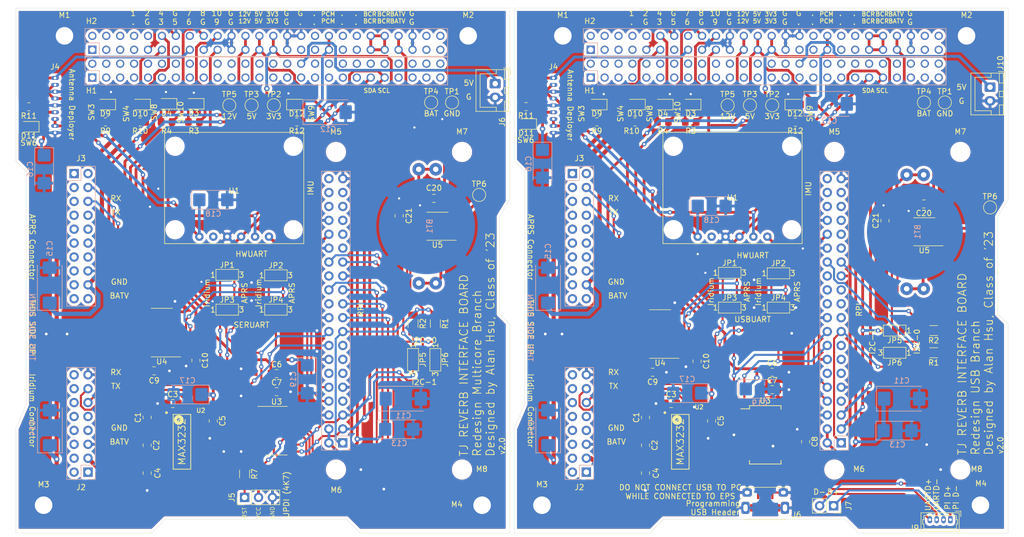
<source format=kicad_pcb>
(kicad_pcb (version 20171130) (host pcbnew "(5.1.9)-1")
  (layers (0 F.Cu signal) (31 B.Cu signal) (34 B.Paste user) (35 F.Paste user) (36 B.SilkS user) (37 F.SilkS user) (38 B.Mask user) (39 F.Mask user) (44 Edge.Cuts user))
  (net 0 "")
  (net 1 "Net-(C1-Pad2)")
  (net 2 "Net-(C1-Pad1)")
  (net 3 "Net-(C2-Pad2)")
  (net 4 "Net-(C2-Pad1)")
  (net 5 "Net-(C3-Pad2)")
  (net 6 GND)
  (net 7 "Net-(C4-Pad2)")
  (net 8 /SW8)
  (net 9 /EPSSCL)
  (net 10 /EPSSDA)
  (net 11 VBUS)
  (net 12 /BCR_OUT)
  (net 13 /PCM_IN)
  (net 14 +3V3)
  (net 15 +5V)
  (net 16 +12V)
  (net 17 /SW6)
  (net 18 /SW4)
  (net 19 /SW3)
  (net 20 /R1OUT)
  (net 21 /T1IN)
  (net 22 /R1IN)
  (net 23 /T1OUT)
  (net 24 /APRSTX)
  (net 25 /APRSRX)
  (net 26 "Net-(D3-Pad2)")
  (net 27 "Net-(D4-Pad2)")
  (net 28 /SW9)
  (net 29 /HWRX)
  (net 30 /HWTX)
  (net 31 /SW10)
  (net 32 /SPIUARTTX)
  (net 33 /SPIUARTRX)
  (net 34 /SPICE0)
  (net 35 /SPISCK)
  (net 36 /SPIMISO)
  (net 37 /SPIMOSI)
  (net 38 "Net-(D9-Pad2)")
  (net 39 "Net-(D10-Pad2)")
  (net 40 "Net-(D11-Pad2)")
  (net 41 "Net-(D12-Pad2)")
  (net 42 /APRSTXSh)
  (net 43 /APRSRXSh)
  (net 44 "Net-(J5-Pad1)")
  (net 45 /SLVRST)
  (net 46 /IMURST)
  (net 47 /SQW)
  (net 48 /5VUSBCHG)
  (net 49 /SCL0)
  (net 50 /SDA0)
  (net 51 +3.3VA)
  (net 52 /RTCSDA)
  (net 53 /RTCSCL)
  (net 54 +BATT)
  (net 55 /D-)
  (net 56 /D+)
  (net 57 "Net-(C8-Pad1)")
  (net 58 /USBUARTTX)
  (net 59 /USBUARTRX)
  (net 60 /PID-)
  (net 61 /PID+)
  (net 62 /APRSTX_Shift)
  (net 63 /APRSRX_Shift)
  (module Resistor_SMD:R_1206_3216Metric_Pad1.30x1.75mm_HandSolder (layer F.Cu) (at 166.116 111.506 270)
    (fp_text reference R2 (at 0 -1.82 90) (layer F.SilkS))
    (fp_text value 2.2K)
    (pad 2 smd roundrect (at 1.55 0 270) (size 1.3 1.75) (layers F.Cu F.Paste F.Mask) (roundrect_rratio 0.1923076923076923) (net 50 /SDA0))
    (pad 1 smd roundrect (at -1.55 0 270) (size 1.3 1.75) (layers F.Cu F.Paste F.Mask) (roundrect_rratio 0.1923076923076923) (net 51 +3.3VA))
  )
  (module Resistor_SMD:R_1206_3216Metric_Pad1.30x1.75mm_HandSolder (layer F.Cu) (at 170.18 111.506 270)
    (fp_text reference R1 (at 0 -1.82 90) (layer F.SilkS))
    (fp_text value 2.2K)
    (pad 2 smd roundrect (at 1.55 0 270) (size 1.3 1.75) (layers F.Cu F.Paste F.Mask) (roundrect_rratio 0.1923076923076923) (net 49 /SCL0))
    (pad 1 smd roundrect (at -1.55 0 270) (size 1.3 1.75) (layers F.Cu F.Paste F.Mask) (roundrect_rratio 0.1923076923076923) (net 51 +3.3VA))
  )
  (module Jumper:SolderJumper-3_P1.3mm_Open_Pad1.0x1.5mm_NumberLabels (layer F.Cu) (at 170.186 118.11 270)
    (fp_text reference JP6 (at 0 -1.8 90) (layer F.SilkS))
    (fp_text value RTCSCL)
    (fp_text user 1 (at -2.6 0 90) (layer F.SilkS))
    (fp_text user 3 (at 2.6 0 90) (layer F.SilkS))
    (pad 1 smd rect (at -1.3 0 270) (size 1 1.5) (layers F.Cu F.Mask) (net 49 /SCL0))
    (pad 2 smd rect (at 0 0 270) (size 1 1.5) (layers F.Cu F.Mask) (net 53 /RTCSCL))
    (pad 3 smd rect (at 1.3 0 270) (size 1 1.5) (layers F.Cu F.Mask) (net 9 /EPSSCL))
  )
  (module Jumper:SolderJumper-3_P1.3mm_Open_Pad1.0x1.5mm_NumberLabels (layer F.Cu) (at 166.116 118.11 270)
    (fp_text reference JP5 (at 0 -1.8 90) (layer F.SilkS))
    (fp_text value RTCSDA)
    (fp_text user 1 (at -2.6 0 90) (layer F.SilkS))
    (fp_text user 3 (at 2.6 0 90) (layer F.SilkS))
    (pad 1 smd rect (at -1.3 0 270) (size 1 1.5) (layers F.Cu F.Mask) (net 50 /SDA0))
    (pad 2 smd rect (at 0 0 270) (size 1 1.5) (layers F.Cu F.Mask) (net 52 /RTCSDA))
    (pad 3 smd rect (at 1.3 0 270) (size 1 1.5) (layers F.Cu F.Mask) (net 10 /EPSSDA))
  )
  (module Connector_JST:JST_XH_B2B-XH-A_1x02_P2.50mm_Vertical (layer F.Cu) (at 181.102 67.691 270)
    (fp_text reference J6 (at 6.985 -1.27 90) (layer F.SilkS))
    (fp_text value USBPWR)
    (pad 2 thru_hole oval (at 2.5 0 270) (size 1.7 2) (drill 1) (layers *.Cu *.Mask) (net 6 GND))
    (pad 1 thru_hole roundrect (at 0 0 270) (size 1.7 2) (drill 1) (layers *.Cu *.Mask) (roundrect_rratio 0.1470588235294118) (net 48 /5VUSBCHG))
  )
  (module Package_SO:SOIC-8_3.9x4.9mm_P1.27mm (layer F.Cu) (at 170.561 93.726 180)
    (fp_text reference U5 (at 0 -3.4) (layer F.SilkS))
    (fp_text value DS3232M)
    (pad 8 smd roundrect (at 2.475 -1.905 180) (size 1.95 0.6) (layers F.Cu F.Paste F.Mask) (net 53 /RTCSCL))
    (pad 7 smd roundrect (at 2.475 -0.635 180) (size 1.95 0.6) (layers F.Cu F.Paste F.Mask) (net 52 /RTCSDA))
    (pad 6 smd roundrect (at 2.475 0.635 180) (size 1.95 0.6) (layers F.Cu F.Paste F.Mask) (net 54 +BATT))
    (pad 5 smd roundrect (at 2.475 1.905 180) (size 1.95 0.6) (layers F.Cu F.Paste F.Mask) (net 6 GND))
    (pad 4 smd roundrect (at -2.475 1.905 180) (size 1.95 0.6) (layers F.Cu F.Paste F.Mask))
    (pad 3 smd roundrect (at -2.475 0.635 180) (size 1.95 0.6) (layers F.Cu F.Paste F.Mask) (net 47 /SQW))
    (pad 2 smd roundrect (at -2.475 -0.635 180) (size 1.95 0.6) (layers F.Cu F.Paste F.Mask) (net 14 +3V3))
    (pad 1 smd roundrect (at -2.475 -1.905 180) (size 1.95 0.6) (layers F.Cu F.Paste F.Mask))
  )
  (module TestPoint:TestPoint_Pad_D2.0mm (layer F.Cu) (at 178.181 88.011)
    (fp_text reference TP6 (at 0 -1.998) (layer F.SilkS))
    (fp_text value SQWV)
    (pad 1 smd circle (at 0 0) (size 2 2) (layers F.Cu F.Mask) (net 47 /SQW))
  )
  (module "REVERB Interface:CR2032-LINX-HLD-001-THM" (layer B.Cu) (at 168.656 93.726 270)
    (fp_text reference BT1 (at 0 -0.5 90) (layer B.SilkS) (effects (justify mirror)))
    (fp_text value CR-2032)
    (pad 2 smd circle (at 0 0 270) (size 17.5 17.5) (layers B.Cu B.Paste B.Mask) (net 6 GND))
    (pad 1 thru_hole circle (at 10.4 1.5 270) (size 2.3 2.3) (drill 1) (layers *.Cu *.Mask) (net 54 +BATT))
    (pad 1 thru_hole circle (at 10.4 -1.6 270) (size 2.3 2.3) (drill 1) (layers *.Cu *.Mask) (net 54 +BATT))
    (pad 1 thru_hole circle (at -10.4 -1.6 270) (size 2.3 2.3) (drill 1) (layers *.Cu *.Mask) (net 54 +BATT))
    (pad 1 thru_hole circle (at -10.4 1.5 270) (size 2.3 2.3) (drill 1) (layers *.Cu *.Mask) (net 54 +BATT))
  )
  (module Capacitor_SMD:C_0805_2012Metric_Pad1.18x1.45mm_HandSolder (layer F.Cu) (at 163.576 91.821 90)
    (fp_text reference C21 (at 0 1.778 270) (layer F.SilkS))
    (fp_text value 1uF)
    (pad 2 smd roundrect (at 1.0375 0 90) (size 1.175 1.45) (layers F.Cu F.Paste F.Mask) (roundrect_rratio 0.2127659574468085) (net 6 GND))
    (pad 1 smd roundrect (at -1.0375 0 90) (size 1.175 1.45) (layers F.Cu F.Paste F.Mask) (roundrect_rratio 0.2127659574468085) (net 54 +BATT))
  )
  (module Capacitor_SMD:C_0805_2012Metric_Pad1.18x1.45mm_HandSolder (layer F.Cu) (at 169.926 88.646 180)
    (fp_text reference C20 (at 0 1.905 180) (layer F.SilkS))
    (fp_text value 1uF)
    (pad 2 smd roundrect (at 1.0375 0 180) (size 1.175 1.45) (layers F.Cu F.Paste F.Mask) (roundrect_rratio 0.2127659574468085) (net 6 GND))
    (pad 1 smd roundrect (at -1.0375 0 180) (size 1.175 1.45) (layers F.Cu F.Paste F.Mask) (roundrect_rratio 0.2127659574468085) (net 14 +3V3))
  )
  (module "REVERB Interface:BNO055" (layer F.Cu) (at 133.477 86.741)
    (fp_text reference U1 (at 0 0.5) (layer F.SilkS))
    (fp_text value IMU)
    (pad "" np_thru_hole circle (at 10.795 -7.62) (size 2.5 2.5) (drill 2.5) (layers *.Cu *.Mask))
    (pad "" np_thru_hole circle (at -10.795 -7.62) (size 2.5 2.5) (drill 2.5) (layers *.Cu *.Mask))
    (pad "" np_thru_hole circle (at 10.795 7.62) (size 2.5 2.5) (drill 2.5) (layers *.Cu *.Mask))
    (pad "" np_thru_hole circle (at -10.795 7.62) (size 2.5 2.5) (drill 2.5) (layers *.Cu *.Mask Eco2.User))
    (pad 1 thru_hole circle (at -6.35 8.89) (size 1.524 1.524) (drill 0.762) (layers *.Cu *.Mask) (net 28 /SW9))
    (pad 2 thru_hole circle (at -3.81 8.89) (size 1.524 1.524) (drill 0.762) (layers *.Cu *.Mask))
    (pad 3 thru_hole circle (at -1.27 8.89) (size 1.524 1.524) (drill 0.762) (layers *.Cu *.Mask) (net 6 GND))
    (pad 4 thru_hole circle (at 1.27 8.89) (size 1.524 1.524) (drill 0.762) (layers *.Cu *.Mask) (net 10 /EPSSDA))
    (pad 5 thru_hole circle (at 3.81 8.89) (size 1.524 1.524) (drill 0.762) (layers *.Cu *.Mask) (net 9 /EPSSCL))
    (pad 6 thru_hole circle (at 6.35 8.89) (size 1.524 1.524) (drill 0.762) (layers *.Cu *.Mask) (net 46 /IMURST))
  )
  (module Capacitor_Tantalum_SMD:CP_EIA-6032-28_Kemet-C_Pad2.25x2.35mm_HandSolder (layer B.Cu) (at 146.812 121.666 270)
    (fp_text reference C19 (at 0 2.55 90) (layer B.SilkS) (effects (justify mirror)))
    (fp_text value 22uF)
    (pad 2 smd roundrect (at 2.55 0 270) (size 2.25 2.35) (layers B.Cu B.Paste B.Mask) (roundrect_rratio 0.1111106666666667) (net 6 GND))
    (pad 1 smd roundrect (at -2.55 0 270) (size 2.25 2.35) (layers B.Cu B.Paste B.Mask) (roundrect_rratio 0.1111106666666667) (net 31 /SW10))
  )
  (module Capacitor_Tantalum_SMD:CP_EIA-6032-28_Kemet-C_Pad2.25x2.35mm_HandSolder (layer B.Cu) (at 124.968 124.46 180)
    (fp_text reference C17 (at 0 2.55) (layer B.SilkS) (effects (justify mirror)))
    (fp_text value 22uF)
    (pad 2 smd roundrect (at 2.55 0 180) (size 2.25 2.35) (layers B.Cu B.Paste B.Mask) (roundrect_rratio 0.1111106666666667) (net 6 GND))
    (pad 1 smd roundrect (at -2.55 0 180) (size 2.25 2.35) (layers B.Cu B.Paste B.Mask) (roundrect_rratio 0.1111106666666667) (net 8 /SW8))
  )
  (module Capacitor_Tantalum_SMD:CP_EIA-7343-43_Kemet-X_Pad2.25x2.55mm_HandSolder (layer B.Cu) (at 99.822 104.496 90)
    (fp_text reference C15 (at 6.706 0 90) (layer B.SilkS) (effects (justify mirror)))
    (fp_text value 100uF)
    (pad 2 smd roundrect (at 3.2 0 90) (size 2.25 2.55) (layers B.Cu B.Paste B.Mask) (roundrect_rratio 0.1111106666666667) (net 6 GND))
    (pad 1 smd roundrect (at -3.2 0 90) (size 2.25 2.55) (layers B.Cu B.Paste B.Mask) (roundrect_rratio 0.1111106666666667) (net 18 /SW4))
  )
  (module Capacitor_Tantalum_SMD:CP_EIA-7343-43_Kemet-X_Pad2.25x2.55mm_HandSolder (layer B.Cu) (at 150.622 72.898)
    (fp_text reference C12 (at 0 3.1) (layer B.SilkS) (effects (justify mirror)))
    (fp_text value 100uF)
    (pad 2 smd roundrect (at 3.2 0) (size 2.25 2.55) (layers B.Cu B.Paste B.Mask) (roundrect_rratio 0.1111106666666667) (net 6 GND))
    (pad 1 smd roundrect (at -3.2 0) (size 2.25 2.55) (layers B.Cu B.Paste B.Mask) (roundrect_rratio 0.1111106666666667) (net 13 /PCM_IN))
  )
  (module Capacitor_Tantalum_SMD:CP_EIA-6032-28_Kemet-C_Pad2.25x2.35mm_HandSolder (layer B.Cu) (at 129.667 88.9)
    (fp_text reference C18 (at 0 2.55) (layer B.SilkS) (effects (justify mirror)))
    (fp_text value 22uF)
    (pad 2 smd roundrect (at 2.55 0) (size 2.25 2.35) (layers B.Cu B.Paste B.Mask) (roundrect_rratio 0.1111106666666667) (net 6 GND))
    (pad 1 smd roundrect (at -2.55 0) (size 2.25 2.35) (layers B.Cu B.Paste B.Mask) (roundrect_rratio 0.1111106666666667) (net 28 /SW9))
  )
  (module Capacitor_Tantalum_SMD:CP_EIA-6032-28_Kemet-C_Pad2.25x2.35mm_HandSolder (layer B.Cu) (at 98.806 83.312 270)
    (fp_text reference C16 (at 0 2.55 90) (layer B.SilkS) (effects (justify mirror)))
    (fp_text value 22uF)
    (pad 2 smd roundrect (at 2.55 0 270) (size 2.25 2.35) (layers B.Cu B.Paste B.Mask) (roundrect_rratio 0.1111106666666667) (net 6 GND))
    (pad 1 smd roundrect (at -2.55 0 270) (size 2.25 2.35) (layers B.Cu B.Paste B.Mask) (roundrect_rratio 0.1111106666666667) (net 17 /SW6))
  )
  (module Capacitor_Tantalum_SMD:CP_EIA-7343-43_Kemet-X_Pad2.25x2.55mm_HandSolder (layer B.Cu) (at 99.847 130.531 90)
    (fp_text reference C14 (at -0.025 -3.2 90) (layer B.SilkS) (effects (justify mirror)))
    (fp_text value 100uF)
    (pad 2 smd roundrect (at 3.2 0 90) (size 2.25 2.55) (layers B.Cu B.Paste B.Mask) (roundrect_rratio 0.1111106666666667) (net 6 GND))
    (pad 1 smd roundrect (at -3.2 0 90) (size 2.25 2.55) (layers B.Cu B.Paste B.Mask) (roundrect_rratio 0.1111106666666667) (net 19 /SW3))
  )
  (module Capacitor_Tantalum_SMD:CP_EIA-6032-28_Kemet-C_Pad2.25x2.35mm_HandSolder (layer B.Cu) (at 163.586 130.81)
    (fp_text reference C13 (at 0 2.55) (layer B.SilkS) (effects (justify mirror)))
    (fp_text value 22uF)
    (pad 2 smd roundrect (at 2.55 0) (size 2.25 2.35) (layers B.Cu B.Paste B.Mask) (roundrect_rratio 0.1111106666666667) (net 6 GND))
    (pad 1 smd roundrect (at -2.55 0) (size 2.25 2.35) (layers B.Cu B.Paste B.Mask) (roundrect_rratio 0.1111106666666667) (net 15 +5V))
  )
  (module Capacitor_Tantalum_SMD:CP_EIA-7343-43_Kemet-X_Pad2.25x2.55mm_HandSolder (layer B.Cu) (at 164.338 125.222)
    (fp_text reference C11 (at 0 3.1) (layer B.SilkS) (effects (justify mirror)))
    (fp_text value 100uF)
    (pad 2 smd roundrect (at 3.2 0) (size 2.25 2.55) (layers B.Cu B.Paste B.Mask) (roundrect_rratio 0.1111106666666667) (net 6 GND))
    (pad 1 smd roundrect (at -3.2 0) (size 2.25 2.55) (layers B.Cu B.Paste B.Mask) (roundrect_rratio 0.1111106666666667) (net 15 +5V))
  )
  (module Connector_PinSocket_2.54mm:PinSocket_2x20_P2.54mm_Vertical (layer B.Cu) (at 153.302 133.29)
    (fp_text reference J1)
    (fp_text value RPiZeroW)
    (pad 40 thru_hole oval (at -2.54 -48.26) (size 1.7 1.7) (drill 1) (layers *.Cu *.Mask))
    (pad 39 thru_hole oval (at 0 -48.26) (size 1.7 1.7) (drill 1) (layers *.Cu *.Mask) (net 6 GND))
    (pad 38 thru_hole oval (at -2.54 -45.72) (size 1.7 1.7) (drill 1) (layers *.Cu *.Mask))
    (pad 37 thru_hole oval (at 0 -45.72) (size 1.7 1.7) (drill 1) (layers *.Cu *.Mask))
    (pad 36 thru_hole oval (at -2.54 -43.18) (size 1.7 1.7) (drill 1) (layers *.Cu *.Mask))
    (pad 35 thru_hole oval (at 0 -43.18) (size 1.7 1.7) (drill 1) (layers *.Cu *.Mask))
    (pad 34 thru_hole oval (at -2.54 -40.64) (size 1.7 1.7) (drill 1) (layers *.Cu *.Mask) (net 6 GND))
    (pad 33 thru_hole oval (at 0 -40.64) (size 1.7 1.7) (drill 1) (layers *.Cu *.Mask))
    (pad 32 thru_hole oval (at -2.54 -38.1) (size 1.7 1.7) (drill 1) (layers *.Cu *.Mask) (net 46 /IMURST))
    (pad 31 thru_hole oval (at 0 -38.1) (size 1.7 1.7) (drill 1) (layers *.Cu *.Mask))
    (pad 30 thru_hole oval (at -2.54 -35.56) (size 1.7 1.7) (drill 1) (layers *.Cu *.Mask) (net 6 GND))
    (pad 29 thru_hole oval (at 0 -35.56) (size 1.7 1.7) (drill 1) (layers *.Cu *.Mask))
    (pad 28 thru_hole oval (at -2.54 -33.02) (size 1.7 1.7) (drill 1) (layers *.Cu *.Mask) (net 49 /SCL0))
    (pad 27 thru_hole oval (at 0 -33.02) (size 1.7 1.7) (drill 1) (layers *.Cu *.Mask) (net 50 /SDA0))
    (pad 26 thru_hole oval (at -2.54 -30.48) (size 1.7 1.7) (drill 1) (layers *.Cu *.Mask))
    (pad 25 thru_hole oval (at 0 -30.48) (size 1.7 1.7) (drill 1) (layers *.Cu *.Mask) (net 6 GND))
    (pad 24 thru_hole oval (at -2.54 -27.94) (size 1.7 1.7) (drill 1) (layers *.Cu *.Mask) (net 34 /SPICE0))
    (pad 23 thru_hole oval (at 0 -27.94) (size 1.7 1.7) (drill 1) (layers *.Cu *.Mask) (net 35 /SPISCK))
    (pad 22 thru_hole oval (at -2.54 -25.4) (size 1.7 1.7) (drill 1) (layers *.Cu *.Mask))
    (pad 21 thru_hole oval (at 0 -25.4) (size 1.7 1.7) (drill 1) (layers *.Cu *.Mask) (net 36 /SPIMISO))
    (pad 20 thru_hole oval (at -2.54 -22.86) (size 1.7 1.7) (drill 1) (layers *.Cu *.Mask) (net 6 GND))
    (pad 19 thru_hole oval (at 0 -22.86) (size 1.7 1.7) (drill 1) (layers *.Cu *.Mask) (net 37 /SPIMOSI))
    (pad 18 thru_hole oval (at -2.54 -20.32) (size 1.7 1.7) (drill 1) (layers *.Cu *.Mask) (net 33 /SPIUARTRX))
    (pad 17 thru_hole oval (at 0 -20.32) (size 1.7 1.7) (drill 1) (layers *.Cu *.Mask) (net 51 +3.3VA))
    (pad 16 thru_hole oval (at -2.54 -17.78) (size 1.7 1.7) (drill 1) (layers *.Cu *.Mask) (net 32 /SPIUARTTX))
    (pad 15 thru_hole oval (at 0 -17.78) (size 1.7 1.7) (drill 1) (layers *.Cu *.Mask))
    (pad 14 thru_hole oval (at -2.54 -15.24) (size 1.7 1.7) (drill 1) (layers *.Cu *.Mask) (net 6 GND))
    (pad 13 thru_hole oval (at 0 -15.24) (size 1.7 1.7) (drill 1) (layers *.Cu *.Mask))
    (pad 12 thru_hole oval (at -2.54 -12.7) (size 1.7 1.7) (drill 1) (layers *.Cu *.Mask))
    (pad 11 thru_hole oval (at 0 -12.7) (size 1.7 1.7) (drill 1) (layers *.Cu *.Mask))
    (pad 10 thru_hole oval (at -2.54 -10.16) (size 1.7 1.7) (drill 1) (layers *.Cu *.Mask) (net 29 /HWRX))
    (pad 9 thru_hole oval (at 0 -10.16) (size 1.7 1.7) (drill 1) (layers *.Cu *.Mask) (net 6 GND))
    (pad 8 thru_hole oval (at -2.54 -7.62) (size 1.7 1.7) (drill 1) (layers *.Cu *.Mask) (net 30 /HWTX))
    (pad 7 thru_hole oval (at 0 -7.62) (size 1.7 1.7) (drill 1) (layers *.Cu *.Mask))
    (pad 6 thru_hole oval (at -2.54 -5.08) (size 1.7 1.7) (drill 1) (layers *.Cu *.Mask) (net 6 GND))
    (pad 5 thru_hole oval (at 0 -5.08) (size 1.7 1.7) (drill 1) (layers *.Cu *.Mask) (net 9 /EPSSCL))
    (pad 4 thru_hole oval (at -2.54 -2.54) (size 1.7 1.7) (drill 1) (layers *.Cu *.Mask) (net 15 +5V))
    (pad 3 thru_hole oval (at 0 -2.54) (size 1.7 1.7) (drill 1) (layers *.Cu *.Mask) (net 10 /EPSSDA))
    (pad 2 thru_hole oval (at -2.54 0) (size 1.7 1.7) (drill 1) (layers *.Cu *.Mask) (net 15 +5V))
    (pad 1 thru_hole rect (at 0 0) (size 1.7 1.7) (drill 1) (layers *.Cu *.Mask) (net 51 +3.3VA))
  )
  (module Package_SO:SOIC-14_3.9x8.7mm_P1.27mm (layer F.Cu) (at 141.224 131.064)
    (fp_text reference U3 (at 0 -5.28) (layer F.SilkS))
    (fp_text value ATtiny1604-SS)
    (pad 14 smd roundrect (at 2.475 -3.81) (size 1.95 0.6) (layers F.Cu F.Paste F.Mask) (net 6 GND))
    (pad 13 smd roundrect (at 2.475 -2.54) (size 1.95 0.6) (layers F.Cu F.Paste F.Mask) (net 35 /SPISCK))
    (pad 12 smd roundrect (at 2.475 -1.27) (size 1.95 0.6) (layers F.Cu F.Paste F.Mask) (net 36 /SPIMISO))
    (pad 11 smd roundrect (at 2.475 0) (size 1.95 0.6) (layers F.Cu F.Paste F.Mask) (net 37 /SPIMOSI))
    (pad 10 smd roundrect (at 2.475 1.27) (size 1.95 0.6) (layers F.Cu F.Paste F.Mask) (net 45 /SLVRST))
    (pad 9 smd roundrect (at 2.475 2.54) (size 1.95 0.6) (layers F.Cu F.Paste F.Mask) (net 9 /EPSSCL))
    (pad 8 smd roundrect (at 2.475 3.81) (size 1.95 0.6) (layers F.Cu F.Paste F.Mask) (net 10 /EPSSDA))
    (pad 7 smd roundrect (at -2.475 3.81) (size 1.95 0.6) (layers F.Cu F.Paste F.Mask) (net 32 /SPIUARTTX))
    (pad 6 smd roundrect (at -2.475 2.54) (size 1.95 0.6) (layers F.Cu F.Paste F.Mask) (net 33 /SPIUARTRX))
    (pad 5 smd roundrect (at -2.475 1.27) (size 1.95 0.6) (layers F.Cu F.Paste F.Mask))
    (pad 4 smd roundrect (at -2.475 0) (size 1.95 0.6) (layers F.Cu F.Paste F.Mask))
    (pad 3 smd roundrect (at -2.475 -1.27) (size 1.95 0.6) (layers F.Cu F.Paste F.Mask))
    (pad 2 smd roundrect (at -2.475 -2.54) (size 1.95 0.6) (layers F.Cu F.Paste F.Mask) (net 34 /SPICE0))
    (pad 1 smd roundrect (at -2.475 -3.81) (size 1.95 0.6) (layers F.Cu F.Paste F.Mask) (net 31 /SW10))
  )
  (module Resistor_SMD:R_1206_3216Metric_Pad1.30x1.75mm_HandSolder (layer F.Cu) (at 135.382 138.964 270)
    (fp_text reference R7 (at 0 -1.82 90) (layer F.SilkS))
    (fp_text value 4K7)
    (pad 2 smd roundrect (at 1.55 0 270) (size 1.3 1.75) (layers F.Cu F.Paste F.Mask) (roundrect_rratio 0.1923069230769231) (net 44 "Net-(J5-Pad1)"))
    (pad 1 smd roundrect (at -1.55 0 270) (size 1.3 1.75) (layers F.Cu F.Paste F.Mask) (roundrect_rratio 0.1923069230769231) (net 45 /SLVRST))
  )
  (module Connector_PinHeader_2.54mm:PinHeader_1x03_P2.54mm_Vertical (layer F.Cu) (at 135.382 143.256 90)
    (fp_text reference J5 (at 0 -2.33 90) (layer F.SilkS))
    (fp_text value UPDI)
    (pad 3 thru_hole oval (at 0 5.08 90) (size 1.7 1.7) (drill 1) (layers *.Cu *.Mask) (net 6 GND))
    (pad 2 thru_hole oval (at 0 2.54 90) (size 1.7 1.7) (drill 1) (layers *.Cu *.Mask) (net 31 /SW10))
    (pad 1 thru_hole rect (at 0 0 90) (size 1.7 1.7) (drill 1) (layers *.Cu *.Mask) (net 44 "Net-(J5-Pad1)"))
  )
  (module Capacitor_SMD:C_0805_2012Metric_Pad1.18x1.45mm_HandSolder (layer F.Cu) (at 141.224 123.952)
    (fp_text reference C7 (at 0 -1.68) (layer F.SilkS))
    (fp_text value 0.1uF)
    (pad 2 smd roundrect (at 1.0375 0) (size 1.175 1.45) (layers F.Cu F.Paste F.Mask) (roundrect_rratio 0.2127659574468085) (net 6 GND))
    (pad 1 smd roundrect (at -1.0375 0) (size 1.175 1.45) (layers F.Cu F.Paste F.Mask) (roundrect_rratio 0.2127659574468085) (net 31 /SW10))
  )
  (module Capacitor_SMD:C_0805_2012Metric_Pad1.18x1.45mm_HandSolder (layer F.Cu) (at 141.224 120.65)
    (fp_text reference C6 (at 0 -1.68) (layer F.SilkS))
    (fp_text value 10uF)
    (pad 2 smd roundrect (at 1.0375 0) (size 1.175 1.45) (layers F.Cu F.Paste F.Mask) (roundrect_rratio 0.2127659574468085) (net 6 GND))
    (pad 1 smd roundrect (at -1.0375 0) (size 1.175 1.45) (layers F.Cu F.Paste F.Mask) (roundrect_rratio 0.2127659574468085) (net 31 /SW10))
  )
  (module Package_SO:SOIC-14_3.9x8.7mm_P1.27mm (layer F.Cu) (at 120.269 113.157 180)
    (fp_text reference U4 (at 0 -5.28) (layer F.SilkS))
    (fp_text value TXB0104D)
    (pad 14 smd roundrect (at 2.475 -3.81 180) (size 1.95 0.6) (layers F.Cu F.Paste F.Mask) (net 15 +5V))
    (pad 13 smd roundrect (at 2.475 -2.54 180) (size 1.95 0.6) (layers F.Cu F.Paste F.Mask) (net 43 /APRSRXSh))
    (pad 12 smd roundrect (at 2.475 -1.27 180) (size 1.95 0.6) (layers F.Cu F.Paste F.Mask) (net 42 /APRSTXSh))
    (pad 11 smd roundrect (at 2.475 0 180) (size 1.95 0.6) (layers F.Cu F.Paste F.Mask))
    (pad 10 smd roundrect (at 2.475 1.27 180) (size 1.95 0.6) (layers F.Cu F.Paste F.Mask))
    (pad 9 smd roundrect (at 2.475 2.54 180) (size 1.95 0.6) (layers F.Cu F.Paste F.Mask))
    (pad 8 smd roundrect (at 2.475 3.81 180) (size 1.95 0.6) (layers F.Cu F.Paste F.Mask) (net 14 +3V3))
    (pad 7 smd roundrect (at -2.475 3.81 180) (size 1.95 0.6) (layers F.Cu F.Paste F.Mask) (net 6 GND))
    (pad 6 smd roundrect (at -2.475 2.54 180) (size 1.95 0.6) (layers F.Cu F.Paste F.Mask))
    (pad 5 smd roundrect (at -2.475 1.27 180) (size 1.95 0.6) (layers F.Cu F.Paste F.Mask))
    (pad 4 smd roundrect (at -2.475 0 180) (size 1.95 0.6) (layers F.Cu F.Paste F.Mask))
    (pad 3 smd roundrect (at -2.475 -1.27 180) (size 1.95 0.6) (layers F.Cu F.Paste F.Mask) (net 24 /APRSTX))
    (pad 2 smd roundrect (at -2.475 -2.54 180) (size 1.95 0.6) (layers F.Cu F.Paste F.Mask) (net 25 /APRSRX))
    (pad 1 smd roundrect (at -2.475 -3.81 180) (size 1.95 0.6) (layers F.Cu F.Paste F.Mask) (net 14 +3V3))
  )
  (module Capacitor_SMD:C_0805_2012Metric_Pad1.18x1.45mm_HandSolder (layer F.Cu) (at 126.492 118.237 270)
    (fp_text reference C10 (at 0 -1.68 90) (layer F.SilkS))
    (fp_text value 0.1uF)
    (pad 2 smd roundrect (at 1.0375 0 270) (size 1.175 1.45) (layers F.Cu F.Paste F.Mask) (roundrect_rratio 0.2127659574468085) (net 6 GND))
    (pad 1 smd roundrect (at -1.0375 0 270) (size 1.175 1.45) (layers F.Cu F.Paste F.Mask) (roundrect_rratio 0.2127659574468085) (net 14 +3V3))
  )
  (module Capacitor_SMD:C_0805_2012Metric_Pad1.18x1.45mm_HandSolder (layer F.Cu) (at 118.872 120.142)
    (fp_text reference C9 (at 0 1.778) (layer F.SilkS))
    (fp_text value 0.1uF)
    (pad 2 smd roundrect (at 1.0375 0) (size 1.175 1.45) (layers F.Cu F.Paste F.Mask) (roundrect_rratio 0.2127659574468085) (net 6 GND))
    (pad 1 smd roundrect (at -1.0375 0) (size 1.175 1.45) (layers F.Cu F.Paste F.Mask) (roundrect_rratio 0.2127659574468085) (net 15 +5V))
  )
  (module "REVERB Interface:Texas_Instruments-MAX3232ID-Level_A" (layer F.Cu) (at 123.952 133.096)
    (fp_text reference U2 (at 2.54 -5.715) (layer F.SilkS) (effects (font (size 0.800001 0.800001)) (justify left)))
    (fp_text value MAX3232 (at 0 0 90) (layer F.SilkS) (effects (font (size 1.27 1.27))))
    (pad 9 smd roundrect (at 2.824998 4.445 270) (size 0.650001 1.649999) (layers F.Cu F.Paste F.Mask) (roundrect_rratio 0.2999995384622485))
    (pad 10 smd roundrect (at 2.824998 3.175 270) (size 0.650001 1.649999) (layers F.Cu F.Paste F.Mask) (roundrect_rratio 0.2999995384622485))
    (pad 11 smd roundrect (at 2.824998 1.905 270) (size 0.650001 1.649999) (layers F.Cu F.Paste F.Mask) (roundrect_rratio 0.2999995384622485) (net 21 /T1IN))
    (pad 12 smd roundrect (at 2.824998 0.635 270) (size 0.650001 1.649999) (layers F.Cu F.Paste F.Mask) (roundrect_rratio 0.2999995384622485) (net 20 /R1OUT))
    (pad 13 smd roundrect (at 2.824998 -0.635 270) (size 0.650001 1.649999) (layers F.Cu F.Paste F.Mask) (roundrect_rratio 0.2999995384622485) (net 22 /R1IN))
    (pad 14 smd roundrect (at 2.824998 -1.905 270) (size 0.650001 1.649999) (layers F.Cu F.Paste F.Mask) (roundrect_rratio 0.2999995384622485) (net 23 /T1OUT))
    (pad 15 smd roundrect (at 2.824998 -3.175 270) (size 0.650001 1.649999) (layers F.Cu F.Paste F.Mask) (roundrect_rratio 0.2999995384622485) (net 6 GND))
    (pad 16 smd roundrect (at 2.824998 -4.445 270) (size 0.650001 1.649999) (layers F.Cu F.Paste F.Mask) (roundrect_rratio 0.2999995384622485) (net 8 /SW8))
    (pad 8 smd roundrect (at -2.825001 4.445 270) (size 0.650001 1.649999) (layers F.Cu F.Paste F.Mask) (roundrect_rratio 0.2999995384622485))
    (pad 7 smd roundrect (at -2.825001 3.175 270) (size 0.650001 1.649999) (layers F.Cu F.Paste F.Mask) (roundrect_rratio 0.2999995384622485))
    (pad 6 smd roundrect (at -2.825001 1.905 270) (size 0.650001 1.649999) (layers F.Cu F.Paste F.Mask) (roundrect_rratio 0.2999995384622485) (net 7 "Net-(C4-Pad2)"))
    (pad 5 smd roundrect (at -2.825001 0.635 270) (size 0.650001 1.649999) (layers F.Cu F.Paste F.Mask) (roundrect_rratio 0.2999995384622485) (net 3 "Net-(C2-Pad2)"))
    (pad 4 smd roundrect (at -2.825001 -0.635 270) (size 0.650001 1.649999) (layers F.Cu F.Paste F.Mask) (roundrect_rratio 0.2999995384622485) (net 4 "Net-(C2-Pad1)"))
    (pad 3 smd roundrect (at -2.825001 -1.905 270) (size 0.650001 1.649999) (layers F.Cu F.Paste F.Mask) (roundrect_rratio 0.2999995384622485) (net 2 "Net-(C1-Pad1)"))
    (pad 2 smd roundrect (at -2.825001 -3.175 270) (size 0.650001 1.649999) (layers F.Cu F.Paste F.Mask) (roundrect_rratio 0.2999995384622485) (net 5 "Net-(C3-Pad2)"))
    (pad 1 smd roundrect (at -2.825001 -4.445 270) (size 0.650001 1.649999) (layers F.Cu F.Paste F.Mask) (roundrect_rratio 0.2999995384622485) (net 1 "Net-(C1-Pad2)"))
  )
  (module Resistor_SMD:R_0805_2012Metric_Pad1.20x1.40mm_HandSolder (layer F.Cu) (at 144.907 74.676)
    (fp_text reference R12 (at 0 1.651) (layer F.SilkS))
    (fp_text value 1K)
    (pad 2 smd roundrect (at 1 0) (size 1.2 1.4) (layers F.Cu F.Paste F.Mask) (roundrect_rratio 0.2083325) (net 41 "Net-(D12-Pad2)"))
    (pad 1 smd roundrect (at -1 0) (size 1.2 1.4) (layers F.Cu F.Paste F.Mask) (roundrect_rratio 0.2083325) (net 28 /SW9))
  )
  (module Resistor_SMD:R_0805_2012Metric_Pad1.20x1.40mm_HandSolder (layer F.Cu) (at 96.012 71.906 180)
    (fp_text reference R11 (at 0 -1.65) (layer F.SilkS))
    (fp_text value 1K)
    (pad 2 smd roundrect (at 1 0 180) (size 1.2 1.4) (layers F.Cu F.Paste F.Mask) (roundrect_rratio 0.2083325) (net 40 "Net-(D11-Pad2)"))
    (pad 1 smd roundrect (at -1 0 180) (size 1.2 1.4) (layers F.Cu F.Paste F.Mask) (roundrect_rratio 0.2083325) (net 17 /SW6))
  )
  (module Resistor_SMD:R_0805_2012Metric_Pad1.20x1.40mm_HandSolder (layer F.Cu) (at 116.332 74.676 180)
    (fp_text reference R10 (at 0 -1.65) (layer F.SilkS))
    (fp_text value 5K)
    (pad 2 smd roundrect (at 1 0 180) (size 1.2 1.4) (layers F.Cu F.Paste F.Mask) (roundrect_rratio 0.2083325) (net 39 "Net-(D10-Pad2)"))
    (pad 1 smd roundrect (at -1 0 180) (size 1.2 1.4) (layers F.Cu F.Paste F.Mask) (roundrect_rratio 0.2083325) (net 18 /SW4))
  )
  (module Resistor_SMD:R_0805_2012Metric_Pad1.20x1.40mm_HandSolder (layer F.Cu) (at 109.982 74.676 180)
    (fp_text reference R9 (at 0 -1.65) (layer F.SilkS))
    (fp_text value 5K)
    (pad 2 smd roundrect (at 1 0 180) (size 1.2 1.4) (layers F.Cu F.Paste F.Mask) (roundrect_rratio 0.2083325) (net 38 "Net-(D9-Pad2)"))
    (pad 1 smd roundrect (at -1 0 180) (size 1.2 1.4) (layers F.Cu F.Paste F.Mask) (roundrect_rratio 0.2083325) (net 19 /SW3))
  )
  (module LED_SMD:LED_0805_2012Metric_Pad1.15x1.40mm_HandSolder (layer F.Cu) (at 144.907 71.501)
    (fp_text reference D12 (at 0 1.651) (layer F.SilkS))
    (fp_text value RED)
    (pad 2 smd roundrect (at 1.025 0) (size 1.15 1.4) (layers F.Cu F.Paste F.Mask) (roundrect_rratio 0.2173904347826087) (net 41 "Net-(D12-Pad2)"))
    (pad 1 smd roundrect (at -1.025 0) (size 1.15 1.4) (layers F.Cu F.Paste F.Mask) (roundrect_rratio 0.2173904347826087) (net 6 GND))
  )
  (module LED_SMD:LED_0805_2012Metric_Pad1.15x1.40mm_HandSolder (layer F.Cu) (at 96.012 75.565 180)
    (fp_text reference D11 (at 0 -1.65) (layer F.SilkS))
    (fp_text value RED)
    (pad 2 smd roundrect (at 1.025 0 180) (size 1.15 1.4) (layers F.Cu F.Paste F.Mask) (roundrect_rratio 0.2173904347826087) (net 40 "Net-(D11-Pad2)"))
    (pad 1 smd roundrect (at -1.025 0 180) (size 1.15 1.4) (layers F.Cu F.Paste F.Mask) (roundrect_rratio 0.2173904347826087) (net 6 GND))
  )
  (module LED_SMD:LED_0805_2012Metric_Pad1.15x1.40mm_HandSolder (layer F.Cu) (at 116.332 71.501 180)
    (fp_text reference D10 (at 0 -1.65) (layer F.SilkS))
    (fp_text value RED)
    (pad 2 smd roundrect (at 1.025 0 180) (size 1.15 1.4) (layers F.Cu F.Paste F.Mask) (roundrect_rratio 0.2173904347826087) (net 39 "Net-(D10-Pad2)"))
    (pad 1 smd roundrect (at -1.025 0 180) (size 1.15 1.4) (layers F.Cu F.Paste F.Mask) (roundrect_rratio 0.2173904347826087) (net 6 GND))
  )
  (module LED_SMD:LED_0805_2012Metric_Pad1.15x1.40mm_HandSolder (layer F.Cu) (at 109.982 71.501 180)
    (fp_text reference D9 (at 0 -1.65) (layer F.SilkS))
    (fp_text value RED)
    (pad 2 smd roundrect (at 1.025 0 180) (size 1.15 1.4) (layers F.Cu F.Paste F.Mask) (roundrect_rratio 0.2173904347826087) (net 38 "Net-(D9-Pad2)"))
    (pad 1 smd roundrect (at -1.025 0 180) (size 1.15 1.4) (layers F.Cu F.Paste F.Mask) (roundrect_rratio 0.2173904347826087) (net 6 GND))
  )
  (module TestPoint:TestPoint_Pad_D2.0mm (layer F.Cu) (at 132.588 71.628)
    (fp_text reference TP5 (at 0 -1.998) (layer F.SilkS))
    (fp_text value 12V)
    (pad 1 smd circle (at 0 0) (size 2 2) (layers F.Cu F.Mask) (net 16 +12V))
  )
  (module TestPoint:TestPoint_Pad_D2.0mm (layer F.Cu) (at 169.418 71.12)
    (fp_text reference TP4 (at 0 -1.998) (layer F.SilkS))
    (fp_text value BAT)
    (pad 1 smd circle (at 0 0) (size 2 2) (layers F.Cu F.Mask) (net 11 VBUS))
  )
  (module TestPoint:TestPoint_Pad_D2.0mm (layer F.Cu) (at 136.652 71.628)
    (fp_text reference TP3 (at 0 -1.998) (layer F.SilkS))
    (fp_text value 5V)
    (pad 1 smd circle (at 0 0) (size 2 2) (layers F.Cu F.Mask) (net 15 +5V))
  )
  (module TestPoint:TestPoint_Pad_D2.0mm (layer F.Cu) (at 140.716 71.628)
    (fp_text reference TP2 (at 0 -1.998) (layer F.SilkS))
    (fp_text value 3V3)
    (pad 1 smd circle (at 0 0) (size 2 2) (layers F.Cu F.Mask) (net 14 +3V3))
  )
  (module TestPoint:TestPoint_Pad_D2.0mm (layer F.Cu) (at 173.228 71.12)
    (fp_text reference TP1 (at 0 -1.998) (layer F.SilkS))
    (fp_text value GND)
    (pad 1 smd circle (at 0 0) (size 2 2) (layers F.Cu F.Mask) (net 6 GND))
  )
  (module MountingHole:MountingHole_2.7mm_M2.5 (layer F.Cu) (at 175.05 138.16)
    (fp_text reference M8 (at 3.609 -0.084) (layer F.SilkS))
    (fp_text value PiMount)
    (pad 1 np_thru_hole circle (at 0 0) (size 2.7 2.7) (drill 2.7) (layers *.Cu *.Mask))
  )
  (module MountingHole:MountingHole_2.7mm_M2.5 (layer F.Cu) (at 175.05 80.16)
    (fp_text reference M7 (at 0 -3.7) (layer F.SilkS))
    (fp_text value PiMount)
    (pad 1 np_thru_hole circle (at 0 0) (size 2.7 2.7) (drill 2.7) (layers *.Cu *.Mask))
  )
  (module MountingHole:MountingHole_2.7mm_M2.5 (layer F.Cu) (at 152.05 138.16)
    (fp_text reference M6 (at 0.066 3.726) (layer F.SilkS))
    (fp_text value PiMount)
    (pad 1 np_thru_hole circle (at 0 0) (size 2.7 2.7) (drill 2.7) (layers *.Cu *.Mask))
  )
  (module MountingHole:MountingHole_2.7mm_M2.5 (layer F.Cu) (at 152.05 80.16)
    (fp_text reference M5 (at 0 -3.7) (layer F.SilkS))
    (fp_text value PiMount)
    (pad 1 np_thru_hole circle (at 0 0) (size 2.7 2.7) (drill 2.7) (layers *.Cu *.Mask))
  )
  (module Resistor_SMD:R_0805_2012Metric_Pad1.20x1.40mm_HandSolder (layer F.Cu) (at 121.142 74.676 180)
    (fp_text reference R4 (at 0 -1.65) (layer F.SilkS))
    (fp_text value 1K)
    (pad 2 smd roundrect (at 1 0 180) (size 1.2 1.4) (layers F.Cu F.Paste F.Mask) (roundrect_rratio 0.2083325) (net 27 "Net-(D4-Pad2)"))
    (pad 1 smd roundrect (at -1 0 180) (size 1.2 1.4) (layers F.Cu F.Paste F.Mask) (roundrect_rratio 0.2083325) (net 8 /SW8))
  )
  (module Resistor_SMD:R_0805_2012Metric_Pad1.20x1.40mm_HandSolder (layer F.Cu) (at 126.127 74.676 180)
    (fp_text reference R3 (at 0 -1.65) (layer F.SilkS))
    (fp_text value 1K)
    (pad 2 smd roundrect (at 1 0 180) (size 1.2 1.4) (layers F.Cu F.Paste F.Mask) (roundrect_rratio 0.2083325) (net 26 "Net-(D3-Pad2)"))
    (pad 1 smd roundrect (at -1 0 180) (size 1.2 1.4) (layers F.Cu F.Paste F.Mask) (roundrect_rratio 0.2083325) (net 31 /SW10))
  )
  (module Jumper:SolderJumper-3_P1.3mm_Open_Pad1.0x1.5mm_NumberLabels (layer F.Cu) (at 141.097 108.966)
    (fp_text reference JP4 (at 0 -1.8) (layer F.SilkS))
    (fp_text value SPIUARTTX)
    (fp_text user 1 (at -2.6 0) (layer F.SilkS))
    (fp_text user 3 (at 2.6 0) (layer F.SilkS))
    (pad 1 smd rect (at -1.3 0) (size 1 1.5) (layers F.Cu F.Mask) (net 21 /T1IN))
    (pad 2 smd rect (at 0 0) (size 1 1.5) (layers F.Cu F.Mask) (net 32 /SPIUARTTX))
    (pad 3 smd rect (at 1.3 0) (size 1 1.5) (layers F.Cu F.Mask) (net 24 /APRSTX))
  )
  (module Jumper:SolderJumper-3_P1.3mm_Open_Pad1.0x1.5mm_NumberLabels (layer F.Cu) (at 132.207 108.966)
    (fp_text reference JP3 (at 0 -1.8) (layer F.SilkS))
    (fp_text value SPIUARTRX)
    (fp_text user 1 (at -2.6 0) (layer F.SilkS))
    (fp_text user 3 (at 2.6 0) (layer F.SilkS))
    (pad 1 smd rect (at -1.3 0) (size 1 1.5) (layers F.Cu F.Mask) (net 20 /R1OUT))
    (pad 2 smd rect (at 0 0) (size 1 1.5) (layers F.Cu F.Mask) (net 33 /SPIUARTRX))
    (pad 3 smd rect (at 1.3 0) (size 1 1.5) (layers F.Cu F.Mask) (net 25 /APRSRX))
  )
  (module Jumper:SolderJumper-3_P1.3mm_Open_Pad1.0x1.5mm_NumberLabels (layer F.Cu) (at 141.097 102.701)
    (fp_text reference JP2 (at 0 -1.8) (layer F.SilkS))
    (fp_text value HWTX)
    (fp_text user 1 (at -2.6 0) (layer F.SilkS))
    (fp_text user 3 (at 2.6 0) (layer F.SilkS))
    (pad 1 smd rect (at -1.3 0) (size 1 1.5) (layers F.Cu F.Mask) (net 21 /T1IN))
    (pad 2 smd rect (at 0 0) (size 1 1.5) (layers F.Cu F.Mask) (net 30 /HWTX))
    (pad 3 smd rect (at 1.3 0) (size 1 1.5) (layers F.Cu F.Mask) (net 24 /APRSTX))
  )
  (module Jumper:SolderJumper-3_P1.3mm_Open_Pad1.0x1.5mm_NumberLabels (layer F.Cu) (at 132.207 102.616)
    (fp_text reference JP1 (at 0 -1.8) (layer F.SilkS))
    (fp_text value HWRX)
    (fp_text user 1 (at -2.6 0) (layer F.SilkS))
    (fp_text user 3 (at 2.6 0) (layer F.SilkS))
    (pad 1 smd rect (at -1.3 0) (size 1 1.5) (layers F.Cu F.Mask) (net 20 /R1OUT))
    (pad 2 smd rect (at 0 0) (size 1 1.5) (layers F.Cu F.Mask) (net 29 /HWRX))
    (pad 3 smd rect (at 1.3 0) (size 1 1.5) (layers F.Cu F.Mask) (net 25 /APRSRX))
  )
  (module LED_SMD:LED_0805_2012Metric_Pad1.15x1.40mm_HandSolder (layer F.Cu) (at 121.158 71.374 180)
    (fp_text reference D4 (at 0 -1.65) (layer F.SilkS))
    (fp_text value RED)
    (pad 2 smd roundrect (at 1.025 0 180) (size 1.15 1.4) (layers F.Cu F.Paste F.Mask) (roundrect_rratio 0.2173904347826087) (net 27 "Net-(D4-Pad2)"))
    (pad 1 smd roundrect (at -1.025 0 180) (size 1.15 1.4) (layers F.Cu F.Paste F.Mask) (roundrect_rratio 0.2173904347826087) (net 6 GND))
  )
  (module LED_SMD:LED_0805_2012Metric_Pad1.15x1.40mm_HandSolder (layer F.Cu) (at 126.111 71.374 180)
    (fp_text reference D3 (at 0 -1.65) (layer F.SilkS))
    (fp_text value RED)
    (pad 2 smd roundrect (at 1.025 0 180) (size 1.15 1.4) (layers F.Cu F.Paste F.Mask) (roundrect_rratio 0.2173904347826087) (net 26 "Net-(D3-Pad2)"))
    (pad 1 smd roundrect (at -1.025 0 180) (size 1.15 1.4) (layers F.Cu F.Paste F.Mask) (roundrect_rratio 0.2173904347826087) (net 6 GND))
  )
  (module MountingHole:MountingHole_3.2mm_M3_DIN965_Pad_TopBottom (layer F.Cu) (at 178.718 144.68)
    (fp_text reference M4 (at -4.601 -0.154) (layer F.SilkS))
    (fp_text value "Stack Mounting Hole")
    (pad 1 connect circle (at 0 0) (size 5.6 5.6) (layers B.Cu B.Mask) (net 6 GND))
    (pad 1 connect circle (at 0 0) (size 5.6 5.6) (layers F.Cu F.Mask) (net 6 GND))
    (pad 1 thru_hole circle (at 0 0) (size 3.6 3.6) (drill 3.2) (layers *.Cu *.Mask) (net 6 GND))
  )
  (module MountingHole:MountingHole_3.2mm_M3_DIN965_Pad_TopBottom (layer F.Cu) (at 98.708 144.68)
    (fp_text reference M3 (at 0 -3.8) (layer F.SilkS))
    (fp_text value "Stack Mounting Hole")
    (pad 1 connect circle (at 0 0) (size 5.6 5.6) (layers B.Cu B.Mask) (net 6 GND))
    (pad 1 connect circle (at 0 0) (size 5.6 5.6) (layers F.Cu F.Mask) (net 6 GND))
    (pad 1 thru_hole circle (at 0 0) (size 3.6 3.6) (drill 3.2) (layers *.Cu *.Mask) (net 6 GND))
  )
  (module MountingHole:MountingHole_3.2mm_M3_DIN965_Pad_TopBottom (layer F.Cu) (at 176.178 58.955)
    (fp_text reference M2 (at 0 -3.8) (layer F.SilkS))
    (fp_text value "Stack Mounting Hole")
    (pad 1 connect circle (at 0 0) (size 5.6 5.6) (layers B.Cu B.Mask) (net 6 GND))
    (pad 1 connect circle (at 0 0) (size 5.6 5.6) (layers F.Cu F.Mask) (net 6 GND))
    (pad 1 thru_hole circle (at 0 0) (size 3.6 3.6) (drill 3.2) (layers *.Cu *.Mask) (net 6 GND))
  )
  (module MountingHole:MountingHole_3.2mm_M3_DIN965_Pad_TopBottom (layer F.Cu) (at 102.518 58.955)
    (fp_text reference M1 (at 0 -3.8) (layer F.SilkS))
    (fp_text value "Stack Mounting Hole")
    (pad 1 connect circle (at 0 0) (size 5.6 5.6) (layers B.Cu B.Mask) (net 6 GND))
    (pad 1 connect circle (at 0 0) (size 5.6 5.6) (layers F.Cu F.Mask) (net 6 GND))
    (pad 1 thru_hole circle (at 0 0) (size 3.6 3.6) (drill 3.2) (layers *.Cu *.Mask) (net 6 GND))
  )
  (module "REVERB Interface:1.25mmPitchHeader" (layer F.Cu) (at 100.798 66.655)
    (fp_text reference J4 (at 0 -2.04) (layer F.SilkS))
    (fp_text value Antenna)
    (pad 9 thru_hole oval (at 0 10) (size 1.4 0.7) (drill 0.5) (layers *.Cu *.Mask) (net 6 GND))
    (pad 8 thru_hole oval (at 0 8.75) (size 1.4 0.7) (drill 0.5) (layers *.Cu *.Mask) (net 9 /EPSSCL))
    (pad 7 thru_hole oval (at 0 7.5) (size 1.4 0.7) (drill 0.5) (layers *.Cu *.Mask) (net 9 /EPSSCL))
    (pad 6 thru_hole oval (at 0 6.25) (size 1.4 0.7) (drill 0.5) (layers *.Cu *.Mask) (net 17 /SW6))
    (pad 5 thru_hole oval (at 0 5) (size 1.4 0.7) (drill 0.5) (layers *.Cu *.Mask) (net 6 GND))
    (pad 4 thru_hole oval (at 0 3.75) (size 1.4 0.7) (drill 0.5) (layers *.Cu *.Mask) (net 10 /EPSSDA))
    (pad 3 thru_hole oval (at 0 2.5) (size 1.4 0.7) (drill 0.5) (layers *.Cu *.Mask) (net 6 GND))
    (pad 2 thru_hole oval (at 0 1.25) (size 1.4 0.7) (drill 0.5) (layers *.Cu *.Mask) (net 10 /EPSSDA))
    (pad 1 thru_hole oval (at 0 0) (size 1.4 0.7) (drill 0.5) (layers *.Cu *.Mask) (net 17 /SW6))
  )
  (module Connector_PinSocket_2.54mm:PinSocket_2x10_P2.54mm_Vertical (layer B.Cu) (at 104.267 84.106 180)
    (fp_text reference J3 (at -1.27 2.77) (layer F.SilkS))
    (fp_text value APRS)
    (pad 20 thru_hole oval (at -2.54 -22.86 180) (size 1.7 1.7) (drill 1) (layers *.Cu *.Mask))
    (pad 19 thru_hole oval (at 0 -22.86 180) (size 1.7 1.7) (drill 1) (layers *.Cu *.Mask))
    (pad 18 thru_hole oval (at -2.54 -20.32 180) (size 1.7 1.7) (drill 1) (layers *.Cu *.Mask) (net 18 /SW4))
    (pad 17 thru_hole oval (at 0 -20.32 180) (size 1.7 1.7) (drill 1) (layers *.Cu *.Mask))
    (pad 16 thru_hole oval (at -2.54 -17.78 180) (size 1.7 1.7) (drill 1) (layers *.Cu *.Mask) (net 6 GND))
    (pad 15 thru_hole oval (at 0 -17.78 180) (size 1.7 1.7) (drill 1) (layers *.Cu *.Mask))
    (pad 14 thru_hole oval (at -2.54 -15.24 180) (size 1.7 1.7) (drill 1) (layers *.Cu *.Mask))
    (pad 13 thru_hole oval (at 0 -15.24 180) (size 1.7 1.7) (drill 1) (layers *.Cu *.Mask))
    (pad 12 thru_hole oval (at -2.54 -12.7 180) (size 1.7 1.7) (drill 1) (layers *.Cu *.Mask))
    (pad 11 thru_hole oval (at 0 -12.7 180) (size 1.7 1.7) (drill 1) (layers *.Cu *.Mask))
    (pad 10 thru_hole oval (at -2.54 -10.16 180) (size 1.7 1.7) (drill 1) (layers *.Cu *.Mask))
    (pad 9 thru_hole oval (at 0 -10.16 180) (size 1.7 1.7) (drill 1) (layers *.Cu *.Mask))
    (pad 8 thru_hole oval (at -2.54 -7.62 180) (size 1.7 1.7) (drill 1) (layers *.Cu *.Mask))
    (pad 7 thru_hole oval (at 0 -7.62 180) (size 1.7 1.7) (drill 1) (layers *.Cu *.Mask))
    (pad 6 thru_hole oval (at -2.54 -5.08 180) (size 1.7 1.7) (drill 1) (layers *.Cu *.Mask) (net 42 /APRSTXSh))
    (pad 5 thru_hole oval (at 0 -5.08 180) (size 1.7 1.7) (drill 1) (layers *.Cu *.Mask))
    (pad 4 thru_hole oval (at -2.54 -2.54 180) (size 1.7 1.7) (drill 1) (layers *.Cu *.Mask) (net 43 /APRSRXSh))
    (pad 3 thru_hole oval (at 0 -2.54 180) (size 1.7 1.7) (drill 1) (layers *.Cu *.Mask))
    (pad 2 thru_hole oval (at -2.54 0 180) (size 1.7 1.7) (drill 1) (layers *.Cu *.Mask))
    (pad 1 thru_hole rect (at 0 0 180) (size 1.7 1.7) (drill 1) (layers *.Cu *.Mask))
  )
  (module Connector_PinSocket_2.54mm:PinSocket_2x08_P2.54mm_Vertical (layer B.Cu) (at 106.807 138.636)
    (fp_text reference J2 (at -1.27 2.77) (layer F.SilkS))
    (fp_text value Iridium)
    (pad 16 thru_hole oval (at -2.54 -17.78) (size 1.7 1.7) (drill 1) (layers *.Cu *.Mask))
    (pad 15 thru_hole oval (at 0 -17.78) (size 1.7 1.7) (drill 1) (layers *.Cu *.Mask) (net 6 GND))
    (pad 14 thru_hole oval (at -2.54 -15.24) (size 1.7 1.7) (drill 1) (layers *.Cu *.Mask))
    (pad 13 thru_hole oval (at 0 -15.24) (size 1.7 1.7) (drill 1) (layers *.Cu *.Mask) (net 22 /R1IN))
    (pad 12 thru_hole oval (at -2.54 -12.7) (size 1.7 1.7) (drill 1) (layers *.Cu *.Mask))
    (pad 11 thru_hole oval (at 0 -12.7) (size 1.7 1.7) (drill 1) (layers *.Cu *.Mask) (net 23 /T1OUT))
    (pad 10 thru_hole oval (at -2.54 -10.16) (size 1.7 1.7) (drill 1) (layers *.Cu *.Mask))
    (pad 9 thru_hole oval (at 0 -10.16) (size 1.7 1.7) (drill 1) (layers *.Cu *.Mask))
    (pad 8 thru_hole oval (at -2.54 -7.62) (size 1.7 1.7) (drill 1) (layers *.Cu *.Mask))
    (pad 7 thru_hole oval (at 0 -7.62) (size 1.7 1.7) (drill 1) (layers *.Cu *.Mask))
    (pad 6 thru_hole oval (at -2.54 -5.08) (size 1.7 1.7) (drill 1) (layers *.Cu *.Mask))
    (pad 5 thru_hole oval (at 0 -5.08) (size 1.7 1.7) (drill 1) (layers *.Cu *.Mask) (net 6 GND))
    (pad 4 thru_hole oval (at -2.54 -2.54) (size 1.7 1.7) (drill 1) (layers *.Cu *.Mask))
    (pad 3 thru_hole oval (at 0 -2.54) (size 1.7 1.7) (drill 1) (layers *.Cu *.Mask) (net 19 /SW3))
    (pad 2 thru_hole oval (at -2.54 0) (size 1.7 1.7) (drill 1) (layers *.Cu *.Mask))
    (pad 1 thru_hole rect (at 0 0) (size 1.7 1.7) (drill 1) (layers *.Cu *.Mask))
  )
  (module "REVERB Interface:PinSocket_2x26_P2.54mm_Vertical" (layer B.Cu) (at 107.598 61.495 270)
    (fp_text reference H2 (at -5.234 0.156) (layer F.SilkS))
    (fp_text value "EPS Stack Header 1")
    (pad 52 thru_hole oval (at -2.54 -63.5 270) (size 1.5 1.5) (drill 1) (layers *.Cu *.Mask))
    (pad 51 thru_hole oval (at 0 -63.5 270) (size 1.5 1.5) (drill 1) (layers *.Cu *.Mask))
    (pad 50 thru_hole oval (at -2.54 -60.96 270) (size 1.5 1.5) (drill 1) (layers *.Cu *.Mask))
    (pad 49 thru_hole oval (at 0 -60.96 270) (size 1.5 1.5) (drill 1) (layers *.Cu *.Mask))
    (pad 48 thru_hole oval (at -2.54 -58.42 270) (size 1.5 1.5) (drill 1) (layers *.Cu *.Mask) (net 6 GND))
    (pad 47 thru_hole oval (at 0 -58.42 270) (size 1.5 1.5) (drill 1) (layers *.Cu *.Mask) (net 6 GND))
    (pad 46 thru_hole oval (at -2.54 -55.88 270) (size 1.5 1.5) (drill 1) (layers *.Cu *.Mask) (net 11 VBUS))
    (pad 45 thru_hole oval (at 0 -55.88 270) (size 1.5 1.5) (drill 1) (layers *.Cu *.Mask) (net 11 VBUS))
    (pad 44 thru_hole oval (at -2.54 -53.34 270) (size 1.5 1.5) (drill 1) (layers *.Cu *.Mask) (net 12 /BCR_OUT))
    (pad 43 thru_hole oval (at 0 -53.34 270) (size 1.5 1.5) (drill 1) (layers *.Cu *.Mask) (net 12 /BCR_OUT))
    (pad 42 thru_hole oval (at -2.54 -50.8 270) (size 1.5 1.5) (drill 1) (layers *.Cu *.Mask) (net 12 /BCR_OUT))
    (pad 41 thru_hole oval (at 0 -50.8 270) (size 1.5 1.5) (drill 1) (layers *.Cu *.Mask) (net 12 /BCR_OUT))
    (pad 40 thru_hole oval (at -2.54 -48.26 270) (size 1.5 1.5) (drill 1) (layers *.Cu *.Mask))
    (pad 39 thru_hole oval (at 0 -48.26 270) (size 1.5 1.5) (drill 1) (layers *.Cu *.Mask))
    (pad 38 thru_hole oval (at -2.54 -45.72 270) (size 1.5 1.5) (drill 1) (layers *.Cu *.Mask))
    (pad 37 thru_hole oval (at 0 -45.72 270) (size 1.5 1.5) (drill 1) (layers *.Cu *.Mask))
    (pad 36 thru_hole oval (at -2.54 -43.18 270) (size 1.5 1.5) (drill 1) (layers *.Cu *.Mask) (net 13 /PCM_IN))
    (pad 35 thru_hole oval (at 0 -43.18 270) (size 1.5 1.5) (drill 1) (layers *.Cu *.Mask) (net 13 /PCM_IN))
    (pad 34 thru_hole oval (at -2.54 -40.64 270) (size 1.5 1.5) (drill 1) (layers *.Cu *.Mask))
    (pad 33 thru_hole oval (at 0 -40.64 270) (size 1.5 1.5) (drill 1) (layers *.Cu *.Mask))
    (pad 32 thru_hole oval (at -2.54 -38.1 270) (size 1.5 1.5) (drill 1) (layers *.Cu *.Mask) (net 6 GND))
    (pad 31 thru_hole oval (at 0 -38.1 270) (size 1.5 1.5) (drill 1) (layers *.Cu *.Mask))
    (pad 30 thru_hole oval (at -2.54 -35.56 270) (size 1.5 1.5) (drill 1) (layers *.Cu *.Mask) (net 6 GND))
    (pad 29 thru_hole oval (at 0 -35.56 270) (size 1.5 1.5) (drill 1) (layers *.Cu *.Mask) (net 6 GND))
    (pad 28 thru_hole oval (at -2.54 -33.02 270) (size 1.5 1.5) (drill 1) (layers *.Cu *.Mask) (net 14 +3V3))
    (pad 27 thru_hole oval (at 0 -33.02 270) (size 1.5 1.5) (drill 1) (layers *.Cu *.Mask) (net 14 +3V3))
    (pad 26 thru_hole oval (at -2.54 -30.48 270) (size 1.5 1.5) (drill 1) (layers *.Cu *.Mask) (net 15 +5V))
    (pad 25 thru_hole oval (at 0 -30.48 270) (size 1.5 1.5) (drill 1) (layers *.Cu *.Mask) (net 15 +5V))
    (pad 24 thru_hole oval (at -2.54 -27.94 270) (size 1.5 1.5) (drill 1) (layers *.Cu *.Mask) (net 16 +12V))
    (pad 23 thru_hole oval (at 0 -27.94 270) (size 1.5 1.5) (drill 1) (layers *.Cu *.Mask) (net 16 +12V))
    (pad 22 thru_hole oval (at -2.54 -25.4 270) (size 1.5 1.5) (drill 1) (layers *.Cu *.Mask) (net 6 GND))
    (pad 21 thru_hole oval (at 0 -25.4 270) (size 1.5 1.5) (drill 1) (layers *.Cu *.Mask) (net 6 GND))
    (pad 20 thru_hole oval (at -2.54 -22.86 270) (size 1.5 1.5) (drill 1) (layers *.Cu *.Mask) (net 31 /SW10))
    (pad 19 thru_hole oval (at 0 -22.86 270) (size 1.5 1.5) (drill 1) (layers *.Cu *.Mask) (net 28 /SW9))
    (pad 18 thru_hole oval (at -2.54 -20.32 270) (size 1.5 1.5) (drill 1) (layers *.Cu *.Mask) (net 8 /SW8))
    (pad 17 thru_hole oval (at 0 -20.32 270) (size 1.5 1.5) (drill 1) (layers *.Cu *.Mask) (net 6 GND))
    (pad 16 thru_hole oval (at -2.54 -17.78 270) (size 1.5 1.5) (drill 1) (layers *.Cu *.Mask))
    (pad 15 thru_hole oval (at 0 -17.78 270) (size 1.5 1.5) (drill 1) (layers *.Cu *.Mask) (net 17 /SW6))
    (pad 14 thru_hole oval (at -2.54 -15.24 270) (size 1.5 1.5) (drill 1) (layers *.Cu *.Mask) (net 6 GND))
    (pad 13 thru_hole oval (at 0 -15.24 270) (size 1.5 1.5) (drill 1) (layers *.Cu *.Mask))
    (pad 12 thru_hole oval (at -2.54 -12.7 270) (size 1.5 1.5) (drill 1) (layers *.Cu *.Mask) (net 18 /SW4))
    (pad 11 thru_hole oval (at 0 -12.7 270) (size 1.5 1.5) (drill 1) (layers *.Cu *.Mask) (net 19 /SW3))
    (pad 10 thru_hole oval (at -2.54 -10.16 270) (size 1.5 1.5) (drill 1) (layers *.Cu *.Mask))
    (pad 9 thru_hole oval (at 0 -10.16 270) (size 1.5 1.5) (drill 1) (layers *.Cu *.Mask) (net 6 GND))
    (pad 8 thru_hole oval (at -2.54 -7.62 270) (size 1.5 1.5) (drill 1) (layers *.Cu *.Mask))
    (pad 7 thru_hole oval (at 0 -7.62 270) (size 1.5 1.5) (drill 1) (layers *.Cu *.Mask))
    (pad 6 thru_hole oval (at -2.54 -5.08 270) (size 1.5 1.5) (drill 1) (layers *.Cu *.Mask))
    (pad 5 thru_hole oval (at 0 -5.08 270) (size 1.5 1.5) (drill 1) (layers *.Cu *.Mask))
    (pad 4 thru_hole oval (at -2.54 -2.54 270) (size 1.5 1.5) (drill 1) (layers *.Cu *.Mask))
    (pad 3 thru_hole oval (at 0 -2.54 270) (size 1.5 1.5) (drill 1) (layers *.Cu *.Mask))
    (pad 2 thru_hole oval (at -2.54 0 270) (size 1.5 1.5) (drill 1) (layers *.Cu *.Mask))
    (pad 1 thru_hole rect (at 0 0 270) (size 1.5 1.5) (drill 1) (layers *.Cu *.Mask))
  )
  (module "REVERB Interface:PinSocket_2x26_P2.54mm_Vertical" (layer B.Cu) (at 107.598 66.575 270)
    (fp_text reference H1 (at 2.386 0.156) (layer F.SilkS))
    (fp_text value "EPS Stack Header 2")
    (pad 52 thru_hole oval (at -2.54 -63.5 270) (size 1.5 1.5) (drill 1) (layers *.Cu *.Mask))
    (pad 51 thru_hole oval (at 0 -63.5 270) (size 1.5 1.5) (drill 1) (layers *.Cu *.Mask))
    (pad 50 thru_hole oval (at -2.54 -60.96 270) (size 1.5 1.5) (drill 1) (layers *.Cu *.Mask))
    (pad 49 thru_hole oval (at 0 -60.96 270) (size 1.5 1.5) (drill 1) (layers *.Cu *.Mask))
    (pad 48 thru_hole oval (at -2.54 -58.42 270) (size 1.5 1.5) (drill 1) (layers *.Cu *.Mask))
    (pad 47 thru_hole oval (at 0 -58.42 270) (size 1.5 1.5) (drill 1) (layers *.Cu *.Mask))
    (pad 46 thru_hole oval (at -2.54 -55.88 270) (size 1.5 1.5) (drill 1) (layers *.Cu *.Mask))
    (pad 45 thru_hole oval (at 0 -55.88 270) (size 1.5 1.5) (drill 1) (layers *.Cu *.Mask))
    (pad 44 thru_hole oval (at -2.54 -53.34 270) (size 1.5 1.5) (drill 1) (layers *.Cu *.Mask))
    (pad 43 thru_hole oval (at 0 -53.34 270) (size 1.5 1.5) (drill 1) (layers *.Cu *.Mask) (net 9 /EPSSCL))
    (pad 42 thru_hole oval (at -2.54 -50.8 270) (size 1.5 1.5) (drill 1) (layers *.Cu *.Mask))
    (pad 41 thru_hole oval (at 0 -50.8 270) (size 1.5 1.5) (drill 1) (layers *.Cu *.Mask) (net 10 /EPSSDA))
    (pad 40 thru_hole oval (at -2.54 -48.26 270) (size 1.5 1.5) (drill 1) (layers *.Cu *.Mask))
    (pad 39 thru_hole oval (at 0 -48.26 270) (size 1.5 1.5) (drill 1) (layers *.Cu *.Mask))
    (pad 38 thru_hole oval (at -2.54 -45.72 270) (size 1.5 1.5) (drill 1) (layers *.Cu *.Mask))
    (pad 37 thru_hole oval (at 0 -45.72 270) (size 1.5 1.5) (drill 1) (layers *.Cu *.Mask))
    (pad 36 thru_hole oval (at -2.54 -43.18 270) (size 1.5 1.5) (drill 1) (layers *.Cu *.Mask))
    (pad 35 thru_hole oval (at 0 -43.18 270) (size 1.5 1.5) (drill 1) (layers *.Cu *.Mask))
    (pad 34 thru_hole oval (at -2.54 -40.64 270) (size 1.5 1.5) (drill 1) (layers *.Cu *.Mask))
    (pad 33 thru_hole oval (at 0 -40.64 270) (size 1.5 1.5) (drill 1) (layers *.Cu *.Mask))
    (pad 32 thru_hole oval (at -2.54 -38.1 270) (size 1.5 1.5) (drill 1) (layers *.Cu *.Mask) (net 48 /5VUSBCHG))
    (pad 31 thru_hole oval (at 0 -38.1 270) (size 1.5 1.5) (drill 1) (layers *.Cu *.Mask))
    (pad 30 thru_hole oval (at -2.54 -35.56 270) (size 1.5 1.5) (drill 1) (layers *.Cu *.Mask))
    (pad 29 thru_hole oval (at 0 -35.56 270) (size 1.5 1.5) (drill 1) (layers *.Cu *.Mask))
    (pad 28 thru_hole oval (at -2.54 -33.02 270) (size 1.5 1.5) (drill 1) (layers *.Cu *.Mask))
    (pad 27 thru_hole oval (at 0 -33.02 270) (size 1.5 1.5) (drill 1) (layers *.Cu *.Mask))
    (pad 26 thru_hole oval (at -2.54 -30.48 270) (size 1.5 1.5) (drill 1) (layers *.Cu *.Mask))
    (pad 25 thru_hole oval (at 0 -30.48 270) (size 1.5 1.5) (drill 1) (layers *.Cu *.Mask))
    (pad 24 thru_hole oval (at -2.54 -27.94 270) (size 1.5 1.5) (drill 1) (layers *.Cu *.Mask))
    (pad 23 thru_hole oval (at 0 -27.94 270) (size 1.5 1.5) (drill 1) (layers *.Cu *.Mask))
    (pad 22 thru_hole oval (at -2.54 -25.4 270) (size 1.5 1.5) (drill 1) (layers *.Cu *.Mask))
    (pad 21 thru_hole oval (at 0 -25.4 270) (size 1.5 1.5) (drill 1) (layers *.Cu *.Mask))
    (pad 20 thru_hole oval (at -2.54 -22.86 270) (size 1.5 1.5) (drill 1) (layers *.Cu *.Mask))
    (pad 19 thru_hole oval (at 0 -22.86 270) (size 1.5 1.5) (drill 1) (layers *.Cu *.Mask))
    (pad 18 thru_hole oval (at -2.54 -20.32 270) (size 1.5 1.5) (drill 1) (layers *.Cu *.Mask))
    (pad 17 thru_hole oval (at 0 -20.32 270) (size 1.5 1.5) (drill 1) (layers *.Cu *.Mask))
    (pad 16 thru_hole oval (at -2.54 -17.78 270) (size 1.5 1.5) (drill 1) (layers *.Cu *.Mask))
    (pad 15 thru_hole oval (at 0 -17.78 270) (size 1.5 1.5) (drill 1) (layers *.Cu *.Mask))
    (pad 14 thru_hole oval (at -2.54 -15.24 270) (size 1.5 1.5) (drill 1) (layers *.Cu *.Mask))
    (pad 13 thru_hole oval (at 0 -15.24 270) (size 1.5 1.5) (drill 1) (layers *.Cu *.Mask))
    (pad 12 thru_hole oval (at -2.54 -12.7 270) (size 1.5 1.5) (drill 1) (layers *.Cu *.Mask))
    (pad 11 thru_hole oval (at 0 -12.7 270) (size 1.5 1.5) (drill 1) (layers *.Cu *.Mask))
    (pad 10 thru_hole oval (at -2.54 -10.16 270) (size 1.5 1.5) (drill 1) (layers *.Cu *.Mask))
    (pad 9 thru_hole oval (at 0 -10.16 270) (size 1.5 1.5) (drill 1) (layers *.Cu *.Mask))
    (pad 8 thru_hole oval (at -2.54 -7.62 270) (size 1.5 1.5) (drill 1) (layers *.Cu *.Mask))
    (pad 7 thru_hole oval (at 0 -7.62 270) (size 1.5 1.5) (drill 1) (layers *.Cu *.Mask))
    (pad 6 thru_hole oval (at -2.54 -5.08 270) (size 1.5 1.5) (drill 1) (layers *.Cu *.Mask))
    (pad 5 thru_hole oval (at 0 -5.08 270) (size 1.5 1.5) (drill 1) (layers *.Cu *.Mask))
    (pad 4 thru_hole oval (at -2.54 -2.54 270) (size 1.5 1.5) (drill 1) (layers *.Cu *.Mask))
    (pad 3 thru_hole oval (at 0 -2.54 270) (size 1.5 1.5) (drill 1) (layers *.Cu *.Mask))
    (pad 2 thru_hole oval (at -2.54 0 270) (size 1.5 1.5) (drill 1) (layers *.Cu *.Mask))
    (pad 1 thru_hole rect (at 0 0 270) (size 1.5 1.5) (drill 1) (layers *.Cu *.Mask))
  )
  (module Capacitor_SMD:C_0805_2012Metric_Pad1.18x1.45mm_HandSolder (layer F.Cu) (at 129.667 129.286 270)
    (fp_text reference C5 (at 0 -1.68 90) (layer F.SilkS))
    (fp_text value 0.1uF)
    (pad 2 smd roundrect (at 1.0375 0 270) (size 1.175 1.45) (layers F.Cu F.Paste F.Mask) (roundrect_rratio 0.2127659574468085) (net 6 GND))
    (pad 1 smd roundrect (at -1.0375 0 270) (size 1.175 1.45) (layers F.Cu F.Paste F.Mask) (roundrect_rratio 0.2127659574468085) (net 8 /SW8))
  )
  (module Capacitor_SMD:C_0805_2012Metric_Pad1.18x1.45mm_HandSolder (layer F.Cu) (at 117.602 138.811 90)
    (fp_text reference C4 (at 0 1.905 90) (layer F.SilkS))
    (fp_text value 0.47uF)
    (pad 2 smd roundrect (at 1.0375 0 90) (size 1.175 1.45) (layers F.Cu F.Paste F.Mask) (roundrect_rratio 0.2127659574468085) (net 7 "Net-(C4-Pad2)"))
    (pad 1 smd roundrect (at -1.0375 0 90) (size 1.175 1.45) (layers F.Cu F.Paste F.Mask) (roundrect_rratio 0.2127659574468085) (net 6 GND))
  )
  (module Capacitor_SMD:C_0805_2012Metric_Pad1.18x1.45mm_HandSolder (layer F.Cu) (at 122.2795 126.111)
    (fp_text reference C3 (at 0 -1.68) (layer F.SilkS))
    (fp_text value 0.47uF)
    (pad 2 smd roundrect (at 1.0375 0) (size 1.175 1.45) (layers F.Cu F.Paste F.Mask) (roundrect_rratio 0.2127659574468085) (net 5 "Net-(C3-Pad2)"))
    (pad 1 smd roundrect (at -1.0375 0) (size 1.175 1.45) (layers F.Cu F.Paste F.Mask) (roundrect_rratio 0.2127659574468085) (net 6 GND))
  )
  (module Capacitor_SMD:C_0805_2012Metric_Pad1.18x1.45mm_HandSolder (layer F.Cu) (at 117.602 133.731 270)
    (fp_text reference C2 (at 0 -1.68 90) (layer F.SilkS))
    (fp_text value 0.47uF)
    (pad 2 smd roundrect (at 1.0375 0 270) (size 1.175 1.45) (layers F.Cu F.Paste F.Mask) (roundrect_rratio 0.2127659574468085) (net 3 "Net-(C2-Pad2)"))
    (pad 1 smd roundrect (at -1.0375 0 270) (size 1.175 1.45) (layers F.Cu F.Paste F.Mask) (roundrect_rratio 0.2127659574468085) (net 4 "Net-(C2-Pad1)"))
  )
  (module Capacitor_SMD:C_0805_2012Metric_Pad1.18x1.45mm_HandSolder (layer F.Cu) (at 117.602 128.651 90)
    (fp_text reference C1 (at 0 -1.68 90) (layer F.SilkS))
    (fp_text value 0.1uF)
    (pad 2 smd roundrect (at 1.0375 0 90) (size 1.175 1.45) (layers F.Cu F.Paste F.Mask) (roundrect_rratio 0.2127659574468085) (net 1 "Net-(C1-Pad2)"))
    (pad 1 smd roundrect (at -1.0375 0 90) (size 1.175 1.45) (layers F.Cu F.Paste F.Mask) (roundrect_rratio 0.2127659574468085) (net 2 "Net-(C1-Pad1)"))
  )
  (module Connector_Molex:Molex_PicoBlade_53047-0410_1x04_P1.25mm_Vertical (layer F.Cu) (at 264.16 147.32 180)
    (fp_text reference J9 (at 6.604 -1.524) (layer F.SilkS))
    (fp_text value "USB SWITCH")
    (pad 4 thru_hole oval (at 3.75 0 180) (size 0.8 1.3) (drill 0.5) (layers *.Cu *.Mask) (net 56 /D+))
    (pad 3 thru_hole oval (at 2.5 0 180) (size 0.8 1.3) (drill 0.5) (layers *.Cu *.Mask) (net 55 /D-))
    (pad 2 thru_hole oval (at 1.25 0 180) (size 0.8 1.3) (drill 0.5) (layers *.Cu *.Mask) (net 61 /PID+))
    (pad 1 thru_hole roundrect (at 0 0 180) (size 0.8 1.3) (drill 0.5) (layers *.Cu *.Mask) (net 60 /PID-))
  )
  (module Resistor_SMD:R_1206_3216Metric_Pad1.30x1.75mm_HandSolder (layer F.Cu) (at 261.112 112.776 180)
    (fp_text reference R2 (at 0 -1.82) (layer F.SilkS))
    (fp_text value 2.2K)
    (pad 1 smd roundrect (at -1.55 0 180) (size 1.3 1.75) (layers F.Cu F.Paste F.Mask) (roundrect_rratio 0.1923076923076923) (net 51 +3.3VA))
    (pad 2 smd roundrect (at 1.55 0 180) (size 1.3 1.75) (layers F.Cu F.Paste F.Mask) (roundrect_rratio 0.1923076923076923) (net 50 /SDA0))
  )
  (module Resistor_SMD:R_1206_3216Metric_Pad1.30x1.75mm_HandSolder (layer F.Cu) (at 261.112 116.84 180)
    (fp_text reference R1 (at 0 -1.82) (layer F.SilkS))
    (fp_text value 2.2K)
    (pad 1 smd roundrect (at -1.55 0 180) (size 1.3 1.75) (layers F.Cu F.Paste F.Mask) (roundrect_rratio 0.1923076923076923) (net 51 +3.3VA))
    (pad 2 smd roundrect (at 1.55 0 180) (size 1.3 1.75) (layers F.Cu F.Paste F.Mask) (roundrect_rratio 0.1923076923076923) (net 49 /SCL0))
  )
  (module Jumper:SolderJumper-3_P1.3mm_Open_Pad1.0x1.5mm_NumberLabels (layer F.Cu) (at 254 116.84 180)
    (fp_text reference JP6 (at 0 -1.8) (layer F.SilkS))
    (fp_text value RTCSCL)
    (fp_text user 3 (at 2.6 0) (layer F.SilkS))
    (fp_text user 1 (at -2.6 0) (layer F.SilkS))
    (pad 3 smd rect (at 1.3 0 180) (size 1 1.5) (layers F.Cu F.Mask) (net 9 /EPSSCL))
    (pad 2 smd rect (at 0 0 180) (size 1 1.5) (layers F.Cu F.Mask) (net 53 /RTCSCL))
    (pad 1 smd rect (at -1.3 0 180) (size 1 1.5) (layers F.Cu F.Mask) (net 49 /SCL0))
  )
  (module Jumper:SolderJumper-3_P1.3mm_Open_Pad1.0x1.5mm_NumberLabels (layer F.Cu) (at 254 112.776 180)
    (fp_text reference JP5 (at 0 -1.8) (layer F.SilkS))
    (fp_text value RTCSDA)
    (fp_text user 3 (at 2.6 0) (layer F.SilkS))
    (fp_text user 1 (at -2.6 0) (layer F.SilkS))
    (pad 3 smd rect (at 1.3 0 180) (size 1 1.5) (layers F.Cu F.Mask) (net 10 /EPSSDA))
    (pad 2 smd rect (at 0 0 180) (size 1 1.5) (layers F.Cu F.Mask) (net 52 /RTCSDA))
    (pad 1 smd rect (at -1.3 0 180) (size 1 1.5) (layers F.Cu F.Mask) (net 50 /SDA0))
  )
  (module Connector_JST:JST_XH_B2B-XH-A_1x02_P2.50mm_Vertical (layer F.Cu) (at 271.399 68.326 270)
    (fp_text reference J10 (at -4.445 -1.905 90) (layer F.SilkS))
    (fp_text value USBPWR)
    (pad 2 thru_hole oval (at 2.5 0 270) (size 1.7 2) (drill 1) (layers *.Cu *.Mask) (net 6 GND))
    (pad 1 thru_hole roundrect (at 0 0 270) (size 1.7 2) (drill 1) (layers *.Cu *.Mask) (roundrect_rratio 0.1470588235294118) (net 48 /5VUSBCHG))
  )
  (module Package_SO:SOIC-8_3.9x4.9mm_P1.27mm (layer F.Cu) (at 259.399 94.742 180)
    (fp_text reference U5 (at 0 -3.4) (layer F.SilkS))
    (fp_text value DS3232M)
    (pad 1 smd roundrect (at -2.475 -1.905 180) (size 1.95 0.6) (layers F.Cu F.Paste F.Mask))
    (pad 2 smd roundrect (at -2.475 -0.635 180) (size 1.95 0.6) (layers F.Cu F.Paste F.Mask) (net 14 +3V3))
    (pad 3 smd roundrect (at -2.475 0.635 180) (size 1.95 0.6) (layers F.Cu F.Paste F.Mask) (net 47 /SQW))
    (pad 4 smd roundrect (at -2.475 1.905 180) (size 1.95 0.6) (layers F.Cu F.Paste F.Mask))
    (pad 5 smd roundrect (at 2.475 1.905 180) (size 1.95 0.6) (layers F.Cu F.Paste F.Mask) (net 6 GND))
    (pad 6 smd roundrect (at 2.475 0.635 180) (size 1.95 0.6) (layers F.Cu F.Paste F.Mask) (net 54 +BATT))
    (pad 7 smd roundrect (at 2.475 -0.635 180) (size 1.95 0.6) (layers F.Cu F.Paste F.Mask) (net 52 /RTCSDA))
    (pad 8 smd roundrect (at 2.475 -1.905 180) (size 1.95 0.6) (layers F.Cu F.Paste F.Mask) (net 53 /RTCSCL))
  )
  (module TestPoint:TestPoint_Pad_D2.0mm (layer F.Cu) (at 271.399 90.297)
    (fp_text reference TP6 (at 0 -1.998) (layer F.SilkS))
    (fp_text value SQWV)
    (pad 1 smd circle (at 0 0) (size 2 2) (layers F.Cu F.Mask) (net 47 /SQW))
  )
  (module Capacitor_SMD:C_0805_2012Metric_Pad1.18x1.45mm_HandSolder (layer F.Cu) (at 252.222 92.71 90)
    (fp_text reference C21 (at 0 -1.68 90) (layer F.SilkS))
    (fp_text value 1uF)
    (pad 1 smd roundrect (at -1.0375 0 90) (size 1.175 1.45) (layers F.Cu F.Paste F.Mask) (roundrect_rratio 0.2127659574468085) (net 54 +BATT))
    (pad 2 smd roundrect (at 1.0375 0 90) (size 1.175 1.45) (layers F.Cu F.Paste F.Mask) (roundrect_rratio 0.2127659574468085) (net 6 GND))
  )
  (module "REVERB Interface:CR2032-LINX-HLD-001-THM" (layer B.Cu) (at 257.683 94.742 270)
    (fp_text reference BT1 (at 0 -0.5 90) (layer B.SilkS) (effects (justify mirror)))
    (fp_text value CR-2032)
    (pad 1 thru_hole circle (at -10.4 1.5 270) (size 2.3 2.3) (drill 1) (layers *.Cu *.Mask) (net 54 +BATT))
    (pad 1 thru_hole circle (at -10.4 -1.6 270) (size 2.3 2.3) (drill 1) (layers *.Cu *.Mask) (net 54 +BATT))
    (pad 1 thru_hole circle (at 10.4 -1.6 270) (size 2.3 2.3) (drill 1) (layers *.Cu *.Mask) (net 54 +BATT))
    (pad 1 thru_hole circle (at 10.4 1.5 270) (size 2.3 2.3) (drill 1) (layers *.Cu *.Mask) (net 54 +BATT))
    (pad 2 smd circle (at 0 0 270) (size 17.5 17.5) (layers B.Cu B.Paste B.Mask) (net 6 GND))
  )
  (module Capacitor_SMD:C_0805_2012Metric_Pad1.18x1.45mm_HandSolder (layer F.Cu) (at 259.3125 89.662 180)
    (fp_text reference C20 (at 0 -1.68 180) (layer F.SilkS))
    (fp_text value 1uF)
    (pad 1 smd roundrect (at -1.0375 0 180) (size 1.175 1.45) (layers F.Cu F.Paste F.Mask) (roundrect_rratio 0.2127659574468085) (net 14 +3V3))
    (pad 2 smd roundrect (at 1.0375 0 180) (size 1.175 1.45) (layers F.Cu F.Paste F.Mask) (roundrect_rratio 0.2127659574468085) (net 6 GND))
  )
  (module Capacitor_Tantalum_SMD:CP_EIA-6032-28_Kemet-C_Pad2.25x2.35mm_HandSolder (layer B.Cu) (at 229.372 123.444)
    (fp_text reference C19 (at 0 2.55) (layer B.SilkS) (effects (justify mirror)))
    (fp_text value 22uF)
    (pad 2 smd roundrect (at 2.55 0) (size 2.25 2.35) (layers B.Cu B.Paste B.Mask) (roundrect_rratio 0.1111106666666667) (net 6 GND))
    (pad 1 smd roundrect (at -2.55 0) (size 2.25 2.35) (layers B.Cu B.Paste B.Mask) (roundrect_rratio 0.1111106666666667) (net 31 /SW10))
  )
  (module Capacitor_Tantalum_SMD:CP_EIA-6032-28_Kemet-C_Pad2.25x2.35mm_HandSolder (layer B.Cu) (at 220.609 90.043)
    (fp_text reference C18 (at 0 2.55) (layer B.SilkS) (effects (justify mirror)))
    (fp_text value 22uF)
    (pad 2 smd roundrect (at 2.55 0) (size 2.25 2.35) (layers B.Cu B.Paste B.Mask) (roundrect_rratio 0.1111106666666667) (net 6 GND))
    (pad 1 smd roundrect (at -2.55 0) (size 2.25 2.35) (layers B.Cu B.Paste B.Mask) (roundrect_rratio 0.1111106666666667) (net 28 /SW9))
  )
  (module Capacitor_Tantalum_SMD:CP_EIA-6032-28_Kemet-C_Pad2.25x2.35mm_HandSolder (layer B.Cu) (at 216.144 124.206 180)
    (fp_text reference C17 (at 0 2.55) (layer B.SilkS) (effects (justify mirror)))
    (fp_text value 22uF)
    (pad 2 smd roundrect (at 2.55 0 180) (size 2.25 2.35) (layers B.Cu B.Paste B.Mask) (roundrect_rratio 0.1111106666666667) (net 6 GND))
    (pad 1 smd roundrect (at -2.55 0 180) (size 2.25 2.35) (layers B.Cu B.Paste B.Mask) (roundrect_rratio 0.1111106666666667) (net 8 /SW8))
  )
  (module Capacitor_Tantalum_SMD:CP_EIA-6032-28_Kemet-C_Pad2.25x2.35mm_HandSolder (layer B.Cu) (at 189.738 82.312 270)
    (fp_text reference C16 (at 0 2.55 90) (layer B.SilkS) (effects (justify mirror)))
    (fp_text value 22uF)
    (pad 2 smd roundrect (at 2.55 0 270) (size 2.25 2.35) (layers B.Cu B.Paste B.Mask) (roundrect_rratio 0.1111106666666667) (net 6 GND))
    (pad 1 smd roundrect (at -2.55 0 270) (size 2.25 2.35) (layers B.Cu B.Paste B.Mask) (roundrect_rratio 0.1111106666666667) (net 17 /SW6))
  )
  (module Capacitor_Tantalum_SMD:CP_EIA-7343-43_Kemet-X_Pad2.25x2.55mm_HandSolder (layer B.Cu) (at 190.754 104.496 90)
    (fp_text reference C15 (at 6.198 0 90) (layer B.SilkS) (effects (justify mirror)))
    (fp_text value 100uF)
    (pad 2 smd roundrect (at 3.2 0 90) (size 2.25 2.55) (layers B.Cu B.Paste B.Mask) (roundrect_rratio 0.1111106666666667) (net 6 GND))
    (pad 1 smd roundrect (at -3.2 0 90) (size 2.25 2.55) (layers B.Cu B.Paste B.Mask) (roundrect_rratio 0.1111106666666667) (net 18 /SW4))
  )
  (module Capacitor_Tantalum_SMD:CP_EIA-7343-43_Kemet-X_Pad2.25x2.55mm_HandSolder (layer B.Cu) (at 190.779 130.531 90)
    (fp_text reference C14 (at 0 -3.073 90) (layer B.SilkS) (effects (justify mirror)))
    (fp_text value 100uF)
    (pad 2 smd roundrect (at 3.2 0 90) (size 2.25 2.55) (layers B.Cu B.Paste B.Mask) (roundrect_rratio 0.1111106666666667) (net 6 GND))
    (pad 1 smd roundrect (at -3.2 0 90) (size 2.25 2.55) (layers B.Cu B.Paste B.Mask) (roundrect_rratio 0.1111106666666667) (net 19 /SW3))
  )
  (module Capacitor_Tantalum_SMD:CP_EIA-6032-28_Kemet-C_Pad2.25x2.35mm_HandSolder (layer B.Cu) (at 254.508 131.064)
    (fp_text reference C13 (at 0 2.55) (layer B.SilkS) (effects (justify mirror)))
    (fp_text value 22uF)
    (pad 2 smd roundrect (at 2.55 0) (size 2.25 2.35) (layers B.Cu B.Paste B.Mask) (roundrect_rratio 0.1111106666666667) (net 6 GND))
    (pad 1 smd roundrect (at -2.55 0) (size 2.25 2.35) (layers B.Cu B.Paste B.Mask) (roundrect_rratio 0.1111106666666667) (net 15 +5V))
  )
  (module Capacitor_Tantalum_SMD:CP_EIA-7343-43_Kemet-X_Pad2.25x2.55mm_HandSolder (layer B.Cu) (at 242.062 71.374)
    (fp_text reference C12 (at 0 3.1) (layer B.SilkS) (effects (justify mirror)))
    (fp_text value 100uF)
    (pad 2 smd roundrect (at 3.2 0) (size 2.25 2.55) (layers B.Cu B.Paste B.Mask) (roundrect_rratio 0.1111106666666667) (net 6 GND))
    (pad 1 smd roundrect (at -3.2 0) (size 2.25 2.55) (layers B.Cu B.Paste B.Mask) (roundrect_rratio 0.1111106666666667) (net 13 /PCM_IN))
  )
  (module Capacitor_Tantalum_SMD:CP_EIA-7343-43_Kemet-X_Pad2.25x2.55mm_HandSolder (layer B.Cu) (at 255.27 125.222)
    (fp_text reference C11 (at 0 -3.302) (layer B.SilkS) (effects (justify mirror)))
    (fp_text value 100uF)
    (pad 2 smd roundrect (at 3.2 0) (size 2.25 2.55) (layers B.Cu B.Paste B.Mask) (roundrect_rratio 0.1111106666666667) (net 6 GND))
    (pad 1 smd roundrect (at -3.2 0) (size 2.25 2.55) (layers B.Cu B.Paste B.Mask) (roundrect_rratio 0.1111106666666667) (net 15 +5V))
  )
  (module "REVERB Interface:BNO055" (layer F.Cu) (at 224.409 86.741)
    (fp_text reference U1 (at 0 1.77) (layer F.SilkS))
    (fp_text value IMU)
    (pad "" np_thru_hole circle (at 10.795 -7.62) (size 2.5 2.5) (drill 2.5) (layers *.Cu *.Mask))
    (pad "" np_thru_hole circle (at -10.795 -7.62) (size 2.5 2.5) (drill 2.5) (layers *.Cu *.Mask))
    (pad "" np_thru_hole circle (at 10.795 7.62) (size 2.5 2.5) (drill 2.5) (layers *.Cu *.Mask))
    (pad "" np_thru_hole circle (at -10.795 7.62) (size 2.5 2.5) (drill 2.5) (layers *.Cu *.Mask Eco2.User))
    (pad 1 thru_hole circle (at -6.35 8.89) (size 1.524 1.524) (drill 0.762) (layers *.Cu *.Mask) (net 28 /SW9))
    (pad 2 thru_hole circle (at -3.81 8.89) (size 1.524 1.524) (drill 0.762) (layers *.Cu *.Mask))
    (pad 3 thru_hole circle (at -1.27 8.89) (size 1.524 1.524) (drill 0.762) (layers *.Cu *.Mask) (net 6 GND))
    (pad 4 thru_hole circle (at 1.27 8.89) (size 1.524 1.524) (drill 0.762) (layers *.Cu *.Mask) (net 10 /EPSSDA))
    (pad 5 thru_hole circle (at 3.81 8.89) (size 1.524 1.524) (drill 0.762) (layers *.Cu *.Mask) (net 9 /EPSSCL))
    (pad 6 thru_hole circle (at 6.35 8.89) (size 1.524 1.524) (drill 0.762) (layers *.Cu *.Mask) (net 46 /IMURST))
  )
  (module Package_SO:SOIC-14_3.9x8.7mm_P1.27mm (layer F.Cu) (at 211.201 113.411 180)
    (fp_text reference U4 (at 0 -5.28) (layer F.SilkS))
    (fp_text value TXB0104D)
    (pad 14 smd roundrect (at 2.475 -3.81 180) (size 1.95 0.6) (layers F.Cu F.Paste F.Mask) (net 15 +5V))
    (pad 13 smd roundrect (at 2.475 -2.54 180) (size 1.95 0.6) (layers F.Cu F.Paste F.Mask) (net 63 /APRSRX_Shift))
    (pad 12 smd roundrect (at 2.475 -1.27 180) (size 1.95 0.6) (layers F.Cu F.Paste F.Mask) (net 62 /APRSTX_Shift))
    (pad 11 smd roundrect (at 2.475 0 180) (size 1.95 0.6) (layers F.Cu F.Paste F.Mask))
    (pad 10 smd roundrect (at 2.475 1.27 180) (size 1.95 0.6) (layers F.Cu F.Paste F.Mask))
    (pad 9 smd roundrect (at 2.475 2.54 180) (size 1.95 0.6) (layers F.Cu F.Paste F.Mask))
    (pad 8 smd roundrect (at 2.475 3.81 180) (size 1.95 0.6) (layers F.Cu F.Paste F.Mask) (net 14 +3V3))
    (pad 7 smd roundrect (at -2.475 3.81 180) (size 1.95 0.6) (layers F.Cu F.Paste F.Mask) (net 6 GND))
    (pad 6 smd roundrect (at -2.475 2.54 180) (size 1.95 0.6) (layers F.Cu F.Paste F.Mask))
    (pad 5 smd roundrect (at -2.475 1.27 180) (size 1.95 0.6) (layers F.Cu F.Paste F.Mask))
    (pad 4 smd roundrect (at -2.475 0 180) (size 1.95 0.6) (layers F.Cu F.Paste F.Mask))
    (pad 3 smd roundrect (at -2.475 -1.27 180) (size 1.95 0.6) (layers F.Cu F.Paste F.Mask) (net 24 /APRSTX))
    (pad 2 smd roundrect (at -2.475 -2.54 180) (size 1.95 0.6) (layers F.Cu F.Paste F.Mask) (net 25 /APRSRX))
    (pad 1 smd roundrect (at -2.475 -3.81 180) (size 1.95 0.6) (layers F.Cu F.Paste F.Mask) (net 14 +3V3))
  )
  (module Capacitor_SMD:C_0805_2012Metric_Pad1.18x1.45mm_HandSolder (layer F.Cu) (at 217.932 118.3855 270)
    (fp_text reference C10 (at 0 -1.68 90) (layer F.SilkS))
    (fp_text value 0.1uF)
    (pad 2 smd roundrect (at 1.0375 0 270) (size 1.175 1.45) (layers F.Cu F.Paste F.Mask) (roundrect_rratio 0.2127659574468085) (net 6 GND))
    (pad 1 smd roundrect (at -1.0375 0 270) (size 1.175 1.45) (layers F.Cu F.Paste F.Mask) (roundrect_rratio 0.2127659574468085) (net 14 +3V3))
  )
  (module Capacitor_SMD:C_0805_2012Metric_Pad1.18x1.45mm_HandSolder (layer F.Cu) (at 209.8255 120.396)
    (fp_text reference C9 (at 0 1.778) (layer F.SilkS))
    (fp_text value 0.1uF)
    (pad 2 smd roundrect (at 1.0375 0) (size 1.175 1.45) (layers F.Cu F.Paste F.Mask) (roundrect_rratio 0.2127659574468085) (net 6 GND))
    (pad 1 smd roundrect (at -1.0375 0) (size 1.175 1.45) (layers F.Cu F.Paste F.Mask) (roundrect_rratio 0.2127659574468085) (net 15 +5V))
  )
  (module "REVERB Interface:Texas_Instruments-MAX3232ID-Level_A" (layer F.Cu) (at 214.884 133.096)
    (fp_text reference U2 (at 2.54 -6.35) (layer F.SilkS) (effects (font (size 0.800001 0.800001)) (justify left)))
    (fp_text value MAX3232 (at 0 0 90) (layer F.SilkS) (effects (font (size 1.27 1.27))))
    (pad 9 smd roundrect (at 2.824998 4.445 270) (size 0.650001 1.649999) (layers F.Cu F.Paste F.Mask) (roundrect_rratio 0.2999995384622485))
    (pad 10 smd roundrect (at 2.824998 3.175 270) (size 0.650001 1.649999) (layers F.Cu F.Paste F.Mask) (roundrect_rratio 0.2999995384622485))
    (pad 11 smd roundrect (at 2.824998 1.905 270) (size 0.650001 1.649999) (layers F.Cu F.Paste F.Mask) (roundrect_rratio 0.2999995384622485) (net 21 /T1IN))
    (pad 12 smd roundrect (at 2.824998 0.635 270) (size 0.650001 1.649999) (layers F.Cu F.Paste F.Mask) (roundrect_rratio 0.2999995384622485) (net 20 /R1OUT))
    (pad 13 smd roundrect (at 2.824998 -0.635 270) (size 0.650001 1.649999) (layers F.Cu F.Paste F.Mask) (roundrect_rratio 0.2999995384622485) (net 22 /R1IN))
    (pad 14 smd roundrect (at 2.824998 -1.905 270) (size 0.650001 1.649999) (layers F.Cu F.Paste F.Mask) (roundrect_rratio 0.2999995384622485) (net 23 /T1OUT))
    (pad 15 smd roundrect (at 2.824998 -3.175 270) (size 0.650001 1.649999) (layers F.Cu F.Paste F.Mask) (roundrect_rratio 0.2999995384622485) (net 6 GND))
    (pad 16 smd roundrect (at 2.824998 -4.445 270) (size 0.650001 1.649999) (layers F.Cu F.Paste F.Mask) (roundrect_rratio 0.2999995384622485) (net 8 /SW8))
    (pad 8 smd roundrect (at -2.825001 4.445 270) (size 0.650001 1.649999) (layers F.Cu F.Paste F.Mask) (roundrect_rratio 0.2999995384622485))
    (pad 7 smd roundrect (at -2.825001 3.175 270) (size 0.650001 1.649999) (layers F.Cu F.Paste F.Mask) (roundrect_rratio 0.2999995384622485))
    (pad 6 smd roundrect (at -2.825001 1.905 270) (size 0.650001 1.649999) (layers F.Cu F.Paste F.Mask) (roundrect_rratio 0.2999995384622485) (net 7 "Net-(C4-Pad2)"))
    (pad 5 smd roundrect (at -2.825001 0.635 270) (size 0.650001 1.649999) (layers F.Cu F.Paste F.Mask) (roundrect_rratio 0.2999995384622485) (net 3 "Net-(C2-Pad2)"))
    (pad 4 smd roundrect (at -2.825001 -0.635 270) (size 0.650001 1.649999) (layers F.Cu F.Paste F.Mask) (roundrect_rratio 0.2999995384622485) (net 4 "Net-(C2-Pad1)"))
    (pad 3 smd roundrect (at -2.825001 -1.905 270) (size 0.650001 1.649999) (layers F.Cu F.Paste F.Mask) (roundrect_rratio 0.2999995384622485) (net 2 "Net-(C1-Pad1)"))
    (pad 2 smd roundrect (at -2.825001 -3.175 270) (size 0.650001 1.649999) (layers F.Cu F.Paste F.Mask) (roundrect_rratio 0.2999995384622485) (net 5 "Net-(C3-Pad2)"))
    (pad 1 smd roundrect (at -2.825001 -4.445 270) (size 0.650001 1.649999) (layers F.Cu F.Paste F.Mask) (roundrect_rratio 0.2999995384622485) (net 1 "Net-(C1-Pad2)"))
  )
  (module Resistor_SMD:R_0805_2012Metric_Pad1.20x1.40mm_HandSolder (layer F.Cu) (at 235.869 74.729)
    (fp_text reference R12 (at 0 1.598) (layer F.SilkS))
    (fp_text value 1K)
    (pad 2 smd roundrect (at 1 0) (size 1.2 1.4) (layers F.Cu F.Paste F.Mask) (roundrect_rratio 0.2083325) (net 41 "Net-(D12-Pad2)"))
    (pad 1 smd roundrect (at -1 0) (size 1.2 1.4) (layers F.Cu F.Paste F.Mask) (roundrect_rratio 0.2083325) (net 28 /SW9))
  )
  (module Resistor_SMD:R_0805_2012Metric_Pad1.20x1.40mm_HandSolder (layer F.Cu) (at 186.736 71.882 180)
    (fp_text reference R11 (at 0 -1.65) (layer F.SilkS))
    (fp_text value 1K)
    (pad 2 smd roundrect (at 1 0 180) (size 1.2 1.4) (layers F.Cu F.Paste F.Mask) (roundrect_rratio 0.2083325) (net 40 "Net-(D11-Pad2)"))
    (pad 1 smd roundrect (at -1 0 180) (size 1.2 1.4) (layers F.Cu F.Paste F.Mask) (roundrect_rratio 0.2083325) (net 17 /SW6))
  )
  (module Resistor_SMD:R_0805_2012Metric_Pad1.20x1.40mm_HandSolder (layer F.Cu) (at 206.629 74.676 180)
    (fp_text reference R10 (at 0.635 -1.65) (layer F.SilkS))
    (fp_text value 5K)
    (pad 2 smd roundrect (at 1 0 180) (size 1.2 1.4) (layers F.Cu F.Paste F.Mask) (roundrect_rratio 0.2083325) (net 39 "Net-(D10-Pad2)"))
    (pad 1 smd roundrect (at -1 0 180) (size 1.2 1.4) (layers F.Cu F.Paste F.Mask) (roundrect_rratio 0.2083325) (net 18 /SW4))
  )
  (module Resistor_SMD:R_0805_2012Metric_Pad1.20x1.40mm_HandSolder (layer F.Cu) (at 199.644 74.676 180)
    (fp_text reference R9 (at 0 -1.65) (layer F.SilkS))
    (fp_text value 5K)
    (pad 2 smd roundrect (at 1 0 180) (size 1.2 1.4) (layers F.Cu F.Paste F.Mask) (roundrect_rratio 0.2083325) (net 38 "Net-(D9-Pad2)"))
    (pad 1 smd roundrect (at -1 0 180) (size 1.2 1.4) (layers F.Cu F.Paste F.Mask) (roundrect_rratio 0.2083325) (net 19 /SW3))
  )
  (module LED_SMD:LED_0805_2012Metric_Pad1.15x1.40mm_HandSolder (layer F.Cu) (at 235.839 71.501)
    (fp_text reference D12 (at 0 1.651) (layer F.SilkS))
    (fp_text value RED)
    (pad 2 smd roundrect (at 1.025 0) (size 1.15 1.4) (layers F.Cu F.Paste F.Mask) (roundrect_rratio 0.2173904347826087) (net 41 "Net-(D12-Pad2)"))
    (pad 1 smd roundrect (at -1.025 0) (size 1.15 1.4) (layers F.Cu F.Paste F.Mask) (roundrect_rratio 0.2173904347826087) (net 6 GND))
  )
  (module LED_SMD:LED_0805_2012Metric_Pad1.15x1.40mm_HandSolder (layer F.Cu) (at 186.781 75.057 180)
    (fp_text reference D11 (at 0 -1.65) (layer F.SilkS))
    (fp_text value RED)
    (pad 2 smd roundrect (at 1.025 0 180) (size 1.15 1.4) (layers F.Cu F.Paste F.Mask) (roundrect_rratio 0.2173904347826087) (net 40 "Net-(D11-Pad2)"))
    (pad 1 smd roundrect (at -1.025 0 180) (size 1.15 1.4) (layers F.Cu F.Paste F.Mask) (roundrect_rratio 0.2173904347826087) (net 6 GND))
  )
  (module LED_SMD:LED_0805_2012Metric_Pad1.15x1.40mm_HandSolder (layer F.Cu) (at 206.629 71.501 180)
    (fp_text reference D10 (at 0 -1.65) (layer F.SilkS))
    (fp_text value RED)
    (pad 2 smd roundrect (at 1.025 0 180) (size 1.15 1.4) (layers F.Cu F.Paste F.Mask) (roundrect_rratio 0.2173904347826087) (net 39 "Net-(D10-Pad2)"))
    (pad 1 smd roundrect (at -1.025 0 180) (size 1.15 1.4) (layers F.Cu F.Paste F.Mask) (roundrect_rratio 0.2173904347826087) (net 6 GND))
  )
  (module LED_SMD:LED_0805_2012Metric_Pad1.15x1.40mm_HandSolder (layer F.Cu) (at 199.644 71.501 180)
    (fp_text reference D9 (at 0 -1.65) (layer F.SilkS))
    (fp_text value RED)
    (pad 2 smd roundrect (at 1.025 0 180) (size 1.15 1.4) (layers F.Cu F.Paste F.Mask) (roundrect_rratio 0.2173904347826087) (net 38 "Net-(D9-Pad2)"))
    (pad 1 smd roundrect (at -1.025 0 180) (size 1.15 1.4) (layers F.Cu F.Paste F.Mask) (roundrect_rratio 0.2173904347826087) (net 6 GND))
  )
  (module TestPoint:TestPoint_Pad_D2.0mm (layer F.Cu) (at 223.52 71.628)
    (fp_text reference TP5 (at 0 -1.998) (layer F.SilkS))
    (fp_text value 12V)
    (pad 1 smd circle (at 0 0) (size 2 2) (layers F.Cu F.Mask) (net 16 +12V))
  )
  (module TestPoint:TestPoint_Pad_D2.0mm (layer F.Cu) (at 259.334 71.12)
    (fp_text reference TP4 (at 0 -1.998) (layer F.SilkS))
    (fp_text value BAT)
    (pad 1 smd circle (at 0 0) (size 2 2) (layers F.Cu F.Mask) (net 11 VBUS))
  )
  (module TestPoint:TestPoint_Pad_D2.0mm (layer F.Cu) (at 227.584 71.628)
    (fp_text reference TP3 (at 0 -1.998) (layer F.SilkS))
    (fp_text value 5V)
    (pad 1 smd circle (at 0 0) (size 2 2) (layers F.Cu F.Mask) (net 15 +5V))
  )
  (module TestPoint:TestPoint_Pad_D2.0mm (layer F.Cu) (at 231.648 71.628)
    (fp_text reference TP2 (at 0 -1.998) (layer F.SilkS))
    (fp_text value 3V3)
    (pad 1 smd circle (at 0 0) (size 2 2) (layers F.Cu F.Mask) (net 14 +3V3))
  )
  (module TestPoint:TestPoint_Pad_D2.0mm (layer F.Cu) (at 263.144 71.12)
    (fp_text reference TP1 (at 0 -1.998) (layer F.SilkS))
    (fp_text value GND)
    (pad 1 smd circle (at 0 0) (size 2 2) (layers F.Cu F.Mask) (net 6 GND))
  )
  (module MountingHole:MountingHole_2.7mm_M2.5 (layer F.Cu) (at 265.982 138.16)
    (fp_text reference M8 (at 2.974 -0.084) (layer F.SilkS))
    (fp_text value PiMount)
    (pad 1 np_thru_hole circle (at 0 0) (size 2.7 2.7) (drill 2.7) (layers *.Cu *.Mask))
  )
  (module MountingHole:MountingHole_2.7mm_M2.5 (layer F.Cu) (at 265.982 80.16)
    (fp_text reference M7 (at 0 -3.7) (layer F.SilkS))
    (fp_text value PiMount)
    (pad 1 np_thru_hole circle (at 0 0) (size 2.7 2.7) (drill 2.7) (layers *.Cu *.Mask))
  )
  (module MountingHole:MountingHole_2.7mm_M2.5 (layer F.Cu) (at 242.982 138.16)
    (fp_text reference M6 (at 4.511 -0.084) (layer F.SilkS))
    (fp_text value PiMount)
    (pad 1 np_thru_hole circle (at 0 0) (size 2.7 2.7) (drill 2.7) (layers *.Cu *.Mask))
  )
  (module MountingHole:MountingHole_2.7mm_M2.5 (layer F.Cu) (at 242.982 80.16)
    (fp_text reference M5 (at 0 -3.7) (layer F.SilkS))
    (fp_text value PiMount)
    (pad 1 np_thru_hole circle (at 0 0) (size 2.7 2.7) (drill 2.7) (layers *.Cu *.Mask))
  )
  (module Resistor_SMD:R_0805_2012Metric_Pad1.20x1.40mm_HandSolder (layer F.Cu) (at 211.709 74.676 180)
    (fp_text reference R4 (at 0 -1.65) (layer F.SilkS))
    (fp_text value 1K)
    (pad 2 smd roundrect (at 1 0 180) (size 1.2 1.4) (layers F.Cu F.Paste F.Mask) (roundrect_rratio 0.2083325) (net 27 "Net-(D4-Pad2)"))
    (pad 1 smd roundrect (at -1 0 180) (size 1.2 1.4) (layers F.Cu F.Paste F.Mask) (roundrect_rratio 0.2083325) (net 8 /SW8))
  )
  (module Resistor_SMD:R_0805_2012Metric_Pad1.20x1.40mm_HandSolder (layer F.Cu) (at 216.789 74.676 180)
    (fp_text reference R3 (at 0 -1.65) (layer F.SilkS))
    (fp_text value 1K)
    (pad 2 smd roundrect (at 1 0 180) (size 1.2 1.4) (layers F.Cu F.Paste F.Mask) (roundrect_rratio 0.2083325) (net 26 "Net-(D3-Pad2)"))
    (pad 1 smd roundrect (at -1 0 180) (size 1.2 1.4) (layers F.Cu F.Paste F.Mask) (roundrect_rratio 0.2083325) (net 31 /SW10))
  )
  (module Jumper:SolderJumper-3_P1.3mm_Open_Pad1.0x1.5mm_NumberLabels (layer F.Cu) (at 232.791 108.585)
    (fp_text reference JP4 (at 0 -1.8) (layer F.SilkS))
    (fp_text value USBUARTTX)
    (fp_text user 1 (at -2.6 0) (layer F.SilkS))
    (fp_text user 3 (at 2.6 0) (layer F.SilkS))
    (pad 1 smd rect (at -1.3 0) (size 1 1.5) (layers F.Cu F.Mask) (net 21 /T1IN))
    (pad 2 smd rect (at 0 0) (size 1 1.5) (layers F.Cu F.Mask) (net 58 /USBUARTTX))
    (pad 3 smd rect (at 1.3 0) (size 1 1.5) (layers F.Cu F.Mask) (net 24 /APRSTX))
  )
  (module Jumper:SolderJumper-3_P1.3mm_Open_Pad1.0x1.5mm_NumberLabels (layer F.Cu) (at 223.901 108.585)
    (fp_text reference JP3 (at 0 -1.8) (layer F.SilkS))
    (fp_text value USBUARTRX)
    (fp_text user 1 (at -2.6 0) (layer F.SilkS))
    (fp_text user 3 (at 2.6 0) (layer F.SilkS))
    (pad 1 smd rect (at -1.3 0) (size 1 1.5) (layers F.Cu F.Mask) (net 20 /R1OUT))
    (pad 2 smd rect (at 0 0) (size 1 1.5) (layers F.Cu F.Mask) (net 59 /USBUARTRX))
    (pad 3 smd rect (at 1.3 0) (size 1 1.5) (layers F.Cu F.Mask) (net 25 /APRSRX))
  )
  (module Jumper:SolderJumper-3_P1.3mm_Open_Pad1.0x1.5mm_NumberLabels (layer F.Cu) (at 232.791 102.32)
    (fp_text reference JP2 (at 0 -1.8) (layer F.SilkS))
    (fp_text value HWTX)
    (fp_text user 1 (at -2.6 0) (layer F.SilkS))
    (fp_text user 3 (at 2.6 0) (layer F.SilkS))
    (pad 1 smd rect (at -1.3 0) (size 1 1.5) (layers F.Cu F.Mask) (net 21 /T1IN))
    (pad 2 smd rect (at 0 0) (size 1 1.5) (layers F.Cu F.Mask) (net 30 /HWTX))
    (pad 3 smd rect (at 1.3 0) (size 1 1.5) (layers F.Cu F.Mask) (net 24 /APRSTX))
  )
  (module Jumper:SolderJumper-3_P1.3mm_Open_Pad1.0x1.5mm_NumberLabels (layer F.Cu) (at 223.901 102.235)
    (fp_text reference JP1 (at 0 -1.8) (layer F.SilkS))
    (fp_text value HWRX)
    (fp_text user 1 (at -2.6 0) (layer F.SilkS))
    (fp_text user 3 (at 2.6 0) (layer F.SilkS))
    (pad 1 smd rect (at -1.3 0) (size 1 1.5) (layers F.Cu F.Mask) (net 20 /R1OUT))
    (pad 2 smd rect (at 0 0) (size 1 1.5) (layers F.Cu F.Mask) (net 29 /HWRX))
    (pad 3 smd rect (at 1.3 0) (size 1 1.5) (layers F.Cu F.Mask) (net 25 /APRSRX))
  )
  (module Package_SO:SSOP-28_5.3x10.2mm_P0.65mm (layer F.Cu) (at 230.378 131.826)
    (fp_text reference U3 (at 0 -6.25) (layer F.SilkS))
    (fp_text value CY7C65213-28PVXI)
    (pad 28 smd rect (at 3.6 -4.225) (size 1.75 0.45) (layers F.Cu F.Paste F.Mask))
    (pad 27 smd rect (at 3.6 -3.575) (size 1.75 0.45) (layers F.Cu F.Paste F.Mask))
    (pad 26 smd rect (at 3.6 -2.925) (size 1.75 0.45) (layers F.Cu F.Paste F.Mask))
    (pad 25 smd rect (at 3.6 -2.275) (size 1.75 0.45) (layers F.Cu F.Paste F.Mask))
    (pad 24 smd rect (at 3.6 -1.625) (size 1.75 0.45) (layers F.Cu F.Paste F.Mask))
    (pad 23 smd rect (at 3.6 -0.975) (size 1.75 0.45) (layers F.Cu F.Paste F.Mask))
    (pad 22 smd rect (at 3.6 -0.325) (size 1.75 0.45) (layers F.Cu F.Paste F.Mask))
    (pad 21 smd rect (at 3.6 0.325) (size 1.75 0.45) (layers F.Cu F.Paste F.Mask) (net 6 GND))
    (pad 20 smd rect (at 3.6 0.975) (size 1.75 0.45) (layers F.Cu F.Paste F.Mask) (net 31 /SW10))
    (pad 19 smd rect (at 3.6 1.625) (size 1.75 0.45) (layers F.Cu F.Paste F.Mask))
    (pad 18 smd rect (at 3.6 2.275) (size 1.75 0.45) (layers F.Cu F.Paste F.Mask) (net 6 GND))
    (pad 17 smd rect (at 3.6 2.925) (size 1.75 0.45) (layers F.Cu F.Paste F.Mask) (net 57 "Net-(C8-Pad1)"))
    (pad 16 smd rect (at 3.6 3.575) (size 1.75 0.45) (layers F.Cu F.Paste F.Mask) (net 55 /D-))
    (pad 15 smd rect (at 3.6 4.225) (size 1.75 0.45) (layers F.Cu F.Paste F.Mask) (net 56 /D+))
    (pad 14 smd rect (at -3.6 4.225) (size 1.75 0.45) (layers F.Cu F.Paste F.Mask))
    (pad 13 smd rect (at -3.6 3.575) (size 1.75 0.45) (layers F.Cu F.Paste F.Mask))
    (pad 12 smd rect (at -3.6 2.925) (size 1.75 0.45) (layers F.Cu F.Paste F.Mask))
    (pad 11 smd rect (at -3.6 2.275) (size 1.75 0.45) (layers F.Cu F.Paste F.Mask))
    (pad 10 smd rect (at -3.6 1.625) (size 1.75 0.45) (layers F.Cu F.Paste F.Mask))
    (pad 9 smd rect (at -3.6 0.975) (size 1.75 0.45) (layers F.Cu F.Paste F.Mask))
    (pad 8 smd rect (at -3.6 0.325) (size 1.75 0.45) (layers F.Cu F.Paste F.Mask))
    (pad 7 smd rect (at -3.6 -0.325) (size 1.75 0.45) (layers F.Cu F.Paste F.Mask) (net 6 GND))
    (pad 6 smd rect (at -3.6 -0.975) (size 1.75 0.45) (layers F.Cu F.Paste F.Mask))
    (pad 5 smd rect (at -3.6 -1.625) (size 1.75 0.45) (layers F.Cu F.Paste F.Mask) (net 59 /USBUARTRX))
    (pad 4 smd rect (at -3.6 -2.275) (size 1.75 0.45) (layers F.Cu F.Paste F.Mask) (net 31 /SW10))
    (pad 3 smd rect (at -3.6 -2.925) (size 1.75 0.45) (layers F.Cu F.Paste F.Mask))
    (pad 2 smd rect (at -3.6 -3.575) (size 1.75 0.45) (layers F.Cu F.Paste F.Mask))
    (pad 1 smd rect (at -3.6 -4.225) (size 1.75 0.45) (layers F.Cu F.Paste F.Mask) (net 58 /USBUARTTX))
  )
  (module "REVERB Interface:AdafruitMicroB" (layer F.Cu) (at 230.378 145.161 180)
    (fp_text reference J6 (at -5.715 -1.27) (layer F.SilkS))
    (fp_text value USB_B_Micro)
    (pad 6 smd rect (at -2.2 0 180) (size 1.1 1.35) (layers F.Cu F.Paste F.Mask) (net 6 GND))
    (pad 6 smd rect (at 2.2 0 180) (size 1.1 1.35) (layers F.Cu F.Paste F.Mask) (net 6 GND))
    (pad "" np_thru_hole circle (at -1.95 1.83 180) (size 0.8 0.8) (drill 0.8) (layers *.Cu *.Mask))
    (pad "" np_thru_hole circle (at 1.95 1.83 180) (size 0.8 0.8) (drill 0.8) (layers *.Cu *.Mask))
    (pad 1 smd rect (at 1.3 2.6 180) (size 0.4 2) (layers F.Cu F.Paste F.Mask) (net 31 /SW10))
    (pad 2 smd rect (at 0.65 2.6 180) (size 0.4 2) (layers F.Cu F.Paste F.Mask) (net 55 /D-))
    (pad 3 smd rect (at 0 2.6 180) (size 0.4 2) (layers F.Cu F.Paste F.Mask) (net 56 /D+))
    (pad 4 smd rect (at -0.65 2.6 180) (size 0.4 2) (layers F.Cu F.Paste F.Mask))
    (pad 5 smd rect (at -1.3 2.6 180) (size 0.4 2) (layers F.Cu F.Paste F.Mask) (net 6 GND))
    (pad 6 thru_hole roundrect (at 3.6 0 180) (size 1.5 2.2) (drill oval 0.8 1.3) (layers *.Cu *.Mask) (net 6 GND))
    (pad 6 thru_hole roundrect (at -3.6 0 180) (size 1.5 2.2) (drill oval 0.8 1.3) (layers *.Cu *.Mask) (net 6 GND))
    (pad 6 thru_hole roundrect (at -3.3 2.8 180) (size 1.7 1.5) (drill oval 0.9 0.7) (layers *.Cu *.Mask) (net 6 GND))
    (pad 6 thru_hole roundrect (at 3.3 2.8 180) (size 1.7 1.5) (drill oval 0.9 0.7) (layers *.Cu *.Mask) (net 6 GND))
  )
  (module LED_SMD:LED_0805_2012Metric_Pad1.15x1.40mm_HandSolder (layer F.Cu) (at 211.709 71.501 180)
    (fp_text reference D4 (at 0 -1.65) (layer F.SilkS))
    (fp_text value RED)
    (pad 2 smd roundrect (at 1.025 0 180) (size 1.15 1.4) (layers F.Cu F.Paste F.Mask) (roundrect_rratio 0.2173904347826087) (net 27 "Net-(D4-Pad2)"))
    (pad 1 smd roundrect (at -1.025 0 180) (size 1.15 1.4) (layers F.Cu F.Paste F.Mask) (roundrect_rratio 0.2173904347826087) (net 6 GND))
  )
  (module LED_SMD:LED_0805_2012Metric_Pad1.15x1.40mm_HandSolder (layer F.Cu) (at 216.789 71.501 180)
    (fp_text reference D3 (at 0 -1.65) (layer F.SilkS))
    (fp_text value RED)
    (pad 2 smd roundrect (at 1.025 0 180) (size 1.15 1.4) (layers F.Cu F.Paste F.Mask) (roundrect_rratio 0.2173904347826087) (net 26 "Net-(D3-Pad2)"))
    (pad 1 smd roundrect (at -1.025 0 180) (size 1.15 1.4) (layers F.Cu F.Paste F.Mask) (roundrect_rratio 0.2173904347826087) (net 6 GND))
  )
  (module Capacitor_SMD:C_0805_2012Metric_Pad1.18x1.45mm_HandSolder (layer F.Cu) (at 237.744 133.0745 90)
    (fp_text reference C8 (at 0 1.6725 90) (layer F.SilkS))
    (fp_text value 1uF)
    (pad 2 smd roundrect (at 1.0375 0 90) (size 1.175 1.45) (layers F.Cu F.Paste F.Mask) (roundrect_rratio 0.2127659574468085) (net 6 GND))
    (pad 1 smd roundrect (at -1.0375 0 90) (size 1.175 1.45) (layers F.Cu F.Paste F.Mask) (roundrect_rratio 0.2127659574468085) (net 57 "Net-(C8-Pad1)"))
  )
  (module Capacitor_SMD:C_0805_2012Metric_Pad1.18x1.45mm_HandSolder (layer F.Cu) (at 231.648 123.571)
    (fp_text reference C7 (at 0 -1.68) (layer F.SilkS))
    (fp_text value 0.1uF)
    (pad 2 smd roundrect (at 1.0375 0) (size 1.175 1.45) (layers F.Cu F.Paste F.Mask) (roundrect_rratio 0.2127659574468085) (net 6 GND))
    (pad 1 smd roundrect (at -1.0375 0) (size 1.175 1.45) (layers F.Cu F.Paste F.Mask) (roundrect_rratio 0.2127659574468085) (net 31 /SW10))
  )
  (module Capacitor_SMD:C_0805_2012Metric_Pad1.18x1.45mm_HandSolder (layer F.Cu) (at 231.648 120.396)
    (fp_text reference C6 (at 0 -1.68) (layer F.SilkS))
    (fp_text value 4.7uF)
    (pad 2 smd roundrect (at 1.0375 0) (size 1.175 1.45) (layers F.Cu F.Paste F.Mask) (roundrect_rratio 0.2127659574468085) (net 6 GND))
    (pad 1 smd roundrect (at -1.0375 0) (size 1.175 1.45) (layers F.Cu F.Paste F.Mask) (roundrect_rratio 0.2127659574468085) (net 31 /SW10))
  )
  (module MountingHole:MountingHole_3.2mm_M3_DIN965_Pad_TopBottom (layer F.Cu) (at 269.65 144.68)
    (fp_text reference M4 (at 0.098 -3.964) (layer F.SilkS))
    (fp_text value "Stack Mounting Hole")
    (pad 1 connect circle (at 0 0) (size 5.6 5.6) (layers B.Cu B.Mask) (net 6 GND))
    (pad 1 connect circle (at 0 0) (size 5.6 5.6) (layers F.Cu F.Mask) (net 6 GND))
    (pad 1 thru_hole circle (at 0 0) (size 3.6 3.6) (drill 3.2) (layers *.Cu *.Mask) (net 6 GND))
  )
  (module MountingHole:MountingHole_3.2mm_M3_DIN965_Pad_TopBottom (layer F.Cu) (at 189.64 144.68)
    (fp_text reference M3 (at 0 -3.8) (layer F.SilkS))
    (fp_text value "Stack Mounting Hole")
    (pad 1 connect circle (at 0 0) (size 5.6 5.6) (layers B.Cu B.Mask) (net 6 GND))
    (pad 1 connect circle (at 0 0) (size 5.6 5.6) (layers F.Cu F.Mask) (net 6 GND))
    (pad 1 thru_hole circle (at 0 0) (size 3.6 3.6) (drill 3.2) (layers *.Cu *.Mask) (net 6 GND))
  )
  (module MountingHole:MountingHole_3.2mm_M3_DIN965_Pad_TopBottom (layer F.Cu) (at 267.11 58.955)
    (fp_text reference M2 (at 0 -3.8) (layer F.SilkS))
    (fp_text value "Stack Mounting Hole")
    (pad 1 connect circle (at 0 0) (size 5.6 5.6) (layers B.Cu B.Mask) (net 6 GND))
    (pad 1 connect circle (at 0 0) (size 5.6 5.6) (layers F.Cu F.Mask) (net 6 GND))
    (pad 1 thru_hole circle (at 0 0) (size 3.6 3.6) (drill 3.2) (layers *.Cu *.Mask) (net 6 GND))
  )
  (module MountingHole:MountingHole_3.2mm_M3_DIN965_Pad_TopBottom (layer F.Cu) (at 193.45 58.955)
    (fp_text reference M1 (at 0 -3.8) (layer F.SilkS))
    (fp_text value "Stack Mounting Hole")
    (pad 1 connect circle (at 0 0) (size 5.6 5.6) (layers B.Cu B.Mask) (net 6 GND))
    (pad 1 connect circle (at 0 0) (size 5.6 5.6) (layers F.Cu F.Mask) (net 6 GND))
    (pad 1 thru_hole circle (at 0 0) (size 3.6 3.6) (drill 3.2) (layers *.Cu *.Mask) (net 6 GND))
  )
  (module Connector_PinSocket_2.54mm:PinSocket_1x02_P2.54mm_Vertical (layer F.Cu) (at 242.8494 144.78 270)
    (fp_text reference J7 (at 0 -2.77 90) (layer F.SilkS))
    (fp_text value USB)
    (pad 2 thru_hole oval (at 0 2.54 270) (size 1.7 1.7) (drill 1) (layers *.Cu *.Mask) (net 60 /PID-))
    (pad 1 thru_hole rect (at 0 0 270) (size 1.7 1.7) (drill 1) (layers *.Cu *.Mask) (net 61 /PID+))
  )
  (module "REVERB Interface:1.25mmPitchHeader" (layer F.Cu) (at 191.73 66.655)
    (fp_text reference J4 (at 0 -2.04) (layer F.SilkS))
    (fp_text value Antenna)
    (pad 9 thru_hole oval (at 0 10) (size 1.4 0.7) (drill 0.5) (layers *.Cu *.Mask) (net 6 GND))
    (pad 8 thru_hole oval (at 0 8.75) (size 1.4 0.7) (drill 0.5) (layers *.Cu *.Mask) (net 9 /EPSSCL))
    (pad 7 thru_hole oval (at 0 7.5) (size 1.4 0.7) (drill 0.5) (layers *.Cu *.Mask) (net 9 /EPSSCL))
    (pad 6 thru_hole oval (at 0 6.25) (size 1.4 0.7) (drill 0.5) (layers *.Cu *.Mask) (net 17 /SW6))
    (pad 5 thru_hole oval (at 0 5) (size 1.4 0.7) (drill 0.5) (layers *.Cu *.Mask) (net 6 GND))
    (pad 4 thru_hole oval (at 0 3.75) (size 1.4 0.7) (drill 0.5) (layers *.Cu *.Mask) (net 10 /EPSSDA))
    (pad 3 thru_hole oval (at 0 2.5) (size 1.4 0.7) (drill 0.5) (layers *.Cu *.Mask) (net 6 GND))
    (pad 2 thru_hole oval (at 0 1.25) (size 1.4 0.7) (drill 0.5) (layers *.Cu *.Mask) (net 10 /EPSSDA))
    (pad 1 thru_hole oval (at 0 0) (size 1.4 0.7) (drill 0.5) (layers *.Cu *.Mask) (net 17 /SW6))
  )
  (module Connector_PinSocket_2.54mm:PinSocket_2x10_P2.54mm_Vertical (layer B.Cu) (at 195.199 84.106 180)
    (fp_text reference J3 (at -1.27 2.77) (layer F.SilkS))
    (fp_text value APRS)
    (pad 20 thru_hole oval (at -2.54 -22.86 180) (size 1.7 1.7) (drill 1) (layers *.Cu *.Mask))
    (pad 19 thru_hole oval (at 0 -22.86 180) (size 1.7 1.7) (drill 1) (layers *.Cu *.Mask))
    (pad 18 thru_hole oval (at -2.54 -20.32 180) (size 1.7 1.7) (drill 1) (layers *.Cu *.Mask) (net 18 /SW4))
    (pad 17 thru_hole oval (at 0 -20.32 180) (size 1.7 1.7) (drill 1) (layers *.Cu *.Mask))
    (pad 16 thru_hole oval (at -2.54 -17.78 180) (size 1.7 1.7) (drill 1) (layers *.Cu *.Mask) (net 6 GND))
    (pad 15 thru_hole oval (at 0 -17.78 180) (size 1.7 1.7) (drill 1) (layers *.Cu *.Mask))
    (pad 14 thru_hole oval (at -2.54 -15.24 180) (size 1.7 1.7) (drill 1) (layers *.Cu *.Mask))
    (pad 13 thru_hole oval (at 0 -15.24 180) (size 1.7 1.7) (drill 1) (layers *.Cu *.Mask))
    (pad 12 thru_hole oval (at -2.54 -12.7 180) (size 1.7 1.7) (drill 1) (layers *.Cu *.Mask))
    (pad 11 thru_hole oval (at 0 -12.7 180) (size 1.7 1.7) (drill 1) (layers *.Cu *.Mask))
    (pad 10 thru_hole oval (at -2.54 -10.16 180) (size 1.7 1.7) (drill 1) (layers *.Cu *.Mask))
    (pad 9 thru_hole oval (at 0 -10.16 180) (size 1.7 1.7) (drill 1) (layers *.Cu *.Mask))
    (pad 8 thru_hole oval (at -2.54 -7.62 180) (size 1.7 1.7) (drill 1) (layers *.Cu *.Mask))
    (pad 7 thru_hole oval (at 0 -7.62 180) (size 1.7 1.7) (drill 1) (layers *.Cu *.Mask))
    (pad 6 thru_hole oval (at -2.54 -5.08 180) (size 1.7 1.7) (drill 1) (layers *.Cu *.Mask) (net 62 /APRSTX_Shift))
    (pad 5 thru_hole oval (at 0 -5.08 180) (size 1.7 1.7) (drill 1) (layers *.Cu *.Mask))
    (pad 4 thru_hole oval (at -2.54 -2.54 180) (size 1.7 1.7) (drill 1) (layers *.Cu *.Mask) (net 63 /APRSRX_Shift))
    (pad 3 thru_hole oval (at 0 -2.54 180) (size 1.7 1.7) (drill 1) (layers *.Cu *.Mask))
    (pad 2 thru_hole oval (at -2.54 0 180) (size 1.7 1.7) (drill 1) (layers *.Cu *.Mask))
    (pad 1 thru_hole rect (at 0 0 180) (size 1.7 1.7) (drill 1) (layers *.Cu *.Mask))
  )
  (module Connector_PinSocket_2.54mm:PinSocket_2x08_P2.54mm_Vertical (layer B.Cu) (at 197.739 138.636)
    (fp_text reference J2 (at -1.27 2.77) (layer F.SilkS))
    (fp_text value Iridium)
    (pad 16 thru_hole oval (at -2.54 -17.78) (size 1.7 1.7) (drill 1) (layers *.Cu *.Mask))
    (pad 15 thru_hole oval (at 0 -17.78) (size 1.7 1.7) (drill 1) (layers *.Cu *.Mask) (net 6 GND))
    (pad 14 thru_hole oval (at -2.54 -15.24) (size 1.7 1.7) (drill 1) (layers *.Cu *.Mask))
    (pad 13 thru_hole oval (at 0 -15.24) (size 1.7 1.7) (drill 1) (layers *.Cu *.Mask) (net 22 /R1IN))
    (pad 12 thru_hole oval (at -2.54 -12.7) (size 1.7 1.7) (drill 1) (layers *.Cu *.Mask))
    (pad 11 thru_hole oval (at 0 -12.7) (size 1.7 1.7) (drill 1) (layers *.Cu *.Mask) (net 23 /T1OUT))
    (pad 10 thru_hole oval (at -2.54 -10.16) (size 1.7 1.7) (drill 1) (layers *.Cu *.Mask))
    (pad 9 thru_hole oval (at 0 -10.16) (size 1.7 1.7) (drill 1) (layers *.Cu *.Mask))
    (pad 8 thru_hole oval (at -2.54 -7.62) (size 1.7 1.7) (drill 1) (layers *.Cu *.Mask))
    (pad 7 thru_hole oval (at 0 -7.62) (size 1.7 1.7) (drill 1) (layers *.Cu *.Mask))
    (pad 6 thru_hole oval (at -2.54 -5.08) (size 1.7 1.7) (drill 1) (layers *.Cu *.Mask))
    (pad 5 thru_hole oval (at 0 -5.08) (size 1.7 1.7) (drill 1) (layers *.Cu *.Mask) (net 6 GND))
    (pad 4 thru_hole oval (at -2.54 -2.54) (size 1.7 1.7) (drill 1) (layers *.Cu *.Mask))
    (pad 3 thru_hole oval (at 0 -2.54) (size 1.7 1.7) (drill 1) (layers *.Cu *.Mask) (net 19 /SW3))
    (pad 2 thru_hole oval (at -2.54 0) (size 1.7 1.7) (drill 1) (layers *.Cu *.Mask))
    (pad 1 thru_hole rect (at 0 0) (size 1.7 1.7) (drill 1) (layers *.Cu *.Mask))
  )
  (module Connector_PinSocket_2.54mm:PinSocket_2x20_P2.54mm_Vertical (layer B.Cu) (at 244.234 133.29)
    (fp_text reference J1)
    (fp_text value RPiZeroW)
    (pad 40 thru_hole oval (at -2.54 -48.26) (size 1.7 1.7) (drill 1) (layers *.Cu *.Mask))
    (pad 39 thru_hole oval (at 0 -48.26) (size 1.7 1.7) (drill 1) (layers *.Cu *.Mask) (net 6 GND))
    (pad 38 thru_hole oval (at -2.54 -45.72) (size 1.7 1.7) (drill 1) (layers *.Cu *.Mask))
    (pad 37 thru_hole oval (at 0 -45.72) (size 1.7 1.7) (drill 1) (layers *.Cu *.Mask))
    (pad 36 thru_hole oval (at -2.54 -43.18) (size 1.7 1.7) (drill 1) (layers *.Cu *.Mask))
    (pad 35 thru_hole oval (at 0 -43.18) (size 1.7 1.7) (drill 1) (layers *.Cu *.Mask))
    (pad 34 thru_hole oval (at -2.54 -40.64) (size 1.7 1.7) (drill 1) (layers *.Cu *.Mask) (net 6 GND))
    (pad 33 thru_hole oval (at 0 -40.64) (size 1.7 1.7) (drill 1) (layers *.Cu *.Mask))
    (pad 32 thru_hole oval (at -2.54 -38.1) (size 1.7 1.7) (drill 1) (layers *.Cu *.Mask) (net 46 /IMURST))
    (pad 31 thru_hole oval (at 0 -38.1) (size 1.7 1.7) (drill 1) (layers *.Cu *.Mask))
    (pad 30 thru_hole oval (at -2.54 -35.56) (size 1.7 1.7) (drill 1) (layers *.Cu *.Mask) (net 6 GND))
    (pad 29 thru_hole oval (at 0 -35.56) (size 1.7 1.7) (drill 1) (layers *.Cu *.Mask))
    (pad 28 thru_hole oval (at -2.54 -33.02) (size 1.7 1.7) (drill 1) (layers *.Cu *.Mask) (net 49 /SCL0))
    (pad 27 thru_hole oval (at 0 -33.02) (size 1.7 1.7) (drill 1) (layers *.Cu *.Mask) (net 50 /SDA0))
    (pad 26 thru_hole oval (at -2.54 -30.48) (size 1.7 1.7) (drill 1) (layers *.Cu *.Mask))
    (pad 25 thru_hole oval (at 0 -30.48) (size 1.7 1.7) (drill 1) (layers *.Cu *.Mask) (net 6 GND))
    (pad 24 thru_hole oval (at -2.54 -27.94) (size 1.7 1.7) (drill 1) (layers *.Cu *.Mask))
    (pad 23 thru_hole oval (at 0 -27.94) (size 1.7 1.7) (drill 1) (layers *.Cu *.Mask))
    (pad 22 thru_hole oval (at -2.54 -25.4) (size 1.7 1.7) (drill 1) (layers *.Cu *.Mask))
    (pad 21 thru_hole oval (at 0 -25.4) (size 1.7 1.7) (drill 1) (layers *.Cu *.Mask))
    (pad 20 thru_hole oval (at -2.54 -22.86) (size 1.7 1.7) (drill 1) (layers *.Cu *.Mask) (net 6 GND))
    (pad 19 thru_hole oval (at 0 -22.86) (size 1.7 1.7) (drill 1) (layers *.Cu *.Mask))
    (pad 18 thru_hole oval (at -2.54 -20.32) (size 1.7 1.7) (drill 1) (layers *.Cu *.Mask) (net 59 /USBUARTRX))
    (pad 17 thru_hole oval (at 0 -20.32) (size 1.7 1.7) (drill 1) (layers *.Cu *.Mask) (net 51 +3.3VA))
    (pad 16 thru_hole oval (at -2.54 -17.78) (size 1.7 1.7) (drill 1) (layers *.Cu *.Mask) (net 58 /USBUARTTX))
    (pad 15 thru_hole oval (at 0 -17.78) (size 1.7 1.7) (drill 1) (layers *.Cu *.Mask))
    (pad 14 thru_hole oval (at -2.54 -15.24) (size 1.7 1.7) (drill 1) (layers *.Cu *.Mask) (net 6 GND))
    (pad 13 thru_hole oval (at 0 -15.24) (size 1.7 1.7) (drill 1) (layers *.Cu *.Mask))
    (pad 12 thru_hole oval (at -2.54 -12.7) (size 1.7 1.7) (drill 1) (layers *.Cu *.Mask))
    (pad 11 thru_hole oval (at 0 -12.7) (size 1.7 1.7) (drill 1) (layers *.Cu *.Mask))
    (pad 10 thru_hole oval (at -2.54 -10.16) (size 1.7 1.7) (drill 1) (layers *.Cu *.Mask) (net 29 /HWRX))
    (pad 9 thru_hole oval (at 0 -10.16) (size 1.7 1.7) (drill 1) (layers *.Cu *.Mask) (net 6 GND))
    (pad 8 thru_hole oval (at -2.54 -7.62) (size 1.7 1.7) (drill 1) (layers *.Cu *.Mask) (net 30 /HWTX))
    (pad 7 thru_hole oval (at 0 -7.62) (size 1.7 1.7) (drill 1) (layers *.Cu *.Mask))
    (pad 6 thru_hole oval (at -2.54 -5.08) (size 1.7 1.7) (drill 1) (layers *.Cu *.Mask) (net 6 GND))
    (pad 5 thru_hole oval (at 0 -5.08) (size 1.7 1.7) (drill 1) (layers *.Cu *.Mask) (net 9 /EPSSCL))
    (pad 4 thru_hole oval (at -2.54 -2.54) (size 1.7 1.7) (drill 1) (layers *.Cu *.Mask) (net 15 +5V))
    (pad 3 thru_hole oval (at 0 -2.54) (size 1.7 1.7) (drill 1) (layers *.Cu *.Mask) (net 10 /EPSSDA))
    (pad 2 thru_hole oval (at -2.54 0) (size 1.7 1.7) (drill 1) (layers *.Cu *.Mask) (net 15 +5V))
    (pad 1 thru_hole rect (at 0 0) (size 1.7 1.7) (drill 1) (layers *.Cu *.Mask) (net 51 +3.3VA))
  )
  (module "REVERB Interface:PinSocket_2x26_P2.54mm_Vertical" (layer B.Cu) (at 198.53 61.495 270)
    (fp_text reference H2 (at -5.234 0.156) (layer F.SilkS))
    (fp_text value "EPS Stack Header 1")
    (pad 52 thru_hole oval (at -2.54 -63.5 270) (size 1.5 1.5) (drill 1) (layers *.Cu *.Mask))
    (pad 51 thru_hole oval (at 0 -63.5 270) (size 1.5 1.5) (drill 1) (layers *.Cu *.Mask))
    (pad 50 thru_hole oval (at -2.54 -60.96 270) (size 1.5 1.5) (drill 1) (layers *.Cu *.Mask))
    (pad 49 thru_hole oval (at 0 -60.96 270) (size 1.5 1.5) (drill 1) (layers *.Cu *.Mask))
    (pad 48 thru_hole oval (at -2.54 -58.42 270) (size 1.5 1.5) (drill 1) (layers *.Cu *.Mask) (net 6 GND))
    (pad 47 thru_hole oval (at 0 -58.42 270) (size 1.5 1.5) (drill 1) (layers *.Cu *.Mask) (net 6 GND))
    (pad 46 thru_hole oval (at -2.54 -55.88 270) (size 1.5 1.5) (drill 1) (layers *.Cu *.Mask) (net 11 VBUS))
    (pad 45 thru_hole oval (at 0 -55.88 270) (size 1.5 1.5) (drill 1) (layers *.Cu *.Mask) (net 11 VBUS))
    (pad 44 thru_hole oval (at -2.54 -53.34 270) (size 1.5 1.5) (drill 1) (layers *.Cu *.Mask) (net 12 /BCR_OUT))
    (pad 43 thru_hole oval (at 0 -53.34 270) (size 1.5 1.5) (drill 1) (layers *.Cu *.Mask) (net 12 /BCR_OUT))
    (pad 42 thru_hole oval (at -2.54 -50.8 270) (size 1.5 1.5) (drill 1) (layers *.Cu *.Mask) (net 12 /BCR_OUT))
    (pad 41 thru_hole oval (at 0 -50.8 270) (size 1.5 1.5) (drill 1) (layers *.Cu *.Mask) (net 12 /BCR_OUT))
    (pad 40 thru_hole oval (at -2.54 -48.26 270) (size 1.5 1.5) (drill 1) (layers *.Cu *.Mask))
    (pad 39 thru_hole oval (at 0 -48.26 270) (size 1.5 1.5) (drill 1) (layers *.Cu *.Mask))
    (pad 38 thru_hole oval (at -2.54 -45.72 270) (size 1.5 1.5) (drill 1) (layers *.Cu *.Mask))
    (pad 37 thru_hole oval (at 0 -45.72 270) (size 1.5 1.5) (drill 1) (layers *.Cu *.Mask))
    (pad 36 thru_hole oval (at -2.54 -43.18 270) (size 1.5 1.5) (drill 1) (layers *.Cu *.Mask) (net 13 /PCM_IN))
    (pad 35 thru_hole oval (at 0 -43.18 270) (size 1.5 1.5) (drill 1) (layers *.Cu *.Mask) (net 13 /PCM_IN))
    (pad 34 thru_hole oval (at -2.54 -40.64 270) (size 1.5 1.5) (drill 1) (layers *.Cu *.Mask))
    (pad 33 thru_hole oval (at 0 -40.64 270) (size 1.5 1.5) (drill 1) (layers *.Cu *.Mask))
    (pad 32 thru_hole oval (at -2.54 -38.1 270) (size 1.5 1.5) (drill 1) (layers *.Cu *.Mask) (net 6 GND))
    (pad 31 thru_hole oval (at 0 -38.1 270) (size 1.5 1.5) (drill 1) (layers *.Cu *.Mask))
    (pad 30 thru_hole oval (at -2.54 -35.56 270) (size 1.5 1.5) (drill 1) (layers *.Cu *.Mask) (net 6 GND))
    (pad 29 thru_hole oval (at 0 -35.56 270) (size 1.5 1.5) (drill 1) (layers *.Cu *.Mask) (net 6 GND))
    (pad 28 thru_hole oval (at -2.54 -33.02 270) (size 1.5 1.5) (drill 1) (layers *.Cu *.Mask) (net 14 +3V3))
    (pad 27 thru_hole oval (at 0 -33.02 270) (size 1.5 1.5) (drill 1) (layers *.Cu *.Mask) (net 14 +3V3))
    (pad 26 thru_hole oval (at -2.54 -30.48 270) (size 1.5 1.5) (drill 1) (layers *.Cu *.Mask) (net 15 +5V))
    (pad 25 thru_hole oval (at 0 -30.48 270) (size 1.5 1.5) (drill 1) (layers *.Cu *.Mask) (net 15 +5V))
    (pad 24 thru_hole oval (at -2.54 -27.94 270) (size 1.5 1.5) (drill 1) (layers *.Cu *.Mask) (net 16 +12V))
    (pad 23 thru_hole oval (at 0 -27.94 270) (size 1.5 1.5) (drill 1) (layers *.Cu *.Mask) (net 16 +12V))
    (pad 22 thru_hole oval (at -2.54 -25.4 270) (size 1.5 1.5) (drill 1) (layers *.Cu *.Mask) (net 6 GND))
    (pad 21 thru_hole oval (at 0 -25.4 270) (size 1.5 1.5) (drill 1) (layers *.Cu *.Mask) (net 6 GND))
    (pad 20 thru_hole oval (at -2.54 -22.86 270) (size 1.5 1.5) (drill 1) (layers *.Cu *.Mask) (net 31 /SW10))
    (pad 19 thru_hole oval (at 0 -22.86 270) (size 1.5 1.5) (drill 1) (layers *.Cu *.Mask) (net 28 /SW9))
    (pad 18 thru_hole oval (at -2.54 -20.32 270) (size 1.5 1.5) (drill 1) (layers *.Cu *.Mask) (net 8 /SW8))
    (pad 17 thru_hole oval (at 0 -20.32 270) (size 1.5 1.5) (drill 1) (layers *.Cu *.Mask) (net 6 GND))
    (pad 16 thru_hole oval (at -2.54 -17.78 270) (size 1.5 1.5) (drill 1) (layers *.Cu *.Mask))
    (pad 15 thru_hole oval (at 0 -17.78 270) (size 1.5 1.5) (drill 1) (layers *.Cu *.Mask) (net 17 /SW6))
    (pad 14 thru_hole oval (at -2.54 -15.24 270) (size 1.5 1.5) (drill 1) (layers *.Cu *.Mask) (net 6 GND))
    (pad 13 thru_hole oval (at 0 -15.24 270) (size 1.5 1.5) (drill 1) (layers *.Cu *.Mask))
    (pad 12 thru_hole oval (at -2.54 -12.7 270) (size 1.5 1.5) (drill 1) (layers *.Cu *.Mask) (net 18 /SW4))
    (pad 11 thru_hole oval (at 0 -12.7 270) (size 1.5 1.5) (drill 1) (layers *.Cu *.Mask) (net 19 /SW3))
    (pad 10 thru_hole oval (at -2.54 -10.16 270) (size 1.5 1.5) (drill 1) (layers *.Cu *.Mask))
    (pad 9 thru_hole oval (at 0 -10.16 270) (size 1.5 1.5) (drill 1) (layers *.Cu *.Mask) (net 6 GND))
    (pad 8 thru_hole oval (at -2.54 -7.62 270) (size 1.5 1.5) (drill 1) (layers *.Cu *.Mask))
    (pad 7 thru_hole oval (at 0 -7.62 270) (size 1.5 1.5) (drill 1) (layers *.Cu *.Mask))
    (pad 6 thru_hole oval (at -2.54 -5.08 270) (size 1.5 1.5) (drill 1) (layers *.Cu *.Mask))
    (pad 5 thru_hole oval (at 0 -5.08 270) (size 1.5 1.5) (drill 1) (layers *.Cu *.Mask))
    (pad 4 thru_hole oval (at -2.54 -2.54 270) (size 1.5 1.5) (drill 1) (layers *.Cu *.Mask))
    (pad 3 thru_hole oval (at 0 -2.54 270) (size 1.5 1.5) (drill 1) (layers *.Cu *.Mask))
    (pad 2 thru_hole oval (at -2.54 0 270) (size 1.5 1.5) (drill 1) (layers *.Cu *.Mask))
    (pad 1 thru_hole rect (at 0 0 270) (size 1.5 1.5) (drill 1) (layers *.Cu *.Mask))
  )
  (module "REVERB Interface:PinSocket_2x26_P2.54mm_Vertical" (layer B.Cu) (at 198.53 66.575 270)
    (fp_text reference H1 (at 2.386 0.156) (layer F.SilkS))
    (fp_text value "EPS Stack Header 2")
    (pad 52 thru_hole oval (at -2.54 -63.5 270) (size 1.5 1.5) (drill 1) (layers *.Cu *.Mask))
    (pad 51 thru_hole oval (at 0 -63.5 270) (size 1.5 1.5) (drill 1) (layers *.Cu *.Mask))
    (pad 50 thru_hole oval (at -2.54 -60.96 270) (size 1.5 1.5) (drill 1) (layers *.Cu *.Mask))
    (pad 49 thru_hole oval (at 0 -60.96 270) (size 1.5 1.5) (drill 1) (layers *.Cu *.Mask))
    (pad 48 thru_hole oval (at -2.54 -58.42 270) (size 1.5 1.5) (drill 1) (layers *.Cu *.Mask))
    (pad 47 thru_hole oval (at 0 -58.42 270) (size 1.5 1.5) (drill 1) (layers *.Cu *.Mask))
    (pad 46 thru_hole oval (at -2.54 -55.88 270) (size 1.5 1.5) (drill 1) (layers *.Cu *.Mask))
    (pad 45 thru_hole oval (at 0 -55.88 270) (size 1.5 1.5) (drill 1) (layers *.Cu *.Mask))
    (pad 44 thru_hole oval (at -2.54 -53.34 270) (size 1.5 1.5) (drill 1) (layers *.Cu *.Mask))
    (pad 43 thru_hole oval (at 0 -53.34 270) (size 1.5 1.5) (drill 1) (layers *.Cu *.Mask) (net 9 /EPSSCL))
    (pad 42 thru_hole oval (at -2.54 -50.8 270) (size 1.5 1.5) (drill 1) (layers *.Cu *.Mask))
    (pad 41 thru_hole oval (at 0 -50.8 270) (size 1.5 1.5) (drill 1) (layers *.Cu *.Mask) (net 10 /EPSSDA))
    (pad 40 thru_hole oval (at -2.54 -48.26 270) (size 1.5 1.5) (drill 1) (layers *.Cu *.Mask))
    (pad 39 thru_hole oval (at 0 -48.26 270) (size 1.5 1.5) (drill 1) (layers *.Cu *.Mask))
    (pad 38 thru_hole oval (at -2.54 -45.72 270) (size 1.5 1.5) (drill 1) (layers *.Cu *.Mask))
    (pad 37 thru_hole oval (at 0 -45.72 270) (size 1.5 1.5) (drill 1) (layers *.Cu *.Mask))
    (pad 36 thru_hole oval (at -2.54 -43.18 270) (size 1.5 1.5) (drill 1) (layers *.Cu *.Mask))
    (pad 35 thru_hole oval (at 0 -43.18 270) (size 1.5 1.5) (drill 1) (layers *.Cu *.Mask))
    (pad 34 thru_hole oval (at -2.54 -40.64 270) (size 1.5 1.5) (drill 1) (layers *.Cu *.Mask))
    (pad 33 thru_hole oval (at 0 -40.64 270) (size 1.5 1.5) (drill 1) (layers *.Cu *.Mask))
    (pad 32 thru_hole oval (at -2.54 -38.1 270) (size 1.5 1.5) (drill 1) (layers *.Cu *.Mask) (net 48 /5VUSBCHG))
    (pad 31 thru_hole oval (at 0 -38.1 270) (size 1.5 1.5) (drill 1) (layers *.Cu *.Mask))
    (pad 30 thru_hole oval (at -2.54 -35.56 270) (size 1.5 1.5) (drill 1) (layers *.Cu *.Mask))
    (pad 29 thru_hole oval (at 0 -35.56 270) (size 1.5 1.5) (drill 1) (layers *.Cu *.Mask))
    (pad 28 thru_hole oval (at -2.54 -33.02 270) (size 1.5 1.5) (drill 1) (layers *.Cu *.Mask))
    (pad 27 thru_hole oval (at 0 -33.02 270) (size 1.5 1.5) (drill 1) (layers *.Cu *.Mask))
    (pad 26 thru_hole oval (at -2.54 -30.48 270) (size 1.5 1.5) (drill 1) (layers *.Cu *.Mask))
    (pad 25 thru_hole oval (at 0 -30.48 270) (size 1.5 1.5) (drill 1) (layers *.Cu *.Mask))
    (pad 24 thru_hole oval (at -2.54 -27.94 270) (size 1.5 1.5) (drill 1) (layers *.Cu *.Mask))
    (pad 23 thru_hole oval (at 0 -27.94 270) (size 1.5 1.5) (drill 1) (layers *.Cu *.Mask))
    (pad 22 thru_hole oval (at -2.54 -25.4 270) (size 1.5 1.5) (drill 1) (layers *.Cu *.Mask))
    (pad 21 thru_hole oval (at 0 -25.4 270) (size 1.5 1.5) (drill 1) (layers *.Cu *.Mask))
    (pad 20 thru_hole oval (at -2.54 -22.86 270) (size 1.5 1.5) (drill 1) (layers *.Cu *.Mask))
    (pad 19 thru_hole oval (at 0 -22.86 270) (size 1.5 1.5) (drill 1) (layers *.Cu *.Mask))
    (pad 18 thru_hole oval (at -2.54 -20.32 270) (size 1.5 1.5) (drill 1) (layers *.Cu *.Mask))
    (pad 17 thru_hole oval (at 0 -20.32 270) (size 1.5 1.5) (drill 1) (layers *.Cu *.Mask))
    (pad 16 thru_hole oval (at -2.54 -17.78 270) (size 1.5 1.5) (drill 1) (layers *.Cu *.Mask))
    (pad 15 thru_hole oval (at 0 -17.78 270) (size 1.5 1.5) (drill 1) (layers *.Cu *.Mask))
    (pad 14 thru_hole oval (at -2.54 -15.24 270) (size 1.5 1.5) (drill 1) (layers *.Cu *.Mask))
    (pad 13 thru_hole oval (at 0 -15.24 270) (size 1.5 1.5) (drill 1) (layers *.Cu *.Mask))
    (pad 12 thru_hole oval (at -2.54 -12.7 270) (size 1.5 1.5) (drill 1) (layers *.Cu *.Mask))
    (pad 11 thru_hole oval (at 0 -12.7 270) (size 1.5 1.5) (drill 1) (layers *.Cu *.Mask))
    (pad 10 thru_hole oval (at -2.54 -10.16 270) (size 1.5 1.5) (drill 1) (layers *.Cu *.Mask))
    (pad 9 thru_hole oval (at 0 -10.16 270) (size 1.5 1.5) (drill 1) (layers *.Cu *.Mask))
    (pad 8 thru_hole oval (at -2.54 -7.62 270) (size 1.5 1.5) (drill 1) (layers *.Cu *.Mask))
    (pad 7 thru_hole oval (at 0 -7.62 270) (size 1.5 1.5) (drill 1) (layers *.Cu *.Mask))
    (pad 6 thru_hole oval (at -2.54 -5.08 270) (size 1.5 1.5) (drill 1) (layers *.Cu *.Mask))
    (pad 5 thru_hole oval (at 0 -5.08 270) (size 1.5 1.5) (drill 1) (layers *.Cu *.Mask))
    (pad 4 thru_hole oval (at -2.54 -2.54 270) (size 1.5 1.5) (drill 1) (layers *.Cu *.Mask))
    (pad 3 thru_hole oval (at 0 -2.54 270) (size 1.5 1.5) (drill 1) (layers *.Cu *.Mask))
    (pad 2 thru_hole oval (at -2.54 0 270) (size 1.5 1.5) (drill 1) (layers *.Cu *.Mask))
    (pad 1 thru_hole rect (at 0 0 270) (size 1.5 1.5) (drill 1) (layers *.Cu *.Mask))
  )
  (module Capacitor_SMD:C_0805_2012Metric_Pad1.18x1.45mm_HandSolder (layer F.Cu) (at 220.599 129.286 270)
    (fp_text reference C5 (at 0 -1.68 90) (layer F.SilkS))
    (fp_text value 0.1uF)
    (pad 2 smd roundrect (at 1.0375 0 270) (size 1.175 1.45) (layers F.Cu F.Paste F.Mask) (roundrect_rratio 0.2127659574468085) (net 6 GND))
    (pad 1 smd roundrect (at -1.0375 0 270) (size 1.175 1.45) (layers F.Cu F.Paste F.Mask) (roundrect_rratio 0.2127659574468085) (net 8 /SW8))
  )
  (module Capacitor_SMD:C_0805_2012Metric_Pad1.18x1.45mm_HandSolder (layer F.Cu) (at 208.534 138.811 90)
    (fp_text reference C4 (at 0 1.905 90) (layer F.SilkS))
    (fp_text value 0.47uF)
    (pad 2 smd roundrect (at 1.0375 0 90) (size 1.175 1.45) (layers F.Cu F.Paste F.Mask) (roundrect_rratio 0.2127659574468085) (net 7 "Net-(C4-Pad2)"))
    (pad 1 smd roundrect (at -1.0375 0 90) (size 1.175 1.45) (layers F.Cu F.Paste F.Mask) (roundrect_rratio 0.2127659574468085) (net 6 GND))
  )
  (module Capacitor_SMD:C_0805_2012Metric_Pad1.18x1.45mm_HandSolder (layer F.Cu) (at 213.2115 126.111)
    (fp_text reference C3 (at 0 -1.68) (layer F.SilkS))
    (fp_text value 0.47uF)
    (pad 2 smd roundrect (at 1.0375 0) (size 1.175 1.45) (layers F.Cu F.Paste F.Mask) (roundrect_rratio 0.2127659574468085) (net 5 "Net-(C3-Pad2)"))
    (pad 1 smd roundrect (at -1.0375 0) (size 1.175 1.45) (layers F.Cu F.Paste F.Mask) (roundrect_rratio 0.2127659574468085) (net 6 GND))
  )
  (module Capacitor_SMD:C_0805_2012Metric_Pad1.18x1.45mm_HandSolder (layer F.Cu) (at 208.534 133.731 270)
    (fp_text reference C2 (at 0 -1.68 90) (layer F.SilkS))
    (fp_text value 0.47uF)
    (pad 2 smd roundrect (at 1.0375 0 270) (size 1.175 1.45) (layers F.Cu F.Paste F.Mask) (roundrect_rratio 0.2127659574468085) (net 3 "Net-(C2-Pad2)"))
    (pad 1 smd roundrect (at -1.0375 0 270) (size 1.175 1.45) (layers F.Cu F.Paste F.Mask) (roundrect_rratio 0.2127659574468085) (net 4 "Net-(C2-Pad1)"))
  )
  (module Capacitor_SMD:C_0805_2012Metric_Pad1.18x1.45mm_HandSolder (layer F.Cu) (at 208.534 128.651 90)
    (fp_text reference C1 (at 0 -1.68 90) (layer F.SilkS))
    (fp_text value 0.1uF)
    (pad 2 smd roundrect (at 1.0375 0 90) (size 1.175 1.45) (layers F.Cu F.Paste F.Mask) (roundrect_rratio 0.2127659574468085) (net 1 "Net-(C1-Pad2)"))
    (pad 1 smd roundrect (at -1.0375 0 90) (size 1.175 1.45) (layers F.Cu F.Paste F.Mask) (roundrect_rratio 0.2127659574468085) (net 2 "Net-(C1-Pad1)"))
  )
  (gr_text I2C-0 (at 168.148 114.554) (layer F.SilkS) (effects (font (size 1 1))))
  (gr_text I2C-1 (at 168.148 122.174) (layer F.SilkS) (effects (font (size 1 1))))
  (gr_text APRS (at 144.018 105.918 90) (layer F.SilkS) (effects (font (size 1 1))))
  (gr_text Iridium (at 137.922 105.918 90) (layer F.SilkS) (effects (font (size 1 1))))
  (gr_text APRS (at 135.382 105.918 90) (layer F.SilkS) (effects (font (size 1 1))))
  (gr_text Iridium (at 128.524 105.918 90) (layer F.SilkS) (effects (font (size 1 1))))
  (gr_text SERUART (at 136.652 111.76) (layer F.SilkS) (effects (font (size 1 1))))
  (gr_text HWUART (at 136.652 98.806) (layer F.SilkS) (effects (font (size 1 1))))
  (gr_text G (at 176.276 70.104) (layer F.SilkS) (effects (font (size 1 1))))
  (gr_text 5V (at 176.276 67.564) (layer F.SilkS) (effects (font (size 1 1))))
  (gr_text "UPDI (4K7)" (at 143.002 142.748 90) (layer F.SilkS) (effects (font (size 1 1))))
  (gr_text GND (at 140.462 146.05 90) (layer F.SilkS) (effects (font (size 0.75 0.75) (thickness 0.1))))
  (gr_text VCC (at 137.922 146.05 90) (layer F.SilkS) (effects (font (size 0.75 0.75) (thickness 0.1))))
  (gr_text RST (at 135.382 146.05 90) (layer F.SilkS) (effects (font (size 0.75 0.75) (thickness 0.1))))
  (gr_text SW6 (at 96.012 78.486) (layer F.SilkS) (effects (font (size 1 1))))
  (gr_text SW9 (at 147.574 73.152 90) (layer F.SilkS) (effects (font (size 1 1))))
  (gr_text SW10 (at 123.698 72.898 90) (layer F.SilkS) (effects (font (size 1 1))))
  (gr_text SW8 (at 118.872 72.898 90) (layer F.SilkS) (effects (font (size 1 1))))
  (gr_text SW4 (at 113.792 73.152 90) (layer F.SilkS) (effects (font (size 1 1))))
  (gr_text SW3 (at 107.442 72.898 90) (layer F.SilkS) (effects (font (size 1 1))))
  (gr_text RX (at 111.887 88.646) (layer F.SilkS) (effects (font (size 1 1))))
  (gr_text v2.0 (at 182.372 133.858 90) (layer F.SilkS) (effects (font (size 1 1))))
  (gr_text GND (at 173.228 73.152) (layer F.SilkS) (effects (font (size 1 1))))
  (gr_text BAT (at 169.418 73.152) (layer F.SilkS) (effects (font (size 1 1))))
  (gr_text 3V3 (at 140.716 73.66) (layer F.SilkS) (effects (font (size 1 1))))
  (gr_text 5V (at 136.652 73.66) (layer F.SilkS) (effects (font (size 1 1))))
  (gr_text 12V (at 132.588 73.66) (layer F.SilkS) (effects (font (size 1 1))))
  (gr_text RPI (at 156.591 108.966 90) (layer F.SilkS) (effects (font (size 1 1))))
  (gr_text "Antenna Deployer" (at 103.886 71.501 270) (layer F.SilkS) (effects (font (size 1 1))))
  (gr_text "APRS Connector" (at 96.647 97.536 270) (layer F.SilkS) (effects (font (size 1 1))))
  (gr_text "Iridium Connector" (at 96.647 127.381 270) (layer F.SilkS) (effects (font (size 1 1))))
  (gr_text IMU (at 147.447 86.741 90) (layer F.SilkS) (effects (font (size 1 1))))
  (gr_text "THIS SIDE DOWN" (at 96.647 112.141 270) (layer B.SilkS) (effects (font (size 1 1)) (justify mirror)))
  (gr_text "THIS SIDE UP" (at 96.647 112.141 270) (layer F.SilkS) (effects (font (size 1 1))))
  (gr_text "TJ REVERB INTERFACE BOARD\nRedesign Multicore Branch\nDesigned by Alan Hsu, Class of '23" (at 177.8 135.89 90) (layer F.SilkS) (effects (font (size 1.5 1.5)) (justify left)))
  (gr_text BATV (at 112.522 133.096) (layer F.SilkS) (effects (font (size 1 1))))
  (gr_text GND (at 112.522 130.556) (layer F.SilkS) (effects (font (size 1 1))))
  (gr_text TX (at 111.887 122.936) (layer F.SilkS) (effects (font (size 1 1))))
  (gr_text RX (at 111.887 120.396) (layer F.SilkS) (effects (font (size 1 1))))
  (gr_text BATV (at 112.522 106.426) (layer F.SilkS) (effects (font (size 1 1))))
  (gr_text GND (at 112.522 103.886) (layer F.SilkS) (effects (font (size 1 1))))
  (gr_text TX (at 111.887 91.186) (layer F.SilkS) (effects (font (size 1 1))))
  (gr_text SDA (at 158.242 68.961) (layer F.SilkS) (effects (font (size 0.8 0.8))))
  (gr_text SCL (at 160.782 68.961) (layer F.SilkS) (effects (font (size 0.8 0.8))))
  (gr_text "1\n." (at 115.062 55.626) (layer F.SilkS) (effects (font (size 1 1))))
  (gr_text "G\nG" (at 165.862 55.626) (layer F.SilkS) (effects (font (size 1 1))))
  (gr_text "BATV\nBATV" (at 163.322 55.626) (layer F.SilkS) (effects (font (size 0.8 0.8))))
  (gr_text "BCR\nBCR\n" (at 160.782 55.626) (layer F.SilkS) (effects (font (size 0.8 0.8))))
  (gr_text "BCR\nBCR" (at 158.242 55.626) (layer F.SilkS) (effects (font (size 0.8 0.8))))
  (gr_text ".\n." (at 155.702 55.626) (layer F.SilkS) (effects (font (size 1 1))))
  (gr_text ".\n." (at 153.162 55.626) (layer F.SilkS) (effects (font (size 1 1))))
  (gr_text "PCM\nPCM" (at 150.622 55.626) (layer F.SilkS) (effects (font (size 0.8 0.8))))
  (gr_text ".\n." (at 148.082 55.626) (layer F.SilkS) (effects (font (size 1 1))))
  (gr_text "G\n." (at 145.542 55.626) (layer F.SilkS) (effects (font (size 1 1))))
  (gr_text "G\nG" (at 143.002 55.626) (layer F.SilkS) (effects (font (size 1 1))))
  (gr_text "3V3\n3V3" (at 140.462 55.626) (layer F.SilkS) (effects (font (size 0.8 0.8))))
  (gr_text "5V\n5V" (at 137.922 55.626) (layer F.SilkS) (effects (font (size 0.8 0.8))))
  (gr_text "12V\n12V" (at 135.382 55.626) (layer F.SilkS) (effects (font (size 0.8 0.8))))
  (gr_text "G\nG" (at 132.842 55.626) (layer F.SilkS) (effects (font (size 1 1))))
  (gr_text "10\n9" (at 130.302 55.626) (layer F.SilkS) (effects (font (size 1 1))))
  (gr_text "8\nG" (at 127.762 55.626) (layer F.SilkS) (effects (font (size 1 1))))
  (gr_text "7\n6" (at 125.222 55.626) (layer F.SilkS) (effects (font (size 1 1))))
  (gr_text "2\nG" (at 117.602 55.626) (layer F.SilkS) (effects (font (size 1 1))))
  (gr_text "G\n5" (at 122.682 55.626) (layer F.SilkS) (effects (font (size 1 1))))
  (gr_text "4\n3\n" (at 120.142 55.626) (layer F.SilkS) (effects (font (size 1 1))))
  (gr_line (start 183.798 53.875) (end 93.628 53.875) (layer Edge.Cuts) (width 0.05))
  (gr_line (start 183.798 88.8) (end 183.798 53.875) (layer Edge.Cuts) (width 0.05))
  (gr_line (start 181.893 91.975) (end 183.798 88.8) (layer Edge.Cuts) (width 0.05))
  (gr_line (start 181.893 109.755) (end 181.893 91.975) (layer Edge.Cuts) (width 0.05))
  (gr_line (start 183.798 111.66) (end 181.893 109.755) (layer Edge.Cuts) (width 0.05))
  (gr_line (start 183.798 149.76) (end 183.798 111.66) (layer Edge.Cuts) (width 0.05))
  (gr_line (start 156.493 149.76) (end 183.798 149.76) (layer Edge.Cuts) (width 0.05))
  (gr_line (start 153.953 147.22) (end 156.493 149.76) (layer Edge.Cuts) (width 0.05))
  (gr_line (start 120.933 147.22) (end 153.953 147.22) (layer Edge.Cuts) (width 0.05))
  (gr_line (start 118.393 149.76) (end 120.933 147.22) (layer Edge.Cuts) (width 0.05))
  (gr_line (start 93.628 149.76) (end 118.393 149.76) (layer Edge.Cuts) (width 0.05))
  (gr_line (start 93.628 130.71) (end 93.628 149.76) (layer Edge.Cuts) (width 0.05))
  (gr_line (start 95.533 126.265) (end 93.628 130.71) (layer Edge.Cuts) (width 0.05))
  (gr_line (start 95.533 83.72) (end 95.533 126.265) (layer Edge.Cuts) (width 0.05))
  (gr_line (start 93.628 81.815) (end 95.533 83.72) (layer Edge.Cuts) (width 0.05))
  (gr_line (start 93.628 53.875) (end 93.628 81.815) (layer Edge.Cuts) (width 0.05))
  (gr_text "TJ REVERB INTERFACE BOARD\nRedesign USB Branch\nDesigned by Alan Hsu, Class of '23" (at 268.732 135.636 90) (layer F.SilkS) (effects (font (size 1.5 1.5)) (justify left)))
  (gr_text APRS (at 236.22 105.664 90) (layer F.SilkS) (effects (font (size 1 1))))
  (gr_text Iridium (at 229.108 105.664 90) (layer F.SilkS) (effects (font (size 1 1))))
  (gr_text APRS (at 227.076 105.664 90) (layer F.SilkS) (effects (font (size 1 1))))
  (gr_text Iridium (at 220.472 105.664 90) (layer F.SilkS) (effects (font (size 1 1))))
  (gr_text USBUART (at 228.092 110.744) (layer F.SilkS) (effects (font (size 1 1))))
  (gr_text HWUART (at 228.092 99.06) (layer F.SilkS) (effects (font (size 1 1))))
  (gr_text I2C-0 (at 258.064 114.808 90) (layer F.SilkS) (effects (font (size 1 1))))
  (gr_text I2C-1 (at 249.936 114.808 90) (layer F.SilkS) (effects (font (size 1 1))))
  (gr_text UARTD+ (at 260.096 142.748 90) (layer F.SilkS) (effects (font (size 1 1))))
  (gr_text UARTD- (at 261.62 142.748 90) (layer F.SilkS) (effects (font (size 1 1))))
  (gr_text "PI D-" (at 265.176 143.256 90) (layer F.SilkS) (effects (font (size 1 1))))
  (gr_text "PI D+" (at 263.652 143.256 90) (layer F.SilkS) (effects (font (size 1 1))))
  (gr_text G (at 266.192 70.866) (layer F.SilkS) (effects (font (size 1 1))))
  (gr_text 5V (at 266.192 68.326) (layer F.SilkS) (effects (font (size 1 1))))
  (gr_text SCL (at 251.714 68.961) (layer F.SilkS) (effects (font (size 0.8 0.8))))
  (gr_text SW6 (at 186.69 77.978) (layer F.SilkS) (effects (font (size 1 1))))
  (gr_text SW9 (at 238.506 73.152 90) (layer F.SilkS) (effects (font (size 1 1))))
  (gr_text SW10 (at 214.376 72.898 90) (layer F.SilkS) (effects (font (size 1 1))))
  (gr_text SW8 (at 209.296 73.152 90) (layer F.SilkS) (effects (font (size 1 1))))
  (gr_text SW4 (at 203.962 73.152 90) (layer F.SilkS) (effects (font (size 1 1))))
  (gr_text SW3 (at 196.85 73.152 90) (layer F.SilkS) (effects (font (size 1 1))))
  (gr_text v2.0 (at 273.304 133.731 90) (layer F.SilkS) (effects (font (size 1 1))))
  (gr_text "DO NOT CONNECT USB TO PC\nWHILE CONNECTED TO EPS" (at 214.884 142.24) (layer F.SilkS) (effects (font (size 1 1))))
  (gr_text GND (at 263.144 73.152) (layer F.SilkS) (effects (font (size 1 1))))
  (gr_text BAT (at 259.334 73.152) (layer F.SilkS) (effects (font (size 1 1))))
  (gr_text 3V3 (at 231.648 73.66) (layer F.SilkS) (effects (font (size 1 1))))
  (gr_text 5V (at 227.584 73.66) (layer F.SilkS) (effects (font (size 1 1))))
  (gr_text 12V (at 223.52 73.66) (layer F.SilkS) (effects (font (size 1 1))))
  (gr_text D- (at 240.284 142.24) (layer F.SilkS) (effects (font (size 1 1))))
  (gr_text D+ (at 242.824 142.24) (layer F.SilkS) (effects (font (size 1 1))))
  (gr_text RPI (at 247.523 108.966 90) (layer F.SilkS) (effects (font (size 1 1))))
  (gr_text "Antenna Deployer" (at 194.818 71.628 270) (layer F.SilkS) (effects (font (size 1 1))))
  (gr_text "APRS Connector" (at 187.579 97.536 -90) (layer F.SilkS) (effects (font (size 1 1))))
  (gr_text "Iridium Connector" (at 187.579 127.381 -90) (layer F.SilkS) (effects (font (size 1 1))))
  (gr_text IMU (at 238.252 86.868 90) (layer F.SilkS) (effects (font (size 1 1))))
  (gr_text "Programming \nUSB Header" (at 221.234 145.161) (layer F.SilkS) (effects (font (size 1 1))))
  (gr_text "THIS SIDE DOWN" (at 187.452 112.268 270) (layer B.SilkS) (effects (font (size 1 1)) (justify mirror)))
  (gr_text "THIS SIDE UP" (at 187.579 112.141 -90) (layer F.SilkS) (effects (font (size 1 1))))
  (gr_text BATV (at 203.2 133.096) (layer F.SilkS) (effects (font (size 1 1))))
  (gr_text GND (at 203.2 130.556) (layer F.SilkS) (effects (font (size 1 1))))
  (gr_text TX (at 202.692 122.936) (layer F.SilkS) (effects (font (size 1 1))))
  (gr_text RX (at 202.692 120.396) (layer F.SilkS) (effects (font (size 1 1))))
  (gr_text BATV (at 203.454 106.426) (layer F.SilkS) (effects (font (size 1 1))))
  (gr_text GND (at 203.2 103.886) (layer F.SilkS) (effects (font (size 1 1))))
  (gr_text TX (at 202.692 91.186) (layer F.SilkS) (effects (font (size 1 1))))
  (gr_text RX (at 202.692 88.646) (layer F.SilkS) (effects (font (size 1 1))))
  (gr_text SDA (at 249.174 68.961) (layer F.SilkS) (effects (font (size 0.8 0.8))))
  (gr_text "1\n." (at 205.994 55.626) (layer F.SilkS) (effects (font (size 1 1))))
  (gr_text "G\nG" (at 256.794 55.626) (layer F.SilkS) (effects (font (size 1 1))))
  (gr_text "BATV\nBATV" (at 254.254 55.626) (layer F.SilkS) (effects (font (size 0.8 0.8))))
  (gr_text "BCR\nBCR\n" (at 251.714 55.626) (layer F.SilkS) (effects (font (size 0.8 0.8))))
  (gr_text "BCR\nBCR" (at 249.174 55.626) (layer F.SilkS) (effects (font (size 0.8 0.8))))
  (gr_text ".\n." (at 246.634 55.626) (layer F.SilkS) (effects (font (size 1 1))))
  (gr_text ".\n." (at 244.094 55.626) (layer F.SilkS) (effects (font (size 1 1))))
  (gr_text "PCM\nPCM" (at 241.554 55.626) (layer F.SilkS) (effects (font (size 0.8 0.8))))
  (gr_text ".\n." (at 239.014 55.626) (layer F.SilkS) (effects (font (size 1 1))))
  (gr_text "G\n." (at 236.474 55.626) (layer F.SilkS) (effects (font (size 1 1))))
  (gr_text "G\nG" (at 233.934 55.626) (layer F.SilkS) (effects (font (size 1 1))))
  (gr_text "3V3\n3V3" (at 231.394 55.626) (layer F.SilkS) (effects (font (size 0.8 0.8))))
  (gr_text "5V\n5V" (at 228.854 55.626) (layer F.SilkS) (effects (font (size 0.8 0.8))))
  (gr_text "12V\n12V" (at 226.314 55.626) (layer F.SilkS) (effects (font (size 0.8 0.8))))
  (gr_text "G\nG" (at 223.774 55.626) (layer F.SilkS) (effects (font (size 1 1))))
  (gr_text "10\n9" (at 221.234 55.626) (layer F.SilkS) (effects (font (size 1 1))))
  (gr_text "8\nG" (at 218.694 55.626) (layer F.SilkS) (effects (font (size 1 1))))
  (gr_text "7\n6" (at 216.154 55.626) (layer F.SilkS) (effects (font (size 1 1))))
  (gr_text "2\nG" (at 208.534 55.626) (layer F.SilkS) (effects (font (size 1 1))))
  (gr_text "G\n5" (at 213.614 55.626) (layer F.SilkS) (effects (font (size 1 1))))
  (gr_text "4\n3\n" (at 211.074 55.626) (layer F.SilkS) (effects (font (size 1 1))))
  (gr_line (start 274.73 53.875) (end 184.56 53.875) (layer Edge.Cuts) (width 0.05))
  (gr_line (start 274.73 88.8) (end 274.73 53.875) (layer Edge.Cuts) (width 0.05))
  (gr_line (start 272.825 91.975) (end 274.73 88.8) (layer Edge.Cuts) (width 0.05))
  (gr_line (start 272.825 109.755) (end 272.825 91.975) (layer Edge.Cuts) (width 0.05))
  (gr_line (start 274.73 111.66) (end 272.825 109.755) (layer Edge.Cuts) (width 0.05))
  (gr_line (start 274.73 149.76) (end 274.73 111.66) (layer Edge.Cuts) (width 0.05))
  (gr_line (start 247.425 149.76) (end 274.73 149.76) (layer Edge.Cuts) (width 0.05))
  (gr_line (start 244.885 147.22) (end 247.425 149.76) (layer Edge.Cuts) (width 0.05))
  (gr_line (start 211.865 147.22) (end 244.885 147.22) (layer Edge.Cuts) (width 0.05))
  (gr_line (start 209.325 149.76) (end 211.865 147.22) (layer Edge.Cuts) (width 0.05))
  (gr_line (start 184.56 149.76) (end 209.325 149.76) (layer Edge.Cuts) (width 0.05))
  (gr_line (start 184.56 130.71) (end 184.56 149.76) (layer Edge.Cuts) (width 0.05))
  (gr_line (start 186.465 126.265) (end 184.56 130.71) (layer Edge.Cuts) (width 0.05))
  (gr_line (start 186.465 83.72) (end 186.465 126.265) (layer Edge.Cuts) (width 0.05))
  (gr_line (start 184.56 81.815) (end 186.465 83.72) (layer Edge.Cuts) (width 0.05))
  (gr_line (start 184.56 53.875) (end 184.56 81.815) (layer Edge.Cuts) (width 0.05))
  (segment (start 120.189499 127.6135) (end 121.226999 128.651) (width 0.508) (layer F.Cu) (net 1))
  (segment (start 117.602 127.6135) (end 120.189499 127.6135) (width 0.508) (layer F.Cu) (net 1))
  (segment (start 211.121499 127.6135) (end 212.158999 128.651) (width 0.508) (layer F.Cu) (net 1))
  (segment (start 208.534 127.6135) (end 211.121499 127.6135) (width 0.508) (layer F.Cu) (net 1))
  (segment (start 119.1045 131.191) (end 121.226999 131.191) (width 0.508) (layer F.Cu) (net 2))
  (segment (start 117.602 129.6885) (end 119.1045 131.191) (width 0.508) (layer F.Cu) (net 2))
  (segment (start 210.0365 131.191) (end 212.158999 131.191) (width 0.508) (layer F.Cu) (net 2))
  (segment (start 208.534 129.6885) (end 210.0365 131.191) (width 0.508) (layer F.Cu) (net 2))
  (segment (start 121.226999 133.731) (end 120.142 133.731) (width 0.508) (layer F.Cu) (net 3))
  (segment (start 119.1045 134.7685) (end 117.602 134.7685) (width 0.508) (layer F.Cu) (net 3))
  (segment (start 120.142 133.731) (end 119.1045 134.7685) (width 0.508) (layer F.Cu) (net 3))
  (segment (start 212.158999 133.731) (end 211.074 133.731) (width 0.508) (layer F.Cu) (net 3))
  (segment (start 210.0365 134.7685) (end 208.534 134.7685) (width 0.508) (layer F.Cu) (net 3))
  (segment (start 211.074 133.731) (end 210.0365 134.7685) (width 0.508) (layer F.Cu) (net 3))
  (segment (start 117.8345 132.461) (end 117.602 132.6935) (width 0.508) (layer F.Cu) (net 4))
  (segment (start 121.226999 132.461) (end 117.8345 132.461) (width 0.508) (layer F.Cu) (net 4))
  (segment (start 208.7665 132.461) (end 208.534 132.6935) (width 0.508) (layer F.Cu) (net 4))
  (segment (start 212.158999 132.461) (end 208.7665 132.461) (width 0.508) (layer F.Cu) (net 4))
  (segment (start 121.951999 129.921) (end 123.317 128.555999) (width 0.508) (layer F.Cu) (net 5))
  (segment (start 121.226999 129.921) (end 121.951999 129.921) (width 0.508) (layer F.Cu) (net 5))
  (segment (start 123.317 128.555999) (end 123.317 126.111) (width 0.508) (layer F.Cu) (net 5))
  (segment (start 212.883999 129.921) (end 214.249 128.555999) (width 0.508) (layer F.Cu) (net 5))
  (segment (start 212.158999 129.921) (end 212.883999 129.921) (width 0.508) (layer F.Cu) (net 5))
  (segment (start 214.249 128.555999) (end 214.249 126.111) (width 0.508) (layer F.Cu) (net 5))
  (via (at 163.576 88.646) (size 0.8) (drill 0.4) (layers F.Cu B.Cu) (net 6))
  (via (at 167.386 89.916) (size 0.8) (drill 0.4) (layers F.Cu B.Cu) (net 6))
  (segment (start 129.2645 129.921) (end 129.667 130.3235) (width 0.508) (layer F.Cu) (net 6))
  (segment (start 126.676998 129.921) (end 129.2645 129.921) (width 0.508) (layer F.Cu) (net 6))
  (segment (start 121.414 57.531) (end 122.838 58.955) (width 0.508) (layer F.Cu) (net 6))
  (segment (start 119.406039 57.531) (end 121.414 57.531) (width 0.508) (layer F.Cu) (net 6))
  (segment (start 118.962001 57.975038) (end 119.406039 57.531) (width 0.508) (layer F.Cu) (net 6))
  (segment (start 118.962001 60.290999) (end 118.962001 57.975038) (width 0.508) (layer F.Cu) (net 6))
  (segment (start 117.758 61.495) (end 118.962001 60.290999) (width 0.508) (layer F.Cu) (net 6))
  (via (at 99.187 113.411) (size 1) (drill 0.5) (layers F.Cu B.Cu) (net 6))
  (via (at 102.997 113.411) (size 1) (drill 0.5) (layers F.Cu B.Cu) (net 6))
  (via (at 119.507 126.111) (size 1) (drill 0.5) (layers F.Cu B.Cu) (net 6))
  (via (at 129.032 132.461) (size 1) (drill 0.5) (layers F.Cu B.Cu) (net 6))
  (via (at 117.602 141.986) (size 1) (drill 0.5) (layers F.Cu B.Cu) (net 6))
  (via (at 136.652 107.315) (size 1) (drill 0.5) (layers F.Cu B.Cu) (net 6))
  (via (at 136.652 104.013) (size 1) (drill 0.5) (layers F.Cu B.Cu) (net 6))
  (segment (start 129.122001 60.290999) (end 127.918 61.495) (width 0.508) (layer B.Cu) (net 6))
  (segment (start 131.662001 60.290999) (end 129.122001 60.290999) (width 0.508) (layer B.Cu) (net 6))
  (segment (start 132.998 58.955) (end 131.662001 60.290999) (width 0.508) (layer B.Cu) (net 6))
  (segment (start 131.793999 60.290999) (end 131.662001 60.290999) (width 0.508) (layer B.Cu) (net 6))
  (segment (start 132.998 61.495) (end 131.793999 60.290999) (width 0.508) (layer B.Cu) (net 6))
  (via (at 156.591 138.176) (size 1) (drill 0.5) (layers F.Cu B.Cu) (net 6))
  (via (at 160.782 141.732) (size 1) (drill 0.5) (layers F.Cu B.Cu) (net 6))
  (via (at 126.111 69.342) (size 0.8) (drill 0.4) (layers F.Cu B.Cu) (net 6))
  (via (at 121.031 69.215) (size 0.8) (drill 0.4) (layers F.Cu B.Cu) (net 6))
  (via (at 110.998 69.215) (size 0.8) (drill 0.4) (layers F.Cu B.Cu) (net 6))
  (via (at 143.383 69.469) (size 0.8) (drill 0.4) (layers F.Cu B.Cu) (net 6))
  (via (at 148.59 112.776) (size 1) (drill 0.5) (layers F.Cu B.Cu) (net 6))
  (via (at 148.59 116.586) (size 1) (drill 0.5) (layers F.Cu B.Cu) (net 6))
  (via (at 122.682 107.442) (size 1) (drill 0.5) (layers F.Cu B.Cu) (net 6))
  (via (at 124.714 119.253) (size 1) (drill 0.5) (layers F.Cu B.Cu) (net 6))
  (via (at 121.666 120.142) (size 1) (drill 0.5) (layers F.Cu B.Cu) (net 6))
  (via (at 143.764 123.952) (size 1) (drill 0.5) (layers F.Cu B.Cu) (net 6))
  (via (at 143.764 120.65) (size 1) (drill 0.5) (layers F.Cu B.Cu) (net 6))
  (via (at 134.747 134.874) (size 1) (drill 0.5) (layers F.Cu B.Cu) (net 6))
  (via (at 134.747 124.714) (size 1) (drill 0.5) (layers F.Cu B.Cu) (net 6))
  (via (at 134.747 119.761) (size 1) (drill 0.5) (layers F.Cu B.Cu) (net 6))
  (via (at 131.572 134.874) (size 1) (drill 0.5) (layers F.Cu B.Cu) (net 6))
  (via (at 129.54 107.442) (size 0.8) (drill 0.4) (layers F.Cu B.Cu) (net 6))
  (via (at 127.508 103.886) (size 0.8) (drill 0.4) (layers F.Cu B.Cu) (net 6))
  (via (at 119.634 86.868) (size 0.8) (drill 0.4) (layers F.Cu B.Cu) (net 6))
  (via (at 118.11 90.17) (size 0.8) (drill 0.4) (layers F.Cu B.Cu) (net 0))
  (via (at 166.37 75.692) (size 0.8) (drill 0.4) (layers F.Cu B.Cu) (net 6))
  (via (at 171.45 74.168) (size 0.8) (drill 0.4) (layers F.Cu B.Cu) (net 6))
  (via (at 96.774 77.47) (size 0.8) (drill 0.4) (layers F.Cu B.Cu) (net 6))
  (via (at 251.968 89.916) (size 0.8) (drill 0.4) (layers F.Cu B.Cu) (net 6))
  (via (at 256.54 90.932) (size 0.8) (drill 0.4) (layers F.Cu B.Cu) (net 6))
  (segment (start 220.1965 129.921) (end 220.599 130.3235) (width 0.508) (layer F.Cu) (net 6))
  (segment (start 217.608998 129.921) (end 220.1965 129.921) (width 0.508) (layer F.Cu) (net 6))
  (segment (start 212.346 57.531) (end 213.77 58.955) (width 0.508) (layer F.Cu) (net 6))
  (segment (start 210.338039 57.531) (end 212.346 57.531) (width 0.508) (layer F.Cu) (net 6))
  (segment (start 209.894001 57.975038) (end 210.338039 57.531) (width 0.508) (layer F.Cu) (net 6))
  (segment (start 209.894001 60.290999) (end 209.894001 57.975038) (width 0.508) (layer F.Cu) (net 6))
  (segment (start 208.69 61.495) (end 209.894001 60.290999) (width 0.508) (layer F.Cu) (net 6))
  (via (at 190.246 113.411) (size 1) (drill 0.5) (layers F.Cu B.Cu) (net 43))
  (via (at 193.294 113.411) (size 1) (drill 0.5) (layers F.Cu B.Cu) (net 6))
  (via (at 210.439 126.111) (size 1) (drill 0.5) (layers F.Cu B.Cu) (net 6))
  (via (at 219.964 132.461) (size 1) (drill 0.5) (layers F.Cu B.Cu) (net 6))
  (via (at 217.424 126.746) (size 1) (drill 0.5) (layers F.Cu B.Cu) (net 6))
  (via (at 208.534 141.986) (size 1) (drill 0.5) (layers F.Cu B.Cu) (net 6))
  (via (at 235.966 108.585) (size 1) (drill 0.5) (layers F.Cu B.Cu) (net 6))
  (via (at 228.346 108.585) (size 1) (drill 0.5) (layers F.Cu B.Cu) (net 0))
  (via (at 228.346 103.505) (size 1) (drill 0.5) (layers F.Cu B.Cu) (net 0))
  (via (at 262.382 138.176) (size 1) (drill 0.5) (layers F.Cu B.Cu) (net 6))
  (via (at 259.842 133.604) (size 1) (drill 0.5) (layers F.Cu B.Cu) (net 6))
  (segment (start 231.878 142.361) (end 233.678 142.361) (width 0.381) (layer F.Cu) (net 6))
  (segment (start 231.678 142.561) (end 231.878 142.361) (width 0.381) (layer F.Cu) (net 6))
  (via (at 234.696 123.571) (size 1) (drill 0.5) (layers F.Cu B.Cu) (net 6))
  (via (at 234.569 69.596) (size 0.8) (drill 0.4) (layers F.Cu B.Cu) (net 6))
  (via (at 216.789 69.596) (size 0.8) (drill 0.4) (layers F.Cu B.Cu) (net 6))
  (via (at 212.979 69.596) (size 0.8) (drill 0.4) (layers F.Cu B.Cu) (net 6))
  (via (at 200.914 69.596) (size 0.8) (drill 0.4) (layers F.Cu B.Cu) (net 6))
  (segment (start 220.054001 60.290999) (end 218.85 61.495) (width 0.508) (layer B.Cu) (net 6))
  (segment (start 222.594001 60.290999) (end 220.054001 60.290999) (width 0.508) (layer B.Cu) (net 6))
  (segment (start 223.93 58.955) (end 222.594001 60.290999) (width 0.508) (layer B.Cu) (net 6))
  (segment (start 222.725999 60.290999) (end 222.594001 60.290999) (width 0.508) (layer B.Cu) (net 6))
  (segment (start 223.93 61.495) (end 222.725999 60.290999) (width 0.508) (layer B.Cu) (net 6))
  (via (at 224.663 131.826006) (size 1) (drill 0.5) (layers F.Cu B.Cu) (net 6))
  (segment (start 226.778 131.501) (end 224.988006 131.501) (width 0.381) (layer F.Cu) (net 6))
  (segment (start 224.988006 131.501) (end 224.663 131.826006) (width 0.381) (layer F.Cu) (net 6))
  (via (at 234.696 120.396) (size 1) (drill 0.5) (layers F.Cu B.Cu) (net 6))
  (via (at 235.204 113.284) (size 1) (drill 0.5) (layers F.Cu B.Cu) (net 6))
  (via (at 213.868 107.696) (size 1) (drill 0.5) (layers F.Cu B.Cu) (net 6))
  (via (at 215.9 119.38) (size 1) (drill 0.5) (layers F.Cu B.Cu) (net 6))
  (via (at 212.344 120.396) (size 1) (drill 0.5) (layers F.Cu B.Cu) (net 6))
  (via (at 237.236 97.79) (size 0.8) (drill 0.4) (layers F.Cu B.Cu) (net 6))
  (via (at 218.059 98.806) (size 0.8) (drill 0.4) (layers F.Cu B.Cu) (net 6))
  (via (at 219.456 102.235) (size 0.8) (drill 0.4) (layers F.Cu B.Cu) (net 6))
  (segment (start 233.978 134.101) (end 232.01799 134.101) (width 0.381) (layer F.Cu) (net 6))
  (via (at 231.798908 133.881918) (size 1) (drill 0.5) (layers F.Cu B.Cu) (net 6))
  (segment (start 232.01799 134.101) (end 231.798908 133.881918) (width 0.381) (layer F.Cu) (net 6))
  (via (at 236.22 130.810002) (size 1) (drill 0.5) (layers F.Cu B.Cu) (net 6))
  (segment (start 233.978 132.151) (end 235.234 132.151) (width 0.381) (layer F.Cu) (net 6))
  (segment (start 235.234 132.151) (end 236.22 131.165) (width 0.381) (layer F.Cu) (net 6))
  (segment (start 236.22 131.165) (end 236.22 130.810002) (width 0.381) (layer F.Cu) (net 6))
  (segment (start 120.3745 135.001) (end 121.226999 135.001) (width 0.508) (layer F.Cu) (net 7))
  (segment (start 117.602 137.7735) (end 120.3745 135.001) (width 0.508) (layer F.Cu) (net 7))
  (segment (start 211.3065 135.001) (end 212.158999 135.001) (width 0.508) (layer F.Cu) (net 7))
  (segment (start 208.534 137.7735) (end 211.3065 135.001) (width 0.508) (layer F.Cu) (net 7))
  (segment (start 129.2645 128.651) (end 129.667 128.2485) (width 0.508) (layer F.Cu) (net 8))
  (segment (start 126.676998 128.651) (end 129.2645 128.651) (width 0.508) (layer F.Cu) (net 8))
  (segment (start 123.952 67.691) (end 123.952 72.866) (width 0.508) (layer F.Cu) (net 8))
  (segment (start 124.173999 67.469001) (end 123.952 67.691) (width 0.508) (layer F.Cu) (net 8))
  (segment (start 124.173999 58.377079) (end 124.173999 67.469001) (width 0.508) (layer F.Cu) (net 8))
  (segment (start 124.800079 57.750999) (end 124.173999 58.377079) (width 0.508) (layer F.Cu) (net 8))
  (segment (start 123.952 72.866) (end 122.142 74.676) (width 0.508) (layer F.Cu) (net 8))
  (segment (start 126.713999 57.750999) (end 124.800079 57.750999) (width 0.508) (layer F.Cu) (net 8))
  (segment (start 127.918 58.955) (end 126.713999 57.750999) (width 0.508) (layer F.Cu) (net 8))
  (segment (start 129.667 127.661) (end 129.667 128.2485) (width 0.508) (layer F.Cu) (net 8))
  (segment (start 129.667 124.587) (end 129.667 124.587) (width 0.508) (layer F.Cu) (net 8))
  (segment (start 129.667 124.587) (end 129.667 127.661) (width 0.508) (layer F.Cu) (net 8))
  (via (at 129.667 124.587) (size 1) (drill 0.5) (layers F.Cu B.Cu) (net 8))
  (segment (start 129.54 124.46) (end 129.667 124.587) (width 0.762) (layer B.Cu) (net 8))
  (segment (start 127.518 124.46) (end 129.54 124.46) (width 0.762) (layer B.Cu) (net 8))
  (segment (start 129.667 123.879894) (end 129.667 124.587) (width 0.508) (layer F.Cu) (net 8))
  (segment (start 122.142 74.676) (end 122.142 75.376) (width 0.508) (layer F.Cu) (net 8))
  (segment (start 122.142 75.376) (end 114.554 82.964) (width 0.508) (layer F.Cu) (net 8))
  (segment (start 114.554 82.964) (end 114.554 97.211139) (width 0.508) (layer F.Cu) (net 8))
  (segment (start 114.554 97.211139) (end 118.688861 101.346) (width 0.508) (layer F.Cu) (net 8))
  (segment (start 118.688861 101.346) (end 120.142 101.346) (width 0.508) (layer F.Cu) (net 8))
  (segment (start 127.762 114.681) (end 129.667 116.586) (width 0.508) (layer F.Cu) (net 8))
  (segment (start 127.762 108.966) (end 127.762 114.681) (width 0.508) (layer F.Cu) (net 8))
  (segment (start 129.667 116.586) (end 129.667 123.879894) (width 0.508) (layer F.Cu) (net 8))
  (segment (start 120.142 101.346) (end 127.762 108.966) (width 0.508) (layer F.Cu) (net 8))
  (segment (start 220.1965 128.651) (end 220.599 128.2485) (width 0.508) (layer F.Cu) (net 8))
  (segment (start 217.608998 128.651) (end 220.1965 128.651) (width 0.508) (layer F.Cu) (net 8))
  (segment (start 215.105999 58.377079) (end 215.105999 67.152921) (width 0.508) (layer F.Cu) (net 8))
  (segment (start 215.732079 57.750999) (end 215.105999 58.377079) (width 0.508) (layer F.Cu) (net 8))
  (segment (start 217.645999 57.750999) (end 215.732079 57.750999) (width 0.508) (layer F.Cu) (net 8))
  (segment (start 218.85 58.955) (end 217.645999 57.750999) (width 0.508) (layer F.Cu) (net 8))
  (segment (start 214.347921 67.910999) (end 215.105999 67.152921) (width 0.508) (layer F.Cu) (net 8))
  (segment (start 214.347921 73.037079) (end 212.709 74.676) (width 0.508) (layer F.Cu) (net 8))
  (segment (start 214.347921 67.910999) (end 214.347921 73.037079) (width 0.508) (layer F.Cu) (net 8))
  (segment (start 218.704 124.206) (end 220.471994 124.206) (width 0.508) (layer B.Cu) (net 8))
  (via (at 220.599003 124.333009) (size 1) (drill 0.5) (layers F.Cu B.Cu) (net 8))
  (segment (start 220.471994 124.206) (end 220.599003 124.333009) (width 0.508) (layer B.Cu) (net 8))
  (segment (start 220.599 128.2485) (end 220.599 124.333012) (width 0.508) (layer F.Cu) (net 8))
  (segment (start 220.599 124.333012) (end 220.599003 124.333009) (width 0.508) (layer F.Cu) (net 8))
  (segment (start 218.948 109.22) (end 218.948 115.316) (width 0.508) (layer F.Cu) (net 8))
  (segment (start 206.756 97.028) (end 218.948 109.22) (width 0.508) (layer F.Cu) (net 8))
  (segment (start 218.948 115.316) (end 220.599003 116.967003) (width 0.508) (layer F.Cu) (net 8))
  (segment (start 206.756 81.788) (end 206.756 97.028) (width 0.508) (layer F.Cu) (net 8))
  (segment (start 212.709 75.835) (end 206.756 81.788) (width 0.508) (layer F.Cu) (net 8))
  (segment (start 220.599003 116.967003) (end 220.599003 124.333009) (width 0.508) (layer F.Cu) (net 8))
  (segment (start 212.709 74.676) (end 212.709 75.835) (width 0.508) (layer F.Cu) (net 8))
  (segment (start 100.798 74.155) (end 100.798 75.405) (width 0.508) (layer F.Cu) (net 9))
  (segment (start 105.63102 75.405) (end 108.71202 78.486) (width 0.508) (layer F.Cu) (net 9))
  (segment (start 100.798 75.405) (end 105.63102 75.405) (width 0.508) (layer F.Cu) (net 9))
  (via (at 108.71202 78.486) (size 0.8) (drill 0.4) (layers F.Cu B.Cu) (net 9))
  (segment (start 137.287 95.631) (end 137.287 91.821) (width 0.508) (layer B.Cu) (net 9))
  (via (at 137.287 91.821) (size 0.8) (drill 0.4) (layers F.Cu B.Cu) (net 9))
  (via (at 145.796002 133.604) (size 0.8) (drill 0.4) (layers F.Cu B.Cu) (net 9))
  (segment (start 143.699 133.604) (end 145.796002 133.604) (width 0.381) (layer F.Cu) (net 9))
  (segment (start 148.990021 130.410001) (end 148.590022 130.81) (width 0.381) (layer F.Cu) (net 9))
  (via (at 148.590022 130.81) (size 0.8) (drill 0.4) (layers F.Cu B.Cu) (net 9))
  (segment (start 145.796002 133.604) (end 148.590002 130.81) (width 0.381) (layer B.Cu) (net 9))
  (segment (start 148.590002 130.81) (end 148.590022 130.81) (width 0.381) (layer B.Cu) (net 9))
  (segment (start 151.668505 129.509499) (end 149.890523 129.509499) (width 0.381) (layer F.Cu) (net 9))
  (segment (start 149.890523 129.509499) (end 148.990021 130.410001) (width 0.381) (layer F.Cu) (net 9))
  (segment (start 152.002501 129.509499) (end 151.668505 129.509499) (width 0.381) (layer F.Cu) (net 9))
  (segment (start 153.302 128.21) (end 152.002501 129.509499) (width 0.381) (layer F.Cu) (net 9))
  (segment (start 147.574 81.534) (end 147.574 75.438) (width 0.508) (layer F.Cu) (net 9))
  (segment (start 137.287 91.821) (end 147.574 81.534) (width 0.508) (layer F.Cu) (net 9))
  (segment (start 147.574 75.438) (end 149.572662 73.439338) (width 0.508) (layer F.Cu) (net 9))
  (via (at 149.572662 73.439338) (size 0.8) (drill 0.4) (layers F.Cu B.Cu) (net 9))
  (via (at 150.875998 72.136) (size 0.8) (drill 0.4) (layers F.Cu B.Cu) (net 9))
  (segment (start 155.280079 65.370999) (end 154.522001 66.129077) (width 0.508) (layer F.Cu) (net 9))
  (segment (start 159.733999 65.370999) (end 155.280079 65.370999) (width 0.508) (layer F.Cu) (net 9))
  (segment (start 154.522001 68.489997) (end 150.875998 72.136) (width 0.508) (layer F.Cu) (net 9))
  (segment (start 160.938 66.575) (end 159.733999 65.370999) (width 0.508) (layer F.Cu) (net 9))
  (segment (start 149.572662 73.439338) (end 150.475999 72.535999) (width 0.508) (layer B.Cu) (net 9))
  (segment (start 150.475999 72.535999) (end 150.875998 72.136) (width 0.508) (layer B.Cu) (net 9))
  (segment (start 154.522001 66.129077) (end 154.522001 68.489997) (width 0.508) (layer F.Cu) (net 9))
  (segment (start 124.841 91.821) (end 122.428 89.408) (width 0.508) (layer F.Cu) (net 9))
  (segment (start 137.287 91.821) (end 124.841 91.821) (width 0.508) (layer F.Cu) (net 9))
  (segment (start 119.63402 89.408) (end 122.428 89.408) (width 0.508) (layer B.Cu) (net 9))
  (segment (start 108.71202 78.486) (end 119.63402 89.408) (width 0.508) (layer B.Cu) (net 9))
  (via (at 122.428 89.408) (size 0.8) (drill 0.4) (layers F.Cu B.Cu) (net 9))
  (via (at 158.21349 124.968) (size 0.8) (drill 0.4) (layers F.Cu B.Cu) (net 9))
  (segment (start 153.302 128.21) (end 154.97149 128.21) (width 0.508) (layer B.Cu) (net 9))
  (segment (start 154.97149 128.21) (end 158.21349 124.968) (width 0.508) (layer B.Cu) (net 9))
  (via (at 163.576008 120.396) (size 0.8) (drill 0.4) (layers F.Cu B.Cu) (net 9))
  (segment (start 159.512 120.396) (end 163.576008 120.396) (width 0.381) (layer B.Cu) (net 9))
  (segment (start 158.21349 121.69451) (end 159.512 120.396) (width 0.381) (layer B.Cu) (net 9))
  (segment (start 158.21349 124.968) (end 158.21349 121.69451) (width 0.381) (layer B.Cu) (net 9))
  (segment (start 165.100008 121.92) (end 163.576008 120.396) (width 0.381) (layer F.Cu) (net 9))
  (segment (start 167.676 121.92) (end 165.100008 121.92) (width 0.381) (layer F.Cu) (net 9))
  (segment (start 170.186 119.41) (end 167.676 121.92) (width 0.381) (layer F.Cu) (net 9))
  (segment (start 160.938 66.575) (end 158.21349 69.29951) (width 0.508) (layer F.Cu) (net 9))
  (segment (start 158.21349 69.29951) (end 158.21349 124.968) (width 0.508) (layer F.Cu) (net 9))
  (segment (start 191.73 74.155) (end 191.73 75.405) (width 0.508) (layer F.Cu) (net 9))
  (via (at 240.283946 73.66) (size 0.8) (drill 0.4) (layers F.Cu B.Cu) (net 9))
  (segment (start 228.219 91.186) (end 228.219 91.186) (width 0.508) (layer F.Cu) (net 9))
  (via (at 228.219 91.186) (size 0.8) (drill 0.4) (layers F.Cu B.Cu) (net 9))
  (segment (start 228.219 91.186) (end 228.219 95.631) (width 0.508) (layer B.Cu) (net 9))
  (via (at 212.979034 91.186) (size 0.8) (drill 0.4) (layers F.Cu B.Cu) (net 9))
  (segment (start 228.219 91.186) (end 212.979034 91.186) (width 0.508) (layer F.Cu) (net 9))
  (via (at 242.062 71.882) (size 0.8) (drill 0.4) (layers F.Cu B.Cu) (net 9))
  (segment (start 251.87 66.575) (end 250.665999 65.370999) (width 0.508) (layer F.Cu) (net 9))
  (segment (start 250.665999 65.370999) (end 246.212079 65.370999) (width 0.508) (layer F.Cu) (net 9))
  (segment (start 242.061946 71.882) (end 242.062 71.882) (width 0.508) (layer B.Cu) (net 9))
  (segment (start 246.212079 65.370999) (end 245.454001 66.129077) (width 0.508) (layer F.Cu) (net 9))
  (segment (start 240.283946 73.66) (end 242.061946 71.882) (width 0.508) (layer B.Cu) (net 9))
  (segment (start 245.454001 66.129077) (end 245.454001 68.489999) (width 0.508) (layer F.Cu) (net 9))
  (segment (start 245.454001 68.489999) (end 242.062 71.882) (width 0.508) (layer F.Cu) (net 9))
  (segment (start 244.234 128.21) (end 249.428 123.016) (width 0.508) (layer B.Cu) (net 9))
  (segment (start 249.584 122.78) (end 249.428 122.936) (width 0.508) (layer F.Cu) (net 9))
  (segment (start 249.428 123.016) (end 249.428 122.936) (width 0.508) (layer B.Cu) (net 9))
  (via (at 249.428 122.936) (size 0.8) (drill 0.4) (layers F.Cu B.Cu) (net 9))
  (segment (start 249.584 99.06) (end 249.584 93.062) (width 0.508) (layer F.Cu) (net 9))
  (segment (start 249.584 68.861) (end 251.87 66.575) (width 0.508) (layer F.Cu) (net 9))
  (segment (start 249.584 93.062) (end 249.584 68.861) (width 0.508) (layer F.Cu) (net 9))
  (segment (start 238.252 81.153) (end 228.219 91.186) (width 0.508) (layer F.Cu) (net 9))
  (segment (start 238.252 75.691946) (end 238.252 81.153) (width 0.508) (layer F.Cu) (net 9))
  (segment (start 240.283946 73.66) (end 238.252 75.691946) (width 0.508) (layer F.Cu) (net 9))
  (segment (start 249.74 116.84) (end 249.584 116.684) (width 0.508) (layer F.Cu) (net 9))
  (segment (start 252.7 116.84) (end 249.74 116.84) (width 0.508) (layer F.Cu) (net 9))
  (segment (start 249.584 113.128) (end 249.584 122.78) (width 0.508) (layer F.Cu) (net 9))
  (segment (start 249.584 93.062) (end 249.584 113.128) (width 0.508) (layer F.Cu) (net 9))
  (segment (start 212.979034 91.186) (end 211.211234 91.186) (width 0.508) (layer B.Cu) (net 9))
  (segment (start 211.211234 91.186) (end 197.54194 77.516706) (width 0.508) (layer B.Cu) (net 9))
  (via (at 197.54194 77.516706) (size 0.8) (drill 0.4) (layers F.Cu B.Cu) (net 9))
  (segment (start 191.73 75.405) (end 195.430234 75.405) (width 0.508) (layer F.Cu) (net 9))
  (segment (start 195.430234 75.405) (end 197.54194 77.516706) (width 0.508) (layer F.Cu) (net 9))
  (segment (start 100.560959 67.905) (end 100.798 67.905) (width 0.508) (layer F.Cu) (net 10))
  (segment (start 99.64399 68.821969) (end 100.560959 67.905) (width 0.508) (layer F.Cu) (net 10))
  (segment (start 99.64399 69.488031) (end 99.64399 68.821969) (width 0.508) (layer F.Cu) (net 10))
  (segment (start 100.560959 70.405) (end 99.64399 69.488031) (width 0.508) (layer F.Cu) (net 10))
  (segment (start 100.798 70.405) (end 100.560959 70.405) (width 0.508) (layer F.Cu) (net 10))
  (segment (start 109.416315 77.216) (end 109.982 77.216) (width 0.508) (layer F.Cu) (net 10))
  (segment (start 102.605315 70.405) (end 109.416315 77.216) (width 0.508) (layer F.Cu) (net 10))
  (segment (start 100.798 70.405) (end 102.605315 70.405) (width 0.508) (layer F.Cu) (net 10))
  (via (at 109.982 77.216) (size 0.8) (drill 0.4) (layers F.Cu B.Cu) (net 10))
  (via (at 116.84 84.328) (size 0.8) (drill 0.4) (layers F.Cu B.Cu) (net 10))
  (segment (start 109.982 77.216) (end 116.84 84.074) (width 0.508) (layer B.Cu) (net 10))
  (segment (start 116.84 84.074) (end 116.84 84.328) (width 0.508) (layer B.Cu) (net 10))
  (segment (start 121.9835 97.536) (end 116.84 92.3925) (width 0.508) (layer F.Cu) (net 10))
  (segment (start 132.842 97.536) (end 121.9835 97.536) (width 0.508) (layer F.Cu) (net 10))
  (segment (start 116.84 92.3925) (end 116.84 84.328) (width 0.508) (layer F.Cu) (net 10))
  (segment (start 134.747 95.631) (end 132.842 97.536) (width 0.508) (layer F.Cu) (net 10))
  (via (at 145.796 134.874) (size 0.8) (drill 0.4) (layers F.Cu B.Cu) (net 10))
  (segment (start 143.699 134.874) (end 145.796 134.874) (width 0.381) (layer F.Cu) (net 10))
  (segment (start 158.398 66.575) (end 157.734 67.239) (width 0.508) (layer F.Cu) (net 10))
  (segment (start 158.398 66.575) (end 155.5395 69.4335) (width 0.508) (layer F.Cu) (net 10))
  (segment (start 145.796 134.874) (end 146.812 134.874) (width 0.381) (layer B.Cu) (net 10))
  (segment (start 146.812 134.874) (end 148.59 133.096) (width 0.381) (layer B.Cu) (net 10))
  (segment (start 153.302 130.75) (end 152.002501 132.049499) (width 0.381) (layer F.Cu) (net 10))
  (segment (start 152.002501 132.049499) (end 149.636501 132.049499) (width 0.381) (layer F.Cu) (net 10))
  (segment (start 149.636501 132.049499) (end 148.59 133.096) (width 0.381) (layer F.Cu) (net 10))
  (via (at 148.59 133.096) (size 0.8) (drill 0.4) (layers F.Cu B.Cu) (net 10))
  (segment (start 134.747 95.631) (end 148.59 81.788) (width 0.508) (layer F.Cu) (net 10))
  (segment (start 148.59 81.788) (end 148.59 76.454004) (width 0.508) (layer F.Cu) (net 10))
  (via (at 150.588664 74.45534) (size 0.8) (drill 0.4) (layers F.Cu B.Cu) (net 10))
  (segment (start 148.59 76.454004) (end 150.588664 74.45534) (width 0.508) (layer F.Cu) (net 10))
  (segment (start 151.892 73.152004) (end 151.892 73.152) (width 0.508) (layer B.Cu) (net 10))
  (segment (start 150.588664 74.45534) (end 151.892 73.152004) (width 0.508) (layer B.Cu) (net 10))
  (segment (start 155.5395 69.5045) (end 152.291999 72.752001) (width 0.508) (layer F.Cu) (net 10))
  (segment (start 155.5395 69.4335) (end 155.5395 69.5045) (width 0.508) (layer F.Cu) (net 10))
  (segment (start 152.291999 72.752001) (end 151.892 73.152) (width 0.508) (layer F.Cu) (net 10))
  (via (at 151.892 73.152) (size 0.8) (drill 0.4) (layers F.Cu B.Cu) (net 10))
  (via (at 157.226 128.651) (size 0.8) (drill 0.4) (layers F.Cu B.Cu) (net 10))
  (segment (start 155.127 130.75) (end 157.226 128.651) (width 0.508) (layer B.Cu) (net 10))
  (segment (start 153.302 130.75) (end 155.127 130.75) (width 0.508) (layer B.Cu) (net 10))
  (segment (start 157.226 71.12) (end 157.226 98.806) (width 0.508) (layer F.Cu) (net 10))
  (segment (start 155.5395 69.4335) (end 157.226 71.12) (width 0.508) (layer F.Cu) (net 10))
  (segment (start 157.226 98.806) (end 157.226 128.651) (width 0.508) (layer F.Cu) (net 10))
  (via (at 166.116 120.903992) (size 0.8) (drill 0.4) (layers F.Cu B.Cu) (net 10))
  (segment (start 166.116 119.41) (end 166.116 120.903992) (width 0.381) (layer F.Cu) (net 10))
  (segment (start 157.226 128.651) (end 159.004 126.873) (width 0.381) (layer B.Cu) (net 10))
  (segment (start 159.004 122.174) (end 159.874009 121.303991) (width 0.381) (layer B.Cu) (net 10))
  (segment (start 159.004 126.873) (end 159.004 122.174) (width 0.381) (layer B.Cu) (net 10))
  (segment (start 159.874009 121.303991) (end 165.716001 121.303991) (width 0.381) (layer B.Cu) (net 10))
  (segment (start 165.716001 121.303991) (end 166.116 120.903992) (width 0.381) (layer B.Cu) (net 10))
  (segment (start 191.492959 67.905) (end 191.73 67.905) (width 0.508) (layer F.Cu) (net 10))
  (segment (start 190.57599 68.821969) (end 191.492959 67.905) (width 0.508) (layer F.Cu) (net 10))
  (segment (start 190.57599 69.488031) (end 190.57599 68.821969) (width 0.508) (layer F.Cu) (net 10))
  (segment (start 191.492959 70.405) (end 190.57599 69.488031) (width 0.508) (layer F.Cu) (net 10))
  (segment (start 191.73 70.405) (end 191.492959 70.405) (width 0.508) (layer F.Cu) (net 10))
  (via (at 241.3 74.676012) (size 0.8) (drill 0.4) (layers F.Cu B.Cu) (net 10))
  (via (at 209.804 87.376002) (size 0.8) (drill 0.4) (layers F.Cu B.Cu) (net 10))
  (segment (start 209.804 93.472) (end 209.804 87.376002) (width 0.508) (layer F.Cu) (net 10))
  (segment (start 213.614 97.282) (end 209.804 93.472) (width 0.508) (layer F.Cu) (net 10))
  (segment (start 224.028 97.282) (end 213.614 97.282) (width 0.508) (layer F.Cu) (net 10))
  (segment (start 225.679 95.631) (end 224.028 97.282) (width 0.508) (layer F.Cu) (net 10))
  (via (at 243.078 72.898) (size 0.8) (drill 0.4) (layers F.Cu B.Cu) (net 10))
  (segment (start 243.078 72.898012) (end 243.078 72.898) (width 0.508) (layer B.Cu) (net 10))
  (segment (start 243.078 72.827) (end 243.078 72.898) (width 0.508) (layer F.Cu) (net 10))
  (segment (start 241.3 74.676012) (end 243.078 72.898012) (width 0.508) (layer B.Cu) (net 10))
  (segment (start 248.158 126.826) (end 248.158 126.746) (width 0.508) (layer B.Cu) (net 10))
  (segment (start 244.234 130.75) (end 248.158 126.826) (width 0.508) (layer B.Cu) (net 10))
  (via (at 248.158 126.746) (size 0.8) (drill 0.4) (layers F.Cu B.Cu) (net 10))
  (segment (start 248.158 126.746) (end 248.158 109.474) (width 0.508) (layer F.Cu) (net 10))
  (segment (start 248.158 70.358) (end 246.8525 69.0525) (width 0.508) (layer F.Cu) (net 10))
  (segment (start 248.158 100.837996) (end 248.158 70.358) (width 0.508) (layer F.Cu) (net 10))
  (segment (start 246.8525 69.0525) (end 243.078 72.827) (width 0.508) (layer F.Cu) (net 10))
  (segment (start 249.33 66.575) (end 246.8525 69.0525) (width 0.508) (layer F.Cu) (net 10))
  (segment (start 239.776 81.534) (end 225.679 95.631) (width 0.508) (layer F.Cu) (net 10))
  (segment (start 239.776 76.200012) (end 239.776 81.534) (width 0.508) (layer F.Cu) (net 10))
  (segment (start 241.3 74.676012) (end 239.776 76.200012) (width 0.508) (layer F.Cu) (net 10))
  (segment (start 252.7 112.776) (end 250.952 112.776) (width 0.508) (layer F.Cu) (net 10))
  (segment (start 250.952 112.776) (end 250.952 112.776) (width 0.508) (layer F.Cu) (net 10))
  (via (at 250.952 112.776) (size 0.8) (drill 0.4) (layers F.Cu B.Cu) (net 10))
  (segment (start 248.158 109.474) (end 248.158 100.837996) (width 0.508) (layer F.Cu) (net 10))
  (segment (start 250.952 112.776) (end 248.18651 112.776) (width 0.508) (layer B.Cu) (net 10))
  (via (at 248.18651 112.776) (size 0.8) (drill 0.4) (layers F.Cu B.Cu) (net 10))
  (segment (start 192.08 70.405) (end 198.383 76.708) (width 0.508) (layer F.Cu) (net 10))
  (segment (start 209.296002 87.376002) (end 198.628 76.708) (width 0.508) (layer B.Cu) (net 10))
  (segment (start 198.383 76.708) (end 198.628 76.708) (width 0.508) (layer F.Cu) (net 10))
  (segment (start 191.73 70.405) (end 192.08 70.405) (width 0.508) (layer F.Cu) (net 10))
  (segment (start 209.804 87.376002) (end 209.296002 87.376002) (width 0.508) (layer B.Cu) (net 10))
  (via (at 198.628 76.708) (size 0.8) (drill 0.4) (layers F.Cu B.Cu) (net 10))
  (segment (start 163.478 58.955) (end 163.478 61.495) (width 0.508) (layer F.Cu) (net 11))
  (segment (start 168.148 71.12) (end 169.418 71.12) (width 0.508) (layer F.Cu) (net 11))
  (segment (start 164.813999 67.785999) (end 168.148 71.12) (width 0.508) (layer F.Cu) (net 11))
  (segment (start 164.813999 62.830999) (end 164.813999 67.785999) (width 0.508) (layer F.Cu) (net 11))
  (segment (start 163.478 61.495) (end 164.813999 62.830999) (width 0.508) (layer F.Cu) (net 11))
  (segment (start 254.41 58.955) (end 254.41 61.495) (width 0.508) (layer F.Cu) (net 11))
  (segment (start 255.745999 67.531999) (end 259.334 71.12) (width 0.508) (layer F.Cu) (net 11))
  (segment (start 255.745999 62.830999) (end 255.745999 67.531999) (width 0.508) (layer F.Cu) (net 11))
  (segment (start 254.41 61.495) (end 255.745999 62.830999) (width 0.508) (layer F.Cu) (net 11))
  (segment (start 158.398 58.955) (end 158.398 61.495) (width 0.508) (layer F.Cu) (net 12))
  (segment (start 160.938 61.495) (end 158.398 61.495) (width 0.508) (layer F.Cu) (net 12))
  (segment (start 160.938 61.495) (end 160.938 58.955) (width 0.508) (layer F.Cu) (net 12))
  (segment (start 160.938 58.955) (end 158.398 58.955) (width 0.508) (layer F.Cu) (net 12))
  (segment (start 249.33 58.955) (end 249.33 61.495) (width 0.508) (layer F.Cu) (net 12))
  (segment (start 251.87 61.495) (end 249.33 61.495) (width 0.508) (layer F.Cu) (net 12))
  (segment (start 251.87 61.495) (end 251.87 58.955) (width 0.508) (layer F.Cu) (net 12))
  (segment (start 251.87 58.955) (end 249.33 58.955) (width 0.508) (layer F.Cu) (net 12))
  (segment (start 150.778 58.955) (end 150.778 61.495) (width 0.508) (layer F.Cu) (net 13))
  (segment (start 149.573999 70.644001) (end 147.32 72.898) (width 0.508) (layer B.Cu) (net 13))
  (segment (start 149.573999 62.699001) (end 149.573999 70.644001) (width 0.508) (layer B.Cu) (net 13))
  (segment (start 150.778 61.495) (end 149.573999 62.699001) (width 0.508) (layer B.Cu) (net 13))
  (segment (start 241.71 58.955) (end 241.71 61.495) (width 0.508) (layer F.Cu) (net 13))
  (segment (start 240.505999 62.699001) (end 241.71 61.495) (width 0.508) (layer B.Cu) (net 13))
  (segment (start 240.505999 69.882001) (end 240.505999 62.699001) (width 0.508) (layer B.Cu) (net 13))
  (segment (start 238.76 71.628) (end 240.505999 69.882001) (width 0.508) (layer B.Cu) (net 13))
  (segment (start 140.618 58.955) (end 140.618 61.495) (width 0.508) (layer F.Cu) (net 14))
  (via (at 139.445995 68.579996) (size 1) (drill 0.5) (layers F.Cu B.Cu) (net 14))
  (segment (start 140.716 71.628) (end 139.445995 70.357995) (width 0.508) (layer F.Cu) (net 14))
  (segment (start 139.445995 70.357995) (end 139.445995 68.579996) (width 0.508) (layer F.Cu) (net 14))
  (segment (start 140.618 61.495) (end 139.413999 62.699001) (width 0.508) (layer B.Cu) (net 14))
  (segment (start 139.413999 62.699001) (end 139.413999 68.548) (width 0.508) (layer B.Cu) (net 14))
  (segment (start 139.413999 68.548) (end 139.445995 68.579996) (width 0.508) (layer B.Cu) (net 14))
  (segment (start 130.937 74.676) (end 130.937 74.676) (width 0.508) (layer B.Cu) (net 14))
  (via (at 130.937 74.676) (size 0.8) (drill 0.4) (layers F.Cu B.Cu) (net 14))
  (segment (start 137.668 74.676) (end 130.937 74.676) (width 0.508) (layer F.Cu) (net 14))
  (segment (start 140.716 71.628) (end 137.668 74.676) (width 0.508) (layer F.Cu) (net 14))
  (segment (start 121.539 116.967) (end 122.744 116.967) (width 0.381) (layer F.Cu) (net 14))
  (segment (start 120.269 115.697) (end 121.539 116.967) (width 0.381) (layer F.Cu) (net 14))
  (segment (start 120.269 110.617) (end 120.269 115.697) (width 0.381) (layer F.Cu) (net 14))
  (segment (start 118.999 109.347) (end 120.269 110.617) (width 0.381) (layer F.Cu) (net 14))
  (segment (start 117.794 109.347) (end 118.999 109.347) (width 0.381) (layer F.Cu) (net 14))
  (via (at 116.332 79.121) (size 0.8) (drill 0.4) (layers F.Cu B.Cu) (net 14))
  (segment (start 120.777 74.676) (end 116.332 79.121) (width 0.508) (layer B.Cu) (net 14))
  (segment (start 130.937 74.676) (end 120.777 74.676) (width 0.508) (layer B.Cu) (net 14))
  (segment (start 171.860001 87.749499) (end 171.860001 79.785001) (width 0.508) (layer F.Cu) (net 14))
  (segment (start 170.9635 88.646) (end 171.860001 87.749499) (width 0.508) (layer F.Cu) (net 14))
  (segment (start 170.9635 93.2635) (end 170.9635 88.646) (width 0.508) (layer F.Cu) (net 14))
  (segment (start 172.061 94.361) (end 170.9635 93.2635) (width 0.508) (layer F.Cu) (net 14))
  (segment (start 173.036 94.361) (end 172.061 94.361) (width 0.508) (layer F.Cu) (net 14))
  (segment (start 126.2595 116.967) (end 126.492 117.1995) (width 0.508) (layer F.Cu) (net 14))
  (segment (start 122.744 116.967) (end 126.2595 116.967) (width 0.508) (layer F.Cu) (net 14))
  (segment (start 113.538 97.663) (end 113.538 81.915) (width 0.508) (layer F.Cu) (net 14))
  (segment (start 118.237 102.362) (end 113.538 97.663) (width 0.508) (layer F.Cu) (net 14))
  (segment (start 113.538 81.915) (end 116.332 79.121) (width 0.508) (layer F.Cu) (net 14))
  (segment (start 126.492 108.966) (end 119.888 102.362) (width 0.508) (layer F.Cu) (net 14))
  (segment (start 119.888 102.362) (end 118.237 102.362) (width 0.508) (layer F.Cu) (net 14))
  (segment (start 126.492 117.1995) (end 126.492 108.966) (width 0.508) (layer F.Cu) (net 14))
  (segment (start 141.822001 62.699001) (end 140.618 61.495) (width 0.508) (layer F.Cu) (net 14))
  (segment (start 162.142001 63.457079) (end 161.383923 62.699001) (width 0.508) (layer F.Cu) (net 14))
  (segment (start 162.142001 67.781001) (end 162.142001 63.457079) (width 0.508) (layer F.Cu) (net 14))
  (segment (start 171.860001 77.499001) (end 162.142001 67.781001) (width 0.508) (layer F.Cu) (net 14))
  (segment (start 161.383923 62.699001) (end 141.822001 62.699001) (width 0.508) (layer F.Cu) (net 14))
  (segment (start 171.860001 79.785001) (end 171.860001 77.499001) (width 0.508) (layer F.Cu) (net 14))
  (segment (start 231.55 58.955) (end 231.55 61.495) (width 0.508) (layer F.Cu) (net 14))
  (via (at 230.377995 68.579996) (size 1) (drill 0.5) (layers F.Cu B.Cu) (net 14))
  (segment (start 231.648 71.628) (end 230.377995 70.357995) (width 0.508) (layer F.Cu) (net 14))
  (segment (start 230.377995 70.357995) (end 230.377995 68.579996) (width 0.508) (layer F.Cu) (net 14))
  (segment (start 231.55 61.495) (end 230.345999 62.699001) (width 0.508) (layer B.Cu) (net 14))
  (segment (start 230.345999 62.699001) (end 230.345999 68.548) (width 0.508) (layer B.Cu) (net 14))
  (segment (start 230.345999 68.548) (end 230.377995 68.579996) (width 0.508) (layer B.Cu) (net 14))
  (segment (start 226.314 74.676) (end 226.314 74.676) (width 0.508) (layer B.Cu) (net 14))
  (segment (start 212.725 117.221) (end 213.676 117.221) (width 0.381) (layer F.Cu) (net 14))
  (segment (start 211.074 115.57) (end 212.725 117.221) (width 0.381) (layer F.Cu) (net 14))
  (segment (start 211.074 110.49) (end 211.074 115.57) (width 0.381) (layer F.Cu) (net 14))
  (segment (start 210.185 109.601) (end 211.074 110.49) (width 0.381) (layer F.Cu) (net 14))
  (segment (start 208.726 109.601) (end 210.185 109.601) (width 0.381) (layer F.Cu) (net 14))
  (segment (start 228.81901 74.45699) (end 226.314 74.45699) (width 0.508) (layer F.Cu) (net 14))
  (segment (start 231.648 71.628) (end 228.81901 74.45699) (width 0.508) (layer F.Cu) (net 14))
  (via (at 226.314 74.45699) (size 0.8) (drill 0.4) (layers F.Cu B.Cu) (net 14))
  (segment (start 261.3148 95.377) (end 261.874 95.377) (width 0.508) (layer F.Cu) (net 14))
  (segment (start 260.35 94.4122) (end 261.3148 95.377) (width 0.508) (layer F.Cu) (net 14))
  (segment (start 260.35 89.662) (end 260.35 94.4122) (width 0.508) (layer F.Cu) (net 14))
  (segment (start 261.112 88.9) (end 261.112 83.312) (width 0.508) (layer F.Cu) (net 14))
  (segment (start 260.35 89.662) (end 261.112 88.9) (width 0.508) (layer F.Cu) (net 14))
  (segment (start 217.805 117.221) (end 217.932 117.348) (width 0.508) (layer F.Cu) (net 14))
  (segment (start 213.676 117.221) (end 217.805 117.221) (width 0.508) (layer F.Cu) (net 14))
  (via (at 208.28 78.74) (size 0.8) (drill 0.4) (layers F.Cu B.Cu) (net 14))
  (segment (start 226.314 74.45699) (end 225.07899 75.692) (width 0.508) (layer B.Cu) (net 14))
  (segment (start 225.07899 75.692) (end 211.328 75.692) (width 0.508) (layer B.Cu) (net 14))
  (segment (start 211.328 75.692) (end 208.28 78.74) (width 0.508) (layer B.Cu) (net 14))
  (segment (start 205.232 81.788) (end 208.28 78.74) (width 0.508) (layer F.Cu) (net 14))
  (segment (start 205.232 97.028) (end 205.232 81.788) (width 0.508) (layer F.Cu) (net 14))
  (segment (start 217.932 109.728) (end 205.232 97.028) (width 0.508) (layer F.Cu) (net 14))
  (segment (start 217.932 117.348) (end 217.932 109.728) (width 0.508) (layer F.Cu) (net 14))
  (segment (start 252.354922 62.738) (end 232.793 62.738) (width 0.508) (layer F.Cu) (net 14))
  (segment (start 253.074001 63.457079) (end 252.354922 62.738) (width 0.508) (layer F.Cu) (net 14))
  (segment (start 253.074001 69.432001) (end 253.074001 63.457079) (width 0.508) (layer F.Cu) (net 14))
  (segment (start 261.112 77.47) (end 253.074001 69.432001) (width 0.508) (layer F.Cu) (net 14))
  (segment (start 232.793 62.738) (end 231.55 61.495) (width 0.508) (layer F.Cu) (net 14))
  (segment (start 261.112 83.312) (end 261.112 77.47) (width 0.508) (layer F.Cu) (net 14))
  (segment (start 150.762 130.75) (end 150.762 133.29) (width 0.508) (layer B.Cu) (net 15))
  (segment (start 138.078 58.955) (end 138.078 61.495) (width 0.508) (layer F.Cu) (net 15))
  (segment (start 136.742001 71.537999) (end 136.652 71.628) (width 0.508) (layer F.Cu) (net 15))
  (segment (start 136.742001 62.830999) (end 136.742001 71.537999) (width 0.508) (layer F.Cu) (net 15))
  (segment (start 138.078 61.495) (end 136.742001 62.830999) (width 0.508) (layer F.Cu) (net 15))
  (segment (start 130.302 73.406) (end 130.302 73.406) (width 0.508) (layer B.Cu) (net 15))
  (via (at 130.302 73.406) (size 0.8) (drill 0.4) (layers F.Cu B.Cu) (net 15))
  (segment (start 134.874 73.406) (end 130.302 73.406) (width 0.508) (layer F.Cu) (net 15))
  (segment (start 136.652 71.628) (end 134.874 73.406) (width 0.508) (layer F.Cu) (net 15))
  (via (at 115.630415 77.775901) (size 0.8) (drill 0.4) (layers F.Cu B.Cu) (net 15))
  (segment (start 120.000316 73.406) (end 115.630415 77.775901) (width 0.508) (layer B.Cu) (net 15))
  (segment (start 130.302 73.406) (end 120.000316 73.406) (width 0.508) (layer B.Cu) (net 15))
  (segment (start 161.036 130.81) (end 161.036 125.324) (width 0.762) (layer B.Cu) (net 15))
  (segment (start 152.627 135.155) (end 154.096106 135.155) (width 0.508) (layer F.Cu) (net 15))
  (segment (start 155.956 133.295106) (end 155.956 132.588) (width 0.508) (layer F.Cu) (net 15))
  (via (at 155.956 132.588) (size 1) (drill 0.5) (layers F.Cu B.Cu) (net 15))
  (segment (start 150.762 133.29) (end 152.627 135.155) (width 0.508) (layer F.Cu) (net 15))
  (segment (start 154.096106 135.155) (end 155.956 133.295106) (width 0.508) (layer F.Cu) (net 15))
  (segment (start 159.629 132.588) (end 155.956 132.588) (width 0.508) (layer B.Cu) (net 15))
  (segment (start 161.026 131.191) (end 159.629 132.588) (width 0.508) (layer B.Cu) (net 15))
  (segment (start 117.8345 117.0075) (end 117.794 116.967) (width 0.508) (layer F.Cu) (net 15))
  (segment (start 117.8345 120.142) (end 117.8345 117.0075) (width 0.508) (layer F.Cu) (net 15))
  (segment (start 110.617 82.789316) (end 115.630415 77.775901) (width 0.508) (layer F.Cu) (net 15))
  (segment (start 110.617 111.887) (end 110.617 82.789316) (width 0.508) (layer F.Cu) (net 15))
  (segment (start 115.697 116.967) (end 110.617 111.887) (width 0.508) (layer F.Cu) (net 15))
  (segment (start 117.794 116.967) (end 115.697 116.967) (width 0.508) (layer F.Cu) (net 15))
  (segment (start 143.603923 65.239001) (end 144.493999 66.129077) (width 0.508) (layer F.Cu) (net 15))
  (segment (start 155.956 78.614922) (end 155.956 80.01) (width 0.508) (layer F.Cu) (net 15))
  (segment (start 139.413999 64.612921) (end 140.040079 65.239001) (width 0.508) (layer F.Cu) (net 15))
  (segment (start 139.413999 62.830999) (end 139.413999 64.612921) (width 0.508) (layer F.Cu) (net 15))
  (segment (start 144.493999 66.129077) (end 144.493999 67.152921) (width 0.508) (layer F.Cu) (net 15))
  (segment (start 138.078 61.495) (end 139.413999 62.830999) (width 0.508) (layer F.Cu) (net 15))
  (segment (start 140.040079 65.239001) (end 143.603923 65.239001) (width 0.508) (layer F.Cu) (net 15))
  (segment (start 144.493999 67.152921) (end 155.956 78.614922) (width 0.508) (layer F.Cu) (net 15))
  (segment (start 155.956 80.01) (end 155.956 132.588) (width 0.508) (layer F.Cu) (net 15))
  (segment (start 241.694 130.75) (end 241.694 133.29) (width 0.508) (layer F.Cu) (net 15))
  (segment (start 229.01 58.955) (end 229.01 61.495) (width 0.508) (layer F.Cu) (net 15))
  (segment (start 227.674001 71.537999) (end 227.584 71.628) (width 0.508) (layer F.Cu) (net 15))
  (segment (start 227.674001 62.830999) (end 227.674001 71.537999) (width 0.508) (layer F.Cu) (net 15))
  (segment (start 229.01 61.495) (end 227.674001 62.830999) (width 0.508) (layer F.Cu) (net 15))
  (segment (start 224.409 74.676) (end 224.409 74.676) (width 0.508) (layer B.Cu) (net 15))
  (segment (start 224.75501 74.45699) (end 224.409 74.45699) (width 0.508) (layer F.Cu) (net 15))
  (segment (start 227.584 71.628) (end 224.75501 74.45699) (width 0.508) (layer F.Cu) (net 15))
  (via (at 224.409 74.45699) (size 0.8) (drill 0.4) (layers F.Cu B.Cu) (net 15))
  (via (at 246.888 133.095994) (size 1) (drill 0.5) (layers F.Cu B.Cu) (net 15))
  (segment (start 245.337 135.155) (end 246.888 133.604) (width 0.508) (layer F.Cu) (net 15))
  (segment (start 243.559 135.155) (end 245.337 135.155) (width 0.508) (layer F.Cu) (net 15))
  (segment (start 246.888 133.604) (end 246.888 133.095994) (width 0.508) (layer F.Cu) (net 15))
  (segment (start 241.694 133.29) (end 243.559 135.155) (width 0.508) (layer F.Cu) (net 15))
  (segment (start 208.788 117.283) (end 208.726 117.221) (width 0.508) (layer F.Cu) (net 15))
  (segment (start 208.788 120.396) (end 208.788 117.283) (width 0.508) (layer F.Cu) (net 15))
  (segment (start 211.03901 74.45699) (end 208.788 76.708) (width 0.508) (layer B.Cu) (net 15))
  (segment (start 224.409 74.45699) (end 211.03901 74.45699) (width 0.508) (layer B.Cu) (net 15))
  (segment (start 201.676 83.82) (end 208.788 76.708) (width 0.508) (layer F.Cu) (net 15))
  (segment (start 201.676 113.284) (end 201.676 83.82) (width 0.508) (layer F.Cu) (net 15))
  (segment (start 205.613 117.221) (end 201.676 113.284) (width 0.508) (layer F.Cu) (net 15))
  (segment (start 208.726 117.221) (end 205.613 117.221) (width 0.508) (layer F.Cu) (net 15))
  (via (at 208.788 76.708) (size 0.8) (drill 0.4) (layers F.Cu B.Cu) (net 15))
  (segment (start 246.888 132.388888) (end 246.888 133.095994) (width 0.508) (layer F.Cu) (net 15))
  (segment (start 235.425999 67.152921) (end 246.888 78.614922) (width 0.508) (layer F.Cu) (net 15))
  (segment (start 235.425999 66.129077) (end 235.425999 67.152921) (width 0.508) (layer F.Cu) (net 15))
  (segment (start 234.535923 65.239001) (end 235.425999 66.129077) (width 0.508) (layer F.Cu) (net 15))
  (segment (start 230.972079 65.239001) (end 234.535923 65.239001) (width 0.508) (layer F.Cu) (net 15))
  (segment (start 230.345999 62.830999) (end 230.345999 64.612921) (width 0.508) (layer F.Cu) (net 15))
  (segment (start 246.888 78.614922) (end 246.888 132.388888) (width 0.508) (layer F.Cu) (net 15))
  (segment (start 230.345999 64.612921) (end 230.972079 65.239001) (width 0.508) (layer F.Cu) (net 15))
  (segment (start 229.01 61.495) (end 230.345999 62.830999) (width 0.508) (layer F.Cu) (net 15))
  (segment (start 251.968 131.064) (end 251.968 124.968) (width 0.762) (layer B.Cu) (net 15))
  (segment (start 250.444006 133.095994) (end 246.888 133.095994) (width 0.508) (layer B.Cu) (net 15))
  (segment (start 252.476 131.064) (end 250.444006 133.095994) (width 0.508) (layer B.Cu) (net 15))
  (segment (start 135.538 58.955) (end 135.538 61.495) (width 0.508) (layer F.Cu) (net 16))
  (segment (start 134.333999 69.882001) (end 132.588 71.628) (width 0.508) (layer F.Cu) (net 16))
  (segment (start 134.333999 62.699001) (end 134.333999 69.882001) (width 0.508) (layer F.Cu) (net 16))
  (segment (start 135.538 61.495) (end 134.333999 62.699001) (width 0.508) (layer F.Cu) (net 16))
  (segment (start 226.47 58.955) (end 226.47 61.495) (width 0.508) (layer F.Cu) (net 16))
  (segment (start 225.265999 69.882001) (end 223.52 71.628) (width 0.508) (layer F.Cu) (net 16))
  (segment (start 225.265999 62.699001) (end 225.265999 69.882001) (width 0.508) (layer F.Cu) (net 16))
  (segment (start 226.47 61.495) (end 225.265999 62.699001) (width 0.508) (layer F.Cu) (net 16))
  (segment (start 104.622001 62.830999) (end 100.798 66.655) (width 0.508) (layer B.Cu) (net 17))
  (segment (start 124.042001 62.830999) (end 104.622001 62.830999) (width 0.508) (layer B.Cu) (net 17))
  (segment (start 125.378 61.495) (end 124.042001 62.830999) (width 0.508) (layer B.Cu) (net 17))
  (segment (start 99.575 72.905) (end 100.798 72.905) (width 0.508) (layer F.Cu) (net 17))
  (segment (start 98.552 71.882) (end 99.575 72.905) (width 0.508) (layer F.Cu) (net 17))
  (segment (start 98.552 67.693) (end 98.552 71.882) (width 0.508) (layer F.Cu) (net 17))
  (segment (start 99.59 66.655) (end 98.552 67.693) (width 0.508) (layer F.Cu) (net 17))
  (segment (start 100.798 66.655) (end 99.59 66.655) (width 0.508) (layer F.Cu) (net 17))
  (segment (start 98.576 71.906) (end 96.585 71.906) (width 0.508) (layer F.Cu) (net 17))
  (via (at 98.322 78.208) (size 1) (drill 0.5) (layers F.Cu B.Cu) (net 17))
  (segment (start 98.322 80.288) (end 98.322 78.208) (width 0.508) (layer B.Cu) (net 17))
  (segment (start 98.806 80.772) (end 98.322 80.288) (width 0.508) (layer B.Cu) (net 17))
  (segment (start 98.6935 77.8365) (end 98.322 78.208) (width 0.508) (layer F.Cu) (net 17))
  (segment (start 98.6935 73.8015) (end 98.6935 77.8365) (width 0.508) (layer F.Cu) (net 17))
  (segment (start 99.59 72.905) (end 98.6935 73.8015) (width 0.508) (layer F.Cu) (net 17))
  (segment (start 100.798 72.905) (end 99.59 72.905) (width 0.508) (layer F.Cu) (net 17))
  (segment (start 195.554001 62.830999) (end 191.73 66.655) (width 0.508) (layer B.Cu) (net 17))
  (segment (start 214.974001 62.830999) (end 195.554001 62.830999) (width 0.508) (layer B.Cu) (net 17))
  (segment (start 216.31 61.495) (end 214.974001 62.830999) (width 0.508) (layer B.Cu) (net 17))
  (segment (start 190.522 66.655) (end 189.484 67.693) (width 0.508) (layer F.Cu) (net 17))
  (segment (start 191.73 66.655) (end 190.522 66.655) (width 0.508) (layer F.Cu) (net 17))
  (segment (start 189.484 71.867) (end 190.522 72.905) (width 0.508) (layer F.Cu) (net 17))
  (segment (start 189.484 67.693) (end 189.484 71.867) (width 0.508) (layer F.Cu) (net 17))
  (segment (start 191.73 72.905) (end 190.522 72.905) (width 0.508) (layer F.Cu) (net 17))
  (segment (start 189.484 71.882) (end 187.736 71.882) (width 0.508) (layer F.Cu) (net 17))
  (via (at 189.738 75.946) (size 1) (drill 0.5) (layers F.Cu B.Cu) (net 17))
  (segment (start 190.522 72.905) (end 189.738 73.689) (width 0.508) (layer F.Cu) (net 17))
  (segment (start 189.738 73.689) (end 189.738 75.946) (width 0.508) (layer F.Cu) (net 17))
  (segment (start 189.738 79.756) (end 189.738 75.946) (width 0.508) (layer B.Cu) (net 17))
  (segment (start 118.962001 67.152921) (end 118.335921 67.779001) (width 0.508) (layer F.Cu) (net 18))
  (segment (start 118.962001 66.076999) (end 118.962001 67.152921) (width 0.508) (layer F.Cu) (net 18))
  (segment (start 119.799999 65.239001) (end 118.962001 66.076999) (width 0.508) (layer F.Cu) (net 18))
  (segment (start 120.875921 65.239001) (end 119.799999 65.239001) (width 0.508) (layer F.Cu) (net 18))
  (segment (start 121.502001 64.612921) (end 120.875921 65.239001) (width 0.508) (layer F.Cu) (net 18))
  (segment (start 121.502001 60.159001) (end 121.502001 64.612921) (width 0.508) (layer F.Cu) (net 18))
  (segment (start 120.298 58.955) (end 121.502001 60.159001) (width 0.508) (layer F.Cu) (net 18))
  (segment (start 118.335921 67.779001) (end 116.425461 69.689461) (width 0.762) (layer F.Cu) (net 18))
  (segment (start 116.425461 69.689461) (end 115.168311 69.689461) (width 0.762) (layer F.Cu) (net 18))
  (segment (start 115.168311 69.689461) (end 114.15099 70.706782) (width 0.762) (layer F.Cu) (net 18))
  (segment (start 114.15099 70.706782) (end 114.15099 76.22201) (width 0.762) (layer F.Cu) (net 18))
  (segment (start 115.78599 76.22201) (end 114.15099 76.22201) (width 0.508) (layer F.Cu) (net 18))
  (segment (start 117.332 74.676) (end 115.78599 76.22201) (width 0.508) (layer F.Cu) (net 18))
  (segment (start 109.347 101.886) (end 106.807 104.426) (width 0.762) (layer F.Cu) (net 18))
  (segment (start 109.347 82.296) (end 109.347 101.886) (width 0.762) (layer F.Cu) (net 18))
  (segment (start 114.15099 77.49201) (end 109.347 82.296) (width 0.762) (layer F.Cu) (net 18))
  (segment (start 114.15099 76.22201) (end 114.15099 77.49201) (width 0.762) (layer F.Cu) (net 18))
  (segment (start 108.712 108.204) (end 108.712 106.331) (width 0.762) (layer B.Cu) (net 18))
  (segment (start 107.188 109.728) (end 108.712 108.204) (width 0.762) (layer B.Cu) (net 18))
  (segment (start 100.965 109.728) (end 107.188 109.728) (width 0.762) (layer B.Cu) (net 18))
  (segment (start 108.712 106.331) (end 106.807 104.426) (width 0.762) (layer B.Cu) (net 18))
  (segment (start 99.822 108.585) (end 100.965 109.728) (width 0.762) (layer B.Cu) (net 18))
  (segment (start 99.822 107.696) (end 99.822 108.585) (width 0.762) (layer B.Cu) (net 18))
  (segment (start 212.434001 60.159001) (end 212.434001 67.600999) (width 0.508) (layer F.Cu) (net 18))
  (segment (start 211.23 58.955) (end 212.434001 60.159001) (width 0.508) (layer F.Cu) (net 18))
  (segment (start 207.629 74.676) (end 207.629 75.581) (width 0.508) (layer F.Cu) (net 18))
  (segment (start 205.994 77.216) (end 204.089 77.216) (width 0.508) (layer F.Cu) (net 18))
  (segment (start 207.629 75.581) (end 205.994 77.216) (width 0.508) (layer F.Cu) (net 18))
  (segment (start 204.089 70.231) (end 204.089 77.216) (width 0.762) (layer F.Cu) (net 18))
  (segment (start 205.359 68.961) (end 204.089 70.231) (width 0.762) (layer F.Cu) (net 18))
  (segment (start 211.074 68.961) (end 205.359 68.961) (width 0.762) (layer F.Cu) (net 18))
  (segment (start 212.434001 67.600999) (end 211.074 68.961) (width 0.762) (layer F.Cu) (net 18))
  (segment (start 200.152 102.013) (end 197.739 104.426) (width 0.762) (layer F.Cu) (net 18))
  (segment (start 200.152 81.153) (end 200.152 102.013) (width 0.762) (layer F.Cu) (net 18))
  (segment (start 204.089 77.216) (end 200.152 81.153) (width 0.762) (layer F.Cu) (net 18))
  (segment (start 199.644 106.331) (end 197.739 104.426) (width 0.762) (layer B.Cu) (net 18))
  (segment (start 199.644 108.204) (end 199.644 106.331) (width 0.762) (layer B.Cu) (net 18))
  (segment (start 198.12 109.728) (end 199.644 108.204) (width 0.762) (layer B.Cu) (net 18))
  (segment (start 191.516 109.728) (end 198.12 109.728) (width 0.762) (layer B.Cu) (net 18))
  (segment (start 190.754 108.966) (end 191.516 109.728) (width 0.762) (layer B.Cu) (net 18))
  (segment (start 190.754 107.696) (end 190.754 108.966) (width 0.762) (layer B.Cu) (net 18))
  (segment (start 116.422001 63.589077) (end 116.422001 67.600999) (width 0.508) (layer F.Cu) (net 19))
  (segment (start 117.180079 62.830999) (end 116.422001 63.589077) (width 0.508) (layer F.Cu) (net 19))
  (segment (start 118.962001 62.830999) (end 117.180079 62.830999) (width 0.508) (layer F.Cu) (net 19))
  (segment (start 116.422001 67.600999) (end 115.787001 68.235999) (width 0.508) (layer F.Cu) (net 19))
  (segment (start 120.298 61.495) (end 118.962001 62.830999) (width 0.508) (layer F.Cu) (net 19))
  (segment (start 110.982 74.676) (end 112.522 74.676) (width 0.508) (layer F.Cu) (net 19))
  (segment (start 99.949 133.731) (end 99.949 135.128) (width 0.762) (layer B.Cu) (net 19))
  (via (at 101.092 136.271) (size 1) (drill 0.5) (layers F.Cu B.Cu) (net 19))
  (segment (start 99.949 135.128) (end 101.092 136.271) (width 0.762) (layer B.Cu) (net 19))
  (segment (start 108.712 138.001) (end 106.807 136.096) (width 0.762) (layer F.Cu) (net 19))
  (segment (start 108.712 139.7) (end 108.712 138.001) (width 0.762) (layer F.Cu) (net 19))
  (segment (start 107.188 141.224) (end 108.712 139.7) (width 0.762) (layer F.Cu) (net 19))
  (segment (start 103.632 141.224) (end 107.188 141.224) (width 0.762) (layer F.Cu) (net 19))
  (segment (start 101.092 138.684) (end 103.632 141.224) (width 0.762) (layer F.Cu) (net 19))
  (segment (start 101.092 136.271) (end 101.092 138.684) (width 0.762) (layer F.Cu) (net 19))
  (segment (start 101.092 84.328) (end 101.092 136.271) (width 0.762) (layer F.Cu) (net 19))
  (segment (start 104.648 80.772) (end 101.092 84.328) (width 0.762) (layer F.Cu) (net 19))
  (segment (start 108.512882 80.772) (end 104.648 80.772) (width 0.762) (layer F.Cu) (net 19))
  (segment (start 112.522 76.762882) (end 108.512882 80.772) (width 0.762) (layer F.Cu) (net 19))
  (segment (start 112.522 70.231) (end 112.522 76.762882) (width 0.762) (layer F.Cu) (net 19))
  (segment (start 114.517001 68.235999) (end 112.522 70.231) (width 0.762) (layer F.Cu) (net 19))
  (segment (start 115.787001 68.235999) (end 114.517001 68.235999) (width 0.762) (layer F.Cu) (net 19))
  (segment (start 204.635999 67.779001) (end 204.089 68.326) (width 0.508) (layer F.Cu) (net 19))
  (segment (start 207.354001 67.152921) (end 206.727921 67.779001) (width 0.508) (layer F.Cu) (net 19))
  (segment (start 207.354001 63.589077) (end 207.354001 67.152921) (width 0.508) (layer F.Cu) (net 19))
  (segment (start 206.727921 67.779001) (end 204.635999 67.779001) (width 0.508) (layer F.Cu) (net 19))
  (segment (start 208.112079 62.830999) (end 207.354001 63.589077) (width 0.508) (layer F.Cu) (net 19))
  (segment (start 209.650801 62.830999) (end 208.112079 62.830999) (width 0.508) (layer F.Cu) (net 19))
  (segment (start 210.9868 61.495) (end 209.650801 62.830999) (width 0.508) (layer F.Cu) (net 19))
  (segment (start 211.23 61.495) (end 210.9868 61.495) (width 0.508) (layer F.Cu) (net 19))
  (segment (start 191.77 136.398) (end 191.77 136.398) (width 0.762) (layer F.Cu) (net 19))
  (via (at 191.77 136.398) (size 0.8) (drill 0.4) (layers F.Cu B.Cu) (net 19))
  (segment (start 190.779 135.407) (end 191.77 136.398) (width 0.762) (layer B.Cu) (net 19))
  (segment (start 190.779 133.731) (end 190.779 135.407) (width 0.762) (layer B.Cu) (net 19))
  (segment (start 201.62825 75.66025) (end 201.64425 75.66025) (width 0.508) (layer F.Cu) (net 19))
  (segment (start 200.644 74.676) (end 201.62825 75.66025) (width 0.508) (layer F.Cu) (net 19))
  (segment (start 200.152 137.668) (end 198.58 136.096) (width 0.762) (layer F.Cu) (net 19))
  (segment (start 200.152 139.7) (end 200.152 137.668) (width 0.762) (layer F.Cu) (net 19))
  (segment (start 198.628 141.224) (end 200.152 139.7) (width 0.762) (layer F.Cu) (net 19))
  (segment (start 194.564 141.224) (end 198.628 141.224) (width 0.762) (layer F.Cu) (net 19))
  (segment (start 191.77 138.43) (end 194.564 141.224) (width 0.762) (layer F.Cu) (net 19))
  (segment (start 198.58 136.096) (end 197.739 136.096) (width 0.762) (layer F.Cu) (net 19))
  (segment (start 191.77 136.398) (end 191.77 138.43) (width 0.762) (layer F.Cu) (net 19))
  (segment (start 202.819 69.596) (end 204.089 68.326) (width 0.762) (layer F.Cu) (net 19))
  (segment (start 202.819 74.4855) (end 202.819 69.596) (width 0.762) (layer F.Cu) (net 19))
  (segment (start 197.83425 79.47025) (end 202.819 74.4855) (width 0.762) (layer F.Cu) (net 19))
  (segment (start 194.84975 79.47025) (end 197.83425 79.47025) (width 0.762) (layer F.Cu) (net 19))
  (segment (start 191.77 82.55) (end 194.84975 79.47025) (width 0.762) (layer F.Cu) (net 19))
  (segment (start 191.77 136.398) (end 191.77 82.55) (width 0.762) (layer F.Cu) (net 19))
  (segment (start 130.907 102.616) (end 130.907 108.966) (width 0.381) (layer F.Cu) (net 20))
  (segment (start 130.937 132.461) (end 130.937 116.586) (width 0.381) (layer F.Cu) (net 20))
  (segment (start 129.667 133.731) (end 130.937 132.461) (width 0.381) (layer F.Cu) (net 20))
  (segment (start 126.676998 133.731) (end 129.667 133.731) (width 0.381) (layer F.Cu) (net 20))
  (via (at 130.937 116.586) (size 0.8) (drill 0.4) (layers F.Cu B.Cu) (net 20))
  (segment (start 130.907 112.746) (end 130.937 112.776) (width 0.381) (layer F.Cu) (net 20))
  (segment (start 130.937 116.586) (end 130.937 112.776) (width 0.381) (layer B.Cu) (net 20))
  (segment (start 130.907 108.966) (end 130.907 112.746) (width 0.381) (layer F.Cu) (net 20))
  (via (at 130.937 112.776) (size 0.8) (drill 0.4) (layers F.Cu B.Cu) (net 20))
  (segment (start 222.631 108.555) (end 222.601 108.585) (width 0.381) (layer F.Cu) (net 20))
  (segment (start 222.631 102.265) (end 222.631 108.555) (width 0.381) (layer F.Cu) (net 20))
  (segment (start 222.601 102.235) (end 222.631 102.265) (width 0.381) (layer F.Cu) (net 20))
  (via (at 221.596001 113.392001) (size 0.8) (drill 0.4) (layers F.Cu B.Cu) (net 20))
  (segment (start 222.601 112.387002) (end 222.601 111.252) (width 0.381) (layer B.Cu) (net 20))
  (segment (start 221.596001 113.392001) (end 222.601 112.387002) (width 0.381) (layer B.Cu) (net 20))
  (segment (start 222.601 110.333) (end 222.601 111.252) (width 0.381) (layer F.Cu) (net 20))
  (via (at 222.601 111.252) (size 0.8) (drill 0.4) (layers F.Cu B.Cu) (net 20))
  (segment (start 222.601 108.585) (end 222.601 110.333) (width 0.381) (layer F.Cu) (net 20))
  (segment (start 221.275436 113.712566) (end 221.596001 113.392001) (width 0.381) (layer F.Cu) (net 20))
  (segment (start 221.275436 118.30538) (end 221.275436 113.712566) (width 0.381) (layer F.Cu) (net 20))
  (segment (start 221.996 132.334) (end 221.996 119.025944) (width 0.381) (layer F.Cu) (net 20))
  (segment (start 220.599 133.731) (end 221.996 132.334) (width 0.381) (layer F.Cu) (net 20))
  (segment (start 221.996 119.025944) (end 221.275436 118.30538) (width 0.381) (layer F.Cu) (net 20))
  (segment (start 217.608998 133.731) (end 220.599 133.731) (width 0.381) (layer F.Cu) (net 20))
  (segment (start 139.797 102.701) (end 139.797 108.966) (width 0.381) (layer F.Cu) (net 21))
  (segment (start 129.667 135.001) (end 132.207 132.461) (width 0.381) (layer F.Cu) (net 21))
  (segment (start 126.676998 135.001) (end 129.667 135.001) (width 0.381) (layer F.Cu) (net 21))
  (segment (start 132.207 132.461) (end 132.207 117.221) (width 0.381) (layer F.Cu) (net 21))
  (via (at 132.207 117.221) (size 0.8) (drill 0.4) (layers F.Cu B.Cu) (net 21))
  (segment (start 132.207 113.411) (end 132.842 112.776) (width 0.381) (layer B.Cu) (net 21))
  (segment (start 132.207 117.221) (end 132.207 113.411) (width 0.381) (layer B.Cu) (net 21))
  (segment (start 136.652 108.966) (end 132.842 112.776) (width 0.381) (layer F.Cu) (net 21))
  (segment (start 139.797 108.966) (end 136.652 108.966) (width 0.381) (layer F.Cu) (net 21))
  (via (at 132.842 112.776) (size 0.8) (drill 0.4) (layers F.Cu B.Cu) (net 21))
  (segment (start 231.491 102.32) (end 231.491 108.585) (width 0.381) (layer F.Cu) (net 21))
  (segment (start 222.065937 117.925937) (end 222.065937 114.808) (width 0.381) (layer F.Cu) (net 21))
  (segment (start 217.608998 135.001) (end 220.599 135.001) (width 0.381) (layer F.Cu) (net 21))
  (segment (start 220.599 135.001) (end 222.903999 132.696001) (width 0.381) (layer F.Cu) (net 21))
  (via (at 222.065937 114.808) (size 0.8) (drill 0.4) (layers F.Cu B.Cu) (net 21))
  (segment (start 222.903999 132.696001) (end 222.903999 118.763999) (width 0.381) (layer F.Cu) (net 21))
  (segment (start 222.903999 118.763999) (end 222.065937 117.925937) (width 0.381) (layer F.Cu) (net 21))
  (via (at 225.552 112.776) (size 0.8) (drill 0.4) (layers F.Cu B.Cu) (net 21))
  (segment (start 222.065937 114.808) (end 224.097937 112.776) (width 0.381) (layer B.Cu) (net 21))
  (segment (start 224.097937 112.776) (end 225.552 112.776) (width 0.381) (layer B.Cu) (net 21))
  (segment (start 226.187 112.776) (end 225.552 112.776) (width 0.381) (layer F.Cu) (net 21))
  (segment (start 230.348 108.615) (end 226.187 112.776) (width 0.381) (layer F.Cu) (net 21))
  (segment (start 231.491 108.615) (end 230.348 108.615) (width 0.381) (layer F.Cu) (net 21))
  (segment (start 105.507501 124.695499) (end 106.807 123.396) (width 0.381) (layer F.Cu) (net 22))
  (segment (start 105.507501 126.531441) (end 105.507501 124.695499) (width 0.381) (layer F.Cu) (net 22))
  (segment (start 106.211559 127.235499) (end 105.507501 126.531441) (width 0.381) (layer F.Cu) (net 22))
  (segment (start 107.402441 127.235499) (end 106.211559 127.235499) (width 0.381) (layer F.Cu) (net 22))
  (segment (start 110.17794 124.46) (end 107.402441 127.235499) (width 0.381) (layer F.Cu) (net 22))
  (segment (start 123.571 124.46) (end 110.17794 124.46) (width 0.381) (layer F.Cu) (net 22))
  (segment (start 124.640991 125.529991) (end 123.571 124.46) (width 0.381) (layer F.Cu) (net 22))
  (segment (start 124.640991 130.701665) (end 124.640991 125.529991) (width 0.381) (layer F.Cu) (net 22))
  (segment (start 126.400326 132.461) (end 124.640991 130.701665) (width 0.381) (layer F.Cu) (net 22))
  (segment (start 126.676998 132.461) (end 126.400326 132.461) (width 0.381) (layer F.Cu) (net 22))
  (segment (start 196.498499 124.636501) (end 197.739 123.396) (width 0.381) (layer F.Cu) (net 22))
  (segment (start 196.498499 126.531441) (end 196.498499 124.636501) (width 0.381) (layer F.Cu) (net 22))
  (segment (start 197.202557 127.235499) (end 196.498499 126.531441) (width 0.381) (layer F.Cu) (net 22))
  (segment (start 198.334441 127.235499) (end 197.202557 127.235499) (width 0.381) (layer F.Cu) (net 22))
  (segment (start 201.10994 124.46) (end 198.334441 127.235499) (width 0.381) (layer F.Cu) (net 22))
  (segment (start 214.503 124.46) (end 201.10994 124.46) (width 0.381) (layer F.Cu) (net 22))
  (segment (start 215.572991 125.529991) (end 214.503 124.46) (width 0.381) (layer F.Cu) (net 22))
  (segment (start 215.572991 130.701665) (end 215.572991 125.529991) (width 0.381) (layer F.Cu) (net 22))
  (segment (start 217.332326 132.461) (end 215.572991 130.701665) (width 0.381) (layer F.Cu) (net 22))
  (segment (start 217.608998 132.461) (end 217.332326 132.461) (width 0.381) (layer F.Cu) (net 22))
  (segment (start 109.11801 123.62499) (end 106.807 125.936) (width 0.381) (layer F.Cu) (net 23))
  (segment (start 124.00599 123.62499) (end 109.11801 123.62499) (width 0.381) (layer F.Cu) (net 23))
  (segment (start 125.222002 124.841002) (end 124.00599 123.62499) (width 0.381) (layer F.Cu) (net 23))
  (segment (start 125.222002 130.461004) (end 125.222002 124.841002) (width 0.381) (layer F.Cu) (net 23))
  (segment (start 125.951998 131.191) (end 125.222002 130.461004) (width 0.381) (layer F.Cu) (net 23))
  (segment (start 126.676998 131.191) (end 125.951998 131.191) (width 0.381) (layer F.Cu) (net 23))
  (segment (start 200.231 123.444) (end 197.739 125.936) (width 0.381) (layer F.Cu) (net 23))
  (segment (start 214.850336 123.444) (end 200.231 123.444) (width 0.381) (layer F.Cu) (net 23))
  (segment (start 216.154002 124.747666) (end 214.850336 123.444) (width 0.381) (layer F.Cu) (net 23))
  (segment (start 216.154002 130.461004) (end 216.154002 124.747666) (width 0.381) (layer F.Cu) (net 23))
  (segment (start 216.883998 131.191) (end 216.154002 130.461004) (width 0.381) (layer F.Cu) (net 23))
  (segment (start 217.608998 131.191) (end 216.883998 131.191) (width 0.381) (layer F.Cu) (net 23))
  (segment (start 142.397 108.966) (end 142.397 105.761) (width 0.381) (layer F.Cu) (net 24))
  (segment (start 142.397 105.761) (end 142.397 102.701) (width 0.381) (layer F.Cu) (net 24))
  (via (at 142.397 105.761) (size 0.8) (drill 0.4) (layers F.Cu B.Cu) (net 24))
  (segment (start 129.697 105.761) (end 129.667 105.791) (width 0.381) (layer B.Cu) (net 24))
  (segment (start 142.397 105.761) (end 129.697 105.761) (width 0.381) (layer B.Cu) (net 24))
  (segment (start 124.685495 113.460505) (end 124.685495 110.772521) (width 0.381) (layer F.Cu) (net 24))
  (segment (start 123.719 114.427) (end 124.685495 113.460505) (width 0.381) (layer F.Cu) (net 24))
  (segment (start 129.641388 105.791) (end 125.222 110.210388) (width 0.381) (layer B.Cu) (net 24))
  (segment (start 125.222 110.210388) (end 125.222 110.236016) (width 0.381) (layer B.Cu) (net 24))
  (via (at 125.222 110.236016) (size 0.8) (drill 0.4) (layers F.Cu B.Cu) (net 24))
  (segment (start 124.685495 110.772521) (end 125.222 110.236016) (width 0.381) (layer F.Cu) (net 24))
  (segment (start 122.744 114.427) (end 123.719 114.427) (width 0.381) (layer F.Cu) (net 24))
  (segment (start 234.091 108.585) (end 234.091 105.38) (width 0.381) (layer F.Cu) (net 24))
  (segment (start 234.091 105.38) (end 234.091 102.32) (width 0.381) (layer F.Cu) (net 24))
  (via (at 234.091 105.38) (size 0.8) (drill 0.4) (layers F.Cu B.Cu) (net 24))
  (via (at 216.408 109.677029) (size 0.8) (drill 0.4) (layers F.Cu B.Cu) (net 24))
  (segment (start 214.651 114.681) (end 215.617498 113.714502) (width 0.381) (layer F.Cu) (net 24))
  (segment (start 213.676 114.681) (end 214.651 114.681) (width 0.381) (layer F.Cu) (net 24))
  (segment (start 215.617498 113.714502) (end 215.617498 110.467531) (width 0.381) (layer F.Cu) (net 24))
  (segment (start 215.617498 110.467531) (end 216.408 109.677029) (width 0.381) (layer F.Cu) (net 24))
  (segment (start 220.705029 105.38) (end 216.408 109.677029) (width 0.381) (layer B.Cu) (net 24))
  (segment (start 234.091 105.38) (end 220.705029 105.38) (width 0.381) (layer B.Cu) (net 24))
  (via (at 133.507 104.551008) (size 0.8) (drill 0.4) (layers F.Cu B.Cu) (net 25))
  (segment (start 133.507 108.966) (end 133.507 104.551008) (width 0.381) (layer F.Cu) (net 25))
  (segment (start 133.507 102.616) (end 133.507 104.551008) (width 0.381) (layer F.Cu) (net 25))
  (via (at 125.476004 112.014) (size 0.8) (drill 0.4) (layers F.Cu B.Cu) (net 25))
  (segment (start 125.476004 114.045996) (end 125.476004 112.014) (width 0.381) (layer F.Cu) (net 25))
  (segment (start 123.825 115.697) (end 125.476004 114.045996) (width 0.381) (layer F.Cu) (net 25))
  (segment (start 122.744 115.697) (end 123.825 115.697) (width 0.381) (layer F.Cu) (net 25))
  (segment (start 124.431478 109.221578) (end 124.431478 110.969474) (width 0.381) (layer B.Cu) (net 25))
  (segment (start 129.102048 104.551008) (end 124.431478 109.221578) (width 0.381) (layer B.Cu) (net 25))
  (segment (start 133.507 104.551008) (end 129.102048 104.551008) (width 0.381) (layer B.Cu) (net 25))
  (segment (start 124.431478 110.969474) (end 125.476004 112.014) (width 0.381) (layer B.Cu) (net 25))
  (via (at 225.201 104.170008) (size 0.8) (drill 0.4) (layers F.Cu B.Cu) (net 25))
  (segment (start 225.201 108.585) (end 225.201 104.170008) (width 0.381) (layer F.Cu) (net 25))
  (segment (start 225.201 102.235) (end 225.201 104.170008) (width 0.381) (layer F.Cu) (net 25))
  (via (at 216.433494 111.785486) (size 0.8) (drill 0.4) (layers F.Cu B.Cu) (net 25))
  (segment (start 216.433494 114.332191) (end 216.433494 111.785486) (width 0.381) (layer F.Cu) (net 25))
  (segment (start 214.814685 115.951) (end 216.433494 114.332191) (width 0.381) (layer F.Cu) (net 25))
  (segment (start 213.676 115.951) (end 214.814685 115.951) (width 0.381) (layer F.Cu) (net 25))
  (segment (start 215.617499 110.969491) (end 216.433494 111.785486) (width 0.381) (layer B.Cu) (net 25))
  (segment (start 215.617499 109.297588) (end 215.617499 110.969491) (width 0.381) (layer B.Cu) (net 25))
  (segment (start 220.745079 104.170008) (end 215.617499 109.297588) (width 0.381) (layer B.Cu) (net 25))
  (segment (start 225.201 104.170008) (end 220.745079 104.170008) (width 0.381) (layer B.Cu) (net 25))
  (segment (start 125.127 71.415) (end 125.086 71.374) (width 0.508) (layer F.Cu) (net 26))
  (segment (start 125.127 74.676) (end 125.127 71.415) (width 0.508) (layer F.Cu) (net 26))
  (segment (start 215.764 74.651) (end 215.789 74.676) (width 0.508) (layer F.Cu) (net 26))
  (segment (start 215.764 71.501) (end 215.764 74.651) (width 0.508) (layer F.Cu) (net 26))
  (segment (start 120.142 71.383) (end 120.133 71.374) (width 0.508) (layer F.Cu) (net 27))
  (segment (start 120.142 74.676) (end 120.142 71.383) (width 0.508) (layer F.Cu) (net 27))
  (segment (start 210.709 71.526) (end 210.684 71.501) (width 0.508) (layer F.Cu) (net 27))
  (segment (start 210.709 74.676) (end 210.709 71.526) (width 0.508) (layer F.Cu) (net 27))
  (segment (start 130.458 61.495) (end 129.122001 62.830999) (width 0.508) (layer F.Cu) (net 28))
  (segment (start 129.122001 62.830999) (end 129.122001 74.712999) (width 0.508) (layer F.Cu) (net 28))
  (segment (start 129.122001 75.855999) (end 129.122001 74.712999) (width 0.508) (layer F.Cu) (net 28))
  (segment (start 129.212002 75.946) (end 129.122001 75.855999) (width 0.508) (layer F.Cu) (net 28))
  (segment (start 142.637 75.946) (end 129.212002 75.946) (width 0.508) (layer F.Cu) (net 28))
  (segment (start 143.907 74.676) (end 142.637 75.946) (width 0.508) (layer F.Cu) (net 28))
  (segment (start 127.117 95.621) (end 127.127 95.631) (width 0.508) (layer B.Cu) (net 28))
  (segment (start 127.117 88.9) (end 127.117 95.621) (width 0.508) (layer B.Cu) (net 28))
  (segment (start 121.412 89.916) (end 127.127 95.631) (width 0.508) (layer F.Cu) (net 28))
  (segment (start 121.412 83.566) (end 121.412 89.916) (width 0.508) (layer F.Cu) (net 28))
  (segment (start 129.122001 75.855999) (end 121.412 83.566) (width 0.508) (layer F.Cu) (net 28))
  (segment (start 221.39 61.495) (end 220.054001 62.830999) (width 0.508) (layer F.Cu) (net 28))
  (segment (start 220.054001 62.830999) (end 220.054001 74.766001) (width 0.508) (layer F.Cu) (net 28))
  (segment (start 220.054001 75.855999) (end 220.054001 74.766001) (width 0.508) (layer F.Cu) (net 28))
  (segment (start 234.287 75.311) (end 220.599 75.311) (width 0.508) (layer F.Cu) (net 28))
  (segment (start 220.599 75.311) (end 220.054001 75.855999) (width 0.508) (layer F.Cu) (net 28))
  (segment (start 234.869 74.729) (end 234.287 75.311) (width 0.508) (layer F.Cu) (net 28))
  (segment (start 218.049 95.621) (end 218.059 95.631) (width 0.508) (layer B.Cu) (net 28))
  (segment (start 218.049 89.916) (end 218.049 95.621) (width 0.508) (layer B.Cu) (net 28))
  (segment (start 215.971079 93.543079) (end 218.059 95.631) (width 0.508) (layer F.Cu) (net 28))
  (segment (start 214.63 92.202) (end 215.971079 93.543079) (width 0.508) (layer F.Cu) (net 28))
  (segment (start 212.09 92.202) (end 214.63 92.202) (width 0.508) (layer F.Cu) (net 28))
  (segment (start 210.854999 90.966999) (end 212.09 92.202) (width 0.508) (layer F.Cu) (net 28))
  (segment (start 210.854999 87.489683) (end 210.854999 90.966999) (width 0.508) (layer F.Cu) (net 28))
  (segment (start 220.054001 78.290681) (end 210.854999 87.489683) (width 0.508) (layer F.Cu) (net 28))
  (segment (start 220.054001 74.766001) (end 220.054001 78.290681) (width 0.508) (layer F.Cu) (net 28))
  (segment (start 149.038 123.13) (end 150.762 123.13) (width 0.381) (layer F.Cu) (net 29))
  (segment (start 147.548513 121.640513) (end 149.038 123.13) (width 0.381) (layer F.Cu) (net 29))
  (segment (start 147.548513 103.894177) (end 147.548513 121.640513) (width 0.381) (layer F.Cu) (net 29))
  (segment (start 143.095336 99.441) (end 147.548513 103.894177) (width 0.381) (layer F.Cu) (net 29))
  (segment (start 134.251 99.441) (end 143.095336 99.441) (width 0.381) (layer F.Cu) (net 29))
  (segment (start 132.207 101.485) (end 134.251 99.441) (width 0.381) (layer F.Cu) (net 29))
  (segment (start 132.207 102.616) (end 132.207 101.485) (width 0.381) (layer F.Cu) (net 29))
  (segment (start 239.268 120.704) (end 241.694 123.13) (width 0.381) (layer F.Cu) (net 29))
  (segment (start 239.268 102.108) (end 239.268 120.704) (width 0.381) (layer F.Cu) (net 29))
  (segment (start 236.22 99.06) (end 239.268 102.108) (width 0.381) (layer F.Cu) (net 29))
  (segment (start 225.945 99.06) (end 236.22 99.06) (width 0.381) (layer F.Cu) (net 29))
  (segment (start 223.901 101.104) (end 225.945 99.06) (width 0.381) (layer F.Cu) (net 29))
  (segment (start 223.901 102.235) (end 223.901 101.104) (width 0.381) (layer F.Cu) (net 29))
  (segment (start 141.956 100.711) (end 141.097 101.57) (width 0.381) (layer F.Cu) (net 30))
  (segment (start 143.002 100.711) (end 141.956 100.711) (width 0.381) (layer F.Cu) (net 30))
  (segment (start 146.812 104.521) (end 143.002 100.711) (width 0.381) (layer F.Cu) (net 30))
  (segment (start 141.097 101.57) (end 141.097 102.701) (width 0.381) (layer F.Cu) (net 30))
  (segment (start 146.812 122.936) (end 146.812 104.521) (width 0.381) (layer F.Cu) (net 30))
  (segment (start 149.546 125.67) (end 146.812 122.936) (width 0.381) (layer F.Cu) (net 30))
  (segment (start 150.762 125.67) (end 149.546 125.67) (width 0.381) (layer F.Cu) (net 30))
  (segment (start 238.252 122.228) (end 241.694 125.67) (width 0.381) (layer F.Cu) (net 30))
  (segment (start 238.252 102.616) (end 238.252 122.228) (width 0.381) (layer F.Cu) (net 30))
  (segment (start 235.966 100.33) (end 238.252 102.616) (width 0.381) (layer F.Cu) (net 30))
  (segment (start 233.65 100.33) (end 235.966 100.33) (width 0.381) (layer F.Cu) (net 30))
  (segment (start 232.791 101.189) (end 233.65 100.33) (width 0.381) (layer F.Cu) (net 30))
  (segment (start 232.791 102.32) (end 232.791 101.189) (width 0.381) (layer F.Cu) (net 30))
  (segment (start 127.217001 74.585999) (end 127.127 74.676) (width 0.508) (layer F.Cu) (net 31))
  (segment (start 127.340079 60.290999) (end 126.582001 61.049077) (width 0.508) (layer F.Cu) (net 31))
  (segment (start 129.122001 60.290999) (end 127.340079 60.290999) (width 0.508) (layer F.Cu) (net 31))
  (segment (start 130.458 58.955) (end 129.122001 60.290999) (width 0.508) (layer F.Cu) (net 31))
  (segment (start 126.582001 67.146001) (end 126.582001 61.049077) (width 0.508) (layer F.Cu) (net 31))
  (segment (start 128.16501 68.72901) (end 126.582001 67.146001) (width 0.508) (layer F.Cu) (net 31))
  (segment (start 128.16501 73.63799) (end 128.16501 68.72901) (width 0.508) (layer F.Cu) (net 31))
  (segment (start 127.127 74.676) (end 128.16501 73.63799) (width 0.508) (layer F.Cu) (net 31))
  (segment (start 140.1865 120.65) (end 140.1865 123.952) (width 0.508) (layer F.Cu) (net 31))
  (segment (start 140.1865 125.8165) (end 138.749 127.254) (width 0.508) (layer F.Cu) (net 31))
  (segment (start 140.1865 123.952) (end 140.1865 125.8165) (width 0.508) (layer F.Cu) (net 31))
  (segment (start 140.1865 118.9775) (end 140.1865 120.65) (width 0.508) (layer F.Cu) (net 31))
  (via (at 144.018 118.11) (size 1) (drill 0.5) (layers F.Cu B.Cu) (net 31))
  (segment (start 145.806 118.11) (end 146.812 119.116) (width 0.508) (layer B.Cu) (net 31))
  (segment (start 144.018 118.11) (end 145.806 118.11) (width 0.508) (layer B.Cu) (net 31))
  (segment (start 140.1865 118.9775) (end 141.054 118.11) (width 0.508) (layer F.Cu) (net 31))
  (segment (start 139.319 118.11) (end 140.1865 118.9775) (width 0.508) (layer F.Cu) (net 31))
  (segment (start 137.922 140.97) (end 137.922 143.256) (width 0.508) (layer F.Cu) (net 31))
  (segment (start 135.89 138.938) (end 137.922 140.97) (width 0.508) (layer F.Cu) (net 31))
  (segment (start 127.127 74.676) (end 127.127 75.376) (width 0.508) (layer F.Cu) (net 31))
  (segment (start 127.127 75.376) (end 125.922 76.581) (width 0.508) (layer F.Cu) (net 31))
  (segment (start 118.872 100.076) (end 120.142 100.076) (width 0.508) (layer F.Cu) (net 31))
  (segment (start 125.922 76.581) (end 122.301 76.581) (width 0.508) (layer F.Cu) (net 31))
  (segment (start 122.301 76.581) (end 115.57 83.312) (width 0.508) (layer F.Cu) (net 31))
  (segment (start 115.57 83.312) (end 115.57 96.774) (width 0.508) (layer F.Cu) (net 31))
  (segment (start 115.57 96.774) (end 118.872 100.076) (width 0.508) (layer F.Cu) (net 31))
  (segment (start 133.604 117.348) (end 133.604 138.43) (width 0.508) (layer F.Cu) (net 31))
  (segment (start 120.142 100.076) (end 129.032 108.966) (width 0.508) (layer F.Cu) (net 31))
  (segment (start 129.032 108.966) (end 129.032 112.776) (width 0.508) (layer F.Cu) (net 31))
  (segment (start 129.032 112.776) (end 133.604 117.348) (width 0.508) (layer F.Cu) (net 31))
  (segment (start 133.604 138.43) (end 134.112 138.938) (width 0.508) (layer F.Cu) (net 31))
  (segment (start 134.112 138.938) (end 135.89 138.938) (width 0.508) (layer F.Cu) (net 31))
  (segment (start 133.604 118.11) (end 139.319 118.11) (width 0.508) (layer F.Cu) (net 31))
  (segment (start 141.054 118.11) (end 144.018 118.11) (width 0.508) (layer F.Cu) (net 31))
  (segment (start 232.825098 132.801) (end 233.978 132.801) (width 0.381) (layer F.Cu) (net 31))
  (segment (start 231.431549 131.407451) (end 232.825098 132.801) (width 0.381) (layer F.Cu) (net 31))
  (segment (start 231.2455 131.221402) (end 231.431549 131.407451) (width 0.381) (layer F.Cu) (net 31))
  (segment (start 218.84301 68.349932) (end 217.645999 67.152921) (width 0.508) (layer F.Cu) (net 31))
  (segment (start 218.84301 73.62199) (end 218.84301 68.349932) (width 0.508) (layer F.Cu) (net 31))
  (segment (start 217.789 74.676) (end 218.84301 73.62199) (width 0.508) (layer F.Cu) (net 31))
  (segment (start 226.198 129.551) (end 226.1655 129.5185) (width 0.381) (layer F.Cu) (net 31))
  (segment (start 218.282999 60.290999) (end 217.645999 60.927999) (width 0.508) (layer F.Cu) (net 31))
  (segment (start 220.054001 60.290999) (end 218.282999 60.290999) (width 0.508) (layer F.Cu) (net 31))
  (segment (start 221.39 58.955) (end 220.054001 60.290999) (width 0.508) (layer F.Cu) (net 31))
  (segment (start 217.645999 67.152921) (end 217.645999 60.927999) (width 0.508) (layer F.Cu) (net 31))
  (segment (start 230.6105 120.396) (end 230.6105 123.571) (width 0.508) (layer F.Cu) (net 31))
  (segment (start 229.575098 129.551) (end 231.2455 131.221402) (width 0.381) (layer F.Cu) (net 31))
  (segment (start 226.778 129.551) (end 229.575098 129.551) (width 0.381) (layer F.Cu) (net 31))
  (segment (start 229.078 130.048098) (end 229.575098 129.551) (width 0.381) (layer F.Cu) (net 31))
  (segment (start 229.078 142.561) (end 229.078 130.048098) (width 0.381) (layer F.Cu) (net 31))
  (segment (start 229.575098 124.606402) (end 229.575098 129.551) (width 0.508) (layer F.Cu) (net 31))
  (segment (start 230.6105 123.571) (end 229.575098 124.606402) (width 0.508) (layer F.Cu) (net 31))
  (segment (start 229.108 119.761) (end 227.203 119.761) (width 0.381) (layer F.Cu) (net 31))
  (segment (start 226.822 123.434) (end 226.832 123.434) (width 0.508) (layer B.Cu) (net 31))
  (segment (start 226.832 123.434) (end 228.854 121.412) (width 0.508) (layer B.Cu) (net 31))
  (segment (start 228.854 121.412) (end 228.854 121.412) (width 0.508) (layer B.Cu) (net 31))
  (via (at 228.854 121.412) (size 1) (drill 0.5) (layers F.Cu B.Cu) (net 31))
  (segment (start 229.9755 119.761) (end 230.6105 120.396) (width 0.508) (layer F.Cu) (net 31))
  (segment (start 225.02155 119.761) (end 229.9755 119.761) (width 0.508) (layer F.Cu) (net 31))
  (segment (start 223.012 117.75145) (end 225.02155 119.761) (width 0.508) (layer F.Cu) (net 31))
  (segment (start 208.28 97.028) (end 219.964 108.712) (width 0.508) (layer F.Cu) (net 31))
  (segment (start 219.964 110.236) (end 223.012 113.284) (width 0.508) (layer F.Cu) (net 31))
  (segment (start 208.28 81.606539) (end 208.28 97.028) (width 0.508) (layer F.Cu) (net 31))
  (segment (start 213.686539 76.2) (end 208.28 81.606539) (width 0.508) (layer F.Cu) (net 31))
  (segment (start 223.012 113.284) (end 223.012 117.75145) (width 0.508) (layer F.Cu) (net 31))
  (segment (start 216.265 76.2) (end 213.686539 76.2) (width 0.508) (layer F.Cu) (net 31))
  (segment (start 219.964 108.712) (end 219.964 110.236) (width 0.508) (layer F.Cu) (net 31))
  (segment (start 217.789 74.676) (end 216.265 76.2) (width 0.508) (layer F.Cu) (net 31))
  (segment (start 228.854 119.888) (end 228.854 121.412) (width 0.508) (layer F.Cu) (net 31))
  (segment (start 228.727 119.761) (end 228.854 119.888) (width 0.508) (layer F.Cu) (net 31))
  (segment (start 141.097 108.966) (end 141.097 115.951) (width 0.381) (layer F.Cu) (net 32))
  (segment (start 141.097 115.951) (end 139.954 117.094) (width 0.381) (layer F.Cu) (net 32))
  (via (at 139.954 117.094) (size 0.8) (drill 0.4) (layers F.Cu B.Cu) (net 32))
  (via (at 137.16 121.92) (size 0.8) (drill 0.4) (layers F.Cu B.Cu) (net 32))
  (segment (start 138.749 134.874) (end 137.414 134.874) (width 0.381) (layer F.Cu) (net 32))
  (segment (start 137.414 134.874) (end 136.252001 133.712001) (width 0.381) (layer F.Cu) (net 32))
  (segment (start 136.252001 133.712001) (end 136.252001 122.827999) (width 0.381) (layer F.Cu) (net 32))
  (segment (start 136.252001 122.827999) (end 137.16 121.92) (width 0.381) (layer F.Cu) (net 32))
  (segment (start 139.954 117.094) (end 139.954 119.126) (width 0.381) (layer B.Cu) (net 32))
  (segment (start 139.954 119.126) (end 137.16 121.92) (width 0.381) (layer B.Cu) (net 32))
  (segment (start 141.478 115.57) (end 139.954 117.094) (width 0.381) (layer B.Cu) (net 32))
  (segment (start 141.538 115.51) (end 141.478 115.57) (width 0.381) (layer B.Cu) (net 32))
  (segment (start 150.762 115.51) (end 141.538 115.51) (width 0.381) (layer B.Cu) (net 32))
  (via (at 138.429992 116.84) (size 0.8) (drill 0.4) (layers F.Cu B.Cu) (net 33))
  (segment (start 141.449993 113.819999) (end 138.429992 116.84) (width 0.381) (layer B.Cu) (net 33))
  (segment (start 132.207 108.966) (end 132.051498 109.121502) (width 0.381) (layer F.Cu) (net 33))
  (segment (start 132.051498 109.121502) (end 132.051498 113.890498) (width 0.381) (layer F.Cu) (net 33))
  (segment (start 132.051498 113.890498) (end 135.001 116.84) (width 0.381) (layer F.Cu) (net 33))
  (segment (start 135.001 116.84) (end 138.429992 116.84) (width 0.381) (layer F.Cu) (net 33))
  (via (at 138.43 119.38) (size 0.8) (drill 0.4) (layers F.Cu B.Cu) (net 33))
  (segment (start 138.429992 116.84) (end 138.429992 119.379992) (width 0.381) (layer B.Cu) (net 33))
  (segment (start 138.429992 119.379992) (end 138.43 119.38) (width 0.381) (layer B.Cu) (net 33))
  (segment (start 138.749 133.604) (end 137.668 133.604) (width 0.381) (layer F.Cu) (net 33))
  (segment (start 137.668 133.604) (end 136.906 132.842) (width 0.381) (layer F.Cu) (net 33))
  (segment (start 136.906 132.842) (end 136.906 123.851944) (width 0.381) (layer F.Cu) (net 33))
  (segment (start 136.906 123.851944) (end 138.43 122.327944) (width 0.381) (layer F.Cu) (net 33))
  (segment (start 138.43 122.327944) (end 138.43 119.38) (width 0.381) (layer F.Cu) (net 33))
  (segment (start 141.505999 113.819999) (end 141.478 113.792) (width 0.381) (layer B.Cu) (net 33))
  (segment (start 149.912001 113.819999) (end 141.505999 113.819999) (width 0.381) (layer B.Cu) (net 33))
  (segment (start 150.762 112.97) (end 149.912001 113.819999) (width 0.381) (layer B.Cu) (net 33))
  (via (at 160.528 105.156) (size 0.8) (drill 0.4) (layers F.Cu B.Cu) (net 34))
  (segment (start 159.422501 104.050501) (end 160.528 105.156) (width 0.381) (layer B.Cu) (net 34))
  (segment (start 152.061499 104.050501) (end 159.422501 104.050501) (width 0.381) (layer B.Cu) (net 34))
  (segment (start 150.762 105.35) (end 152.061499 104.050501) (width 0.381) (layer B.Cu) (net 34))
  (segment (start 162.56 138.176) (end 162.56 119.817947) (width 0.381) (layer F.Cu) (net 34))
  (segment (start 138.749 128.524) (end 139.724 128.524) (width 0.381) (layer F.Cu) (net 34))
  (segment (start 140.716 135.027944) (end 149.452056 143.764) (width 0.381) (layer F.Cu) (net 34))
  (segment (start 162.531499 107.159499) (end 160.927999 105.555999) (width 0.381) (layer F.Cu) (net 34))
  (segment (start 160.927999 105.555999) (end 160.528 105.156) (width 0.381) (layer F.Cu) (net 34))
  (segment (start 156.972 143.764) (end 162.56 138.176) (width 0.381) (layer F.Cu) (net 34))
  (segment (start 140.716 129.516) (end 140.716 135.027944) (width 0.381) (layer F.Cu) (net 34))
  (segment (start 149.452056 143.764) (end 156.972 143.764) (width 0.381) (layer F.Cu) (net 34))
  (segment (start 139.724 128.524) (end 140.716 129.516) (width 0.381) (layer F.Cu) (net 34))
  (segment (start 162.56 119.817947) (end 162.531499 119.789446) (width 0.381) (layer F.Cu) (net 34))
  (segment (start 162.531499 119.789446) (end 162.531499 107.159499) (width 0.381) (layer F.Cu) (net 34))
  (via (at 159.512 105.863118) (size 0.8) (drill 0.4) (layers F.Cu B.Cu) (net 35))
  (segment (start 147.799499 138.147499) (end 151.13 141.478) (width 0.381) (layer F.Cu) (net 35))
  (segment (start 153.302 105.35) (end 158.998882 105.35) (width 0.381) (layer B.Cu) (net 35))
  (segment (start 143.699 128.524) (end 144.674 128.524) (width 0.381) (layer F.Cu) (net 35))
  (segment (start 158.998882 105.35) (end 159.512 105.863118) (width 0.381) (layer B.Cu) (net 35))
  (segment (start 144.674 128.524) (end 147.799499 131.649499) (width 0.381) (layer F.Cu) (net 35))
  (segment (start 147.799499 131.649499) (end 147.799499 138.147499) (width 0.381) (layer F.Cu) (net 35))
  (segment (start 151.13 141.478) (end 155.027471 141.478) (width 0.381) (layer F.Cu) (net 35))
  (segment (start 155.027471 141.478) (end 159.512 136.993471) (width 0.381) (layer F.Cu) (net 35))
  (segment (start 159.512 136.993471) (end 159.512 105.863118) (width 0.381) (layer F.Cu) (net 35))
  (segment (start 160.528 137.414) (end 160.528 108.331) (width 0.381) (layer F.Cu) (net 36))
  (segment (start 150.622 142.24) (end 155.702 142.24) (width 0.381) (layer F.Cu) (net 36))
  (segment (start 147.218488 138.836488) (end 150.622 142.24) (width 0.381) (layer F.Cu) (net 36))
  (segment (start 147.218488 131.978488) (end 147.218488 138.836488) (width 0.381) (layer F.Cu) (net 36))
  (segment (start 160.087 107.89) (end 160.528 108.331) (width 0.381) (layer B.Cu) (net 36))
  (segment (start 155.702 142.24) (end 160.528 137.414) (width 0.381) (layer F.Cu) (net 36))
  (segment (start 145.034 129.794) (end 147.218488 131.978488) (width 0.381) (layer F.Cu) (net 36))
  (segment (start 153.302 107.89) (end 160.087 107.89) (width 0.381) (layer B.Cu) (net 36))
  (segment (start 143.699 129.794) (end 145.034 129.794) (width 0.381) (layer F.Cu) (net 36))
  (via (at 160.528 108.331) (size 0.8) (drill 0.4) (layers F.Cu B.Cu) (net 36))
  (via (at 161.544 110.744) (size 0.8) (drill 0.4) (layers F.Cu B.Cu) (net 37))
  (segment (start 150.114 143.002) (end 156.464 143.002) (width 0.381) (layer F.Cu) (net 37))
  (segment (start 153.302 110.43) (end 161.23 110.43) (width 0.381) (layer B.Cu) (net 37))
  (segment (start 143.699 131.064) (end 144.933938 131.064) (width 0.381) (layer F.Cu) (net 37))
  (segment (start 156.464 143.002) (end 161.544 137.922) (width 0.381) (layer F.Cu) (net 37))
  (segment (start 161.23 110.43) (end 161.544 110.744) (width 0.381) (layer B.Cu) (net 37))
  (segment (start 144.933938 131.064) (end 146.637477 132.767539) (width 0.381) (layer F.Cu) (net 37))
  (segment (start 146.637477 132.767539) (end 146.637477 139.525477) (width 0.381) (layer F.Cu) (net 37))
  (segment (start 146.637477 139.525477) (end 150.114 143.002) (width 0.381) (layer F.Cu) (net 37))
  (segment (start 161.544 137.922) (end 161.544 110.744) (width 0.381) (layer F.Cu) (net 37))
  (segment (start 109.347 74.676) (end 109.347 74.676) (width 0.508) (layer F.Cu) (net 38))
  (segment (start 108.982 71.526) (end 108.957 71.501) (width 0.508) (layer F.Cu) (net 38))
  (segment (start 108.982 74.676) (end 108.982 71.526) (width 0.508) (layer F.Cu) (net 38))
  (segment (start 198.644 71.526) (end 198.619 71.501) (width 0.508) (layer F.Cu) (net 38))
  (segment (start 198.644 74.676) (end 198.644 71.526) (width 0.508) (layer F.Cu) (net 38))
  (segment (start 115.332 71.526) (end 115.307 71.501) (width 0.508) (layer F.Cu) (net 39))
  (segment (start 115.332 74.676) (end 115.332 71.526) (width 0.508) (layer F.Cu) (net 39))
  (segment (start 205.629 71.526) (end 205.604 71.501) (width 0.508) (layer F.Cu) (net 39))
  (segment (start 205.629 74.676) (end 205.629 71.526) (width 0.508) (layer F.Cu) (net 39))
  (segment (start 94.996 71.906) (end 94.996 75.544) (width 0.508) (layer F.Cu) (net 40))
  (segment (start 185.736 71.882) (end 185.736 75.037) (width 0.508) (layer F.Cu) (net 40))
  (segment (start 145.907 71.526) (end 145.932 71.501) (width 0.508) (layer F.Cu) (net 41))
  (segment (start 145.907 74.676) (end 145.907 71.526) (width 0.508) (layer F.Cu) (net 41))
  (segment (start 236.869 71.506) (end 236.864 71.501) (width 0.508) (layer F.Cu) (net 41))
  (segment (start 236.869 74.729) (end 236.869 71.506) (width 0.508) (layer F.Cu) (net 41))
  (via (at 112.29651 93.218) (size 0.8) (drill 0.4) (layers F.Cu B.Cu) (net 42))
  (segment (start 112.29651 111.02651) (end 112.29651 93.218) (width 0.381) (layer F.Cu) (net 42))
  (segment (start 115.697 114.427) (end 112.29651 111.02651) (width 0.381) (layer F.Cu) (net 42))
  (segment (start 117.794 114.427) (end 115.697 114.427) (width 0.381) (layer F.Cu) (net 42))
  (segment (start 108.26451 89.186) (end 112.29651 93.218) (width 0.381) (layer B.Cu) (net 42))
  (segment (start 106.807 89.186) (end 108.26451 89.186) (width 0.381) (layer B.Cu) (net 42))
  (via (at 111.506 90.424) (size 0.8) (drill 0.4) (layers F.Cu B.Cu) (net 43))
  (segment (start 117.794 115.697) (end 115.697 115.697) (width 0.381) (layer F.Cu) (net 43))
  (segment (start 115.697 115.697) (end 111.477487 111.477487) (width 0.381) (layer F.Cu) (net 43))
  (segment (start 111.477487 111.477487) (end 111.477487 90.452513) (width 0.381) (layer F.Cu) (net 43))
  (segment (start 111.477487 90.452513) (end 111.506 90.424) (width 0.381) (layer F.Cu) (net 43))
  (segment (start 107.728 86.646) (end 111.506 90.424) (width 0.381) (layer B.Cu) (net 43))
  (segment (start 106.807 86.646) (end 107.728 86.646) (width 0.381) (layer B.Cu) (net 43))
  (segment (start 135.382 143.256) (end 135.382 140.514) (width 0.381) (layer F.Cu) (net 44))
  (via (at 139.7 136.398) (size 0.8) (drill 0.4) (layers F.Cu B.Cu) (net 45))
  (segment (start 135.382 137.414) (end 138.684 137.414) (width 0.381) (layer F.Cu) (net 45))
  (segment (start 138.684 137.414) (end 139.7 136.398) (width 0.381) (layer F.Cu) (net 45))
  (segment (start 142.258996 132.822998) (end 141.858997 133.222997) (width 0.381) (layer F.Cu) (net 45))
  (segment (start 144.461 132.334) (end 142.747994 132.334) (width 0.381) (layer F.Cu) (net 45))
  (segment (start 141.858997 134.239003) (end 141.858997 133.222997) (width 0.381) (layer B.Cu) (net 45))
  (segment (start 139.7 136.398) (end 141.858997 134.239003) (width 0.381) (layer B.Cu) (net 45))
  (segment (start 142.747994 132.334) (end 142.258996 132.822998) (width 0.381) (layer F.Cu) (net 45))
  (via (at 141.858997 133.222997) (size 0.8) (drill 0.4) (layers F.Cu B.Cu) (net 45))
  (segment (start 149.559001 96.392999) (end 150.762 95.19) (width 0.508) (layer F.Cu) (net 46))
  (segment (start 140.588999 96.392999) (end 149.559001 96.392999) (width 0.508) (layer F.Cu) (net 46))
  (segment (start 139.827 95.631) (end 140.588999 96.392999) (width 0.508) (layer F.Cu) (net 46))
  (segment (start 239.983 96.901) (end 241.694 95.19) (width 0.508) (layer F.Cu) (net 46))
  (segment (start 232.029 96.901) (end 239.983 96.901) (width 0.508) (layer F.Cu) (net 46))
  (segment (start 230.759 95.631) (end 232.029 96.901) (width 0.508) (layer F.Cu) (net 46))
  (segment (start 178.181 88.921) (end 178.181 88.011) (width 0.508) (layer F.Cu) (net 47))
  (segment (start 174.011 93.091) (end 178.181 88.921) (width 0.508) (layer F.Cu) (net 47))
  (segment (start 173.036 93.091) (end 174.011 93.091) (width 0.508) (layer F.Cu) (net 47))
  (segment (start 267.589 94.107) (end 271.399 90.297) (width 0.508) (layer F.Cu) (net 47))
  (segment (start 261.874 94.107) (end 267.589 94.107) (width 0.508) (layer F.Cu) (net 47))
  (segment (start 147.033999 60.917079) (end 147.033999 62.699001) (width 0.508) (layer B.Cu) (net 48))
  (segment (start 147.033999 62.699001) (end 145.698 64.035) (width 0.508) (layer B.Cu) (net 48))
  (segment (start 147.660079 60.290999) (end 147.033999 60.917079) (width 0.508) (layer B.Cu) (net 48))
  (segment (start 151.355921 60.290999) (end 147.660079 60.290999) (width 0.508) (layer B.Cu) (net 48))
  (segment (start 151.982001 64.606001) (end 151.982001 60.917079) (width 0.508) (layer B.Cu) (net 48))
  (segment (start 151.982001 60.917079) (end 151.355921 60.290999) (width 0.508) (layer B.Cu) (net 48))
  (segment (start 152.615001 65.239001) (end 151.982001 64.606001) (width 0.508) (layer B.Cu) (net 48))
  (segment (start 179.500001 65.239001) (end 152.615001 65.239001) (width 0.508) (layer B.Cu) (net 48))
  (segment (start 181.102 66.841) (end 179.500001 65.239001) (width 0.508) (layer B.Cu) (net 48))
  (segment (start 181.102 67.691) (end 181.102 66.841) (width 0.508) (layer B.Cu) (net 48))
  (segment (start 237.965999 62.699001) (end 236.63 64.035) (width 0.508) (layer B.Cu) (net 48))
  (segment (start 237.965999 60.917079) (end 237.965999 62.699001) (width 0.508) (layer B.Cu) (net 48))
  (segment (start 238.724077 60.159001) (end 237.965999 60.917079) (width 0.508) (layer B.Cu) (net 48))
  (segment (start 242.155923 60.159001) (end 238.724077 60.159001) (width 0.508) (layer B.Cu) (net 48))
  (segment (start 242.914001 60.917079) (end 242.155923 60.159001) (width 0.508) (layer B.Cu) (net 48))
  (segment (start 243.672079 62.699001) (end 242.914001 61.940923) (width 0.508) (layer B.Cu) (net 48))
  (segment (start 265.772001 62.699001) (end 243.672079 62.699001) (width 0.508) (layer B.Cu) (net 48))
  (segment (start 242.914001 61.940923) (end 242.914001 60.917079) (width 0.508) (layer B.Cu) (net 48))
  (segment (start 271.399 68.326) (end 265.772001 62.699001) (width 0.508) (layer B.Cu) (net 48))
  (segment (start 170.186 113.062) (end 170.18 113.056) (width 0.381) (layer F.Cu) (net 49))
  (segment (start 170.186 114.814) (end 168.904 114.814) (width 0.381) (layer F.Cu) (net 49))
  (segment (start 170.186 116.81) (end 170.186 114.814) (width 0.381) (layer F.Cu) (net 49))
  (segment (start 170.186 114.814) (end 170.186 113.062) (width 0.381) (layer F.Cu) (net 49))
  (segment (start 168.904 114.814) (end 168.904 114.814) (width 0.381) (layer F.Cu) (net 49))
  (via (at 168.904 114.814) (size 0.8) (drill 0.4) (layers F.Cu B.Cu) (net 49))
  (segment (start 168.904 114.814) (end 165.868 114.814) (width 0.381) (layer B.Cu) (net 49))
  (segment (start 165.868 114.814) (end 164.338 113.284) (width 0.381) (layer B.Cu) (net 49))
  (segment (start 164.338 113.284) (end 164.338 113.284) (width 0.381) (layer B.Cu) (net 49))
  (via (at 164.338 113.284) (size 0.8) (drill 0.4) (layers F.Cu B.Cu) (net 49))
  (via (at 159.512 99.06) (size 0.8) (drill 0.4) (layers F.Cu B.Cu) (net 49))
  (segment (start 159.481499 99.029499) (end 159.512 99.06) (width 0.381) (layer B.Cu) (net 49))
  (segment (start 164.338 113.284) (end 164.338 103.886) (width 0.381) (layer F.Cu) (net 49))
  (segment (start 164.338 103.886) (end 159.512 99.06) (width 0.381) (layer F.Cu) (net 49))
  (segment (start 150.762 100.27) (end 152.002501 99.029499) (width 0.381) (layer B.Cu) (net 49))
  (segment (start 152.002501 99.029499) (end 159.481499 99.029499) (width 0.381) (layer B.Cu) (net 49))
  (segment (start 255.3 116.84) (end 257.556 116.84) (width 0.508) (layer F.Cu) (net 49))
  (segment (start 257.556 116.84) (end 259.562 116.84) (width 0.508) (layer F.Cu) (net 49))
  (segment (start 242.934501 103.405441) (end 243.638559 104.109499) (width 0.381) (layer B.Cu) (net 49))
  (segment (start 244.829441 104.109499) (end 247.396 106.676058) (width 0.381) (layer B.Cu) (net 49))
  (segment (start 243.638559 104.109499) (end 244.829441 104.109499) (width 0.381) (layer B.Cu) (net 49))
  (segment (start 257.556 116.84) (end 257.556 115.598518) (width 0.381) (layer F.Cu) (net 49))
  (segment (start 242.934501 101.510501) (end 242.934501 103.405441) (width 0.381) (layer B.Cu) (net 49))
  (via (at 257.556008 115.59851) (size 0.8) (drill 0.4) (layers F.Cu B.Cu) (net 49))
  (segment (start 241.694 100.27) (end 242.934501 101.510501) (width 0.381) (layer B.Cu) (net 49))
  (segment (start 257.556 115.598518) (end 257.556008 115.59851) (width 0.381) (layer F.Cu) (net 49))
  (segment (start 252.189556 110.232058) (end 257.556008 115.59851) (width 0.381) (layer B.Cu) (net 49))
  (segment (start 250.948058 110.232058) (end 252.189556 110.232058) (width 0.381) (layer B.Cu) (net 49))
  (segment (start 247.396 106.68) (end 250.948058 110.232058) (width 0.381) (layer B.Cu) (net 49))
  (segment (start 166.116 116.81) (end 166.116 114.808) (width 0.381) (layer F.Cu) (net 50))
  (segment (start 166.116 114.808) (end 166.116 113.056) (width 0.381) (layer F.Cu) (net 50))
  (segment (start 159.198 100.27) (end 159.258 100.33) (width 0.381) (layer B.Cu) (net 50))
  (segment (start 153.302 100.27) (end 159.198 100.27) (width 0.381) (layer B.Cu) (net 50))
  (via (at 159.258 100.33) (size 0.8) (drill 0.4) (layers F.Cu B.Cu) (net 50))
  (segment (start 163.322 104.394) (end 159.258 100.33) (width 0.381) (layer F.Cu) (net 50))
  (segment (start 163.322 114.046) (end 163.322 104.394) (width 0.381) (layer F.Cu) (net 50))
  (segment (start 164.084 114.808) (end 163.322 114.046) (width 0.381) (layer F.Cu) (net 50))
  (segment (start 166.116 114.808) (end 164.084 114.808) (width 0.381) (layer F.Cu) (net 50))
  (segment (start 255.3 112.776) (end 257.556 112.776) (width 0.508) (layer F.Cu) (net 50))
  (segment (start 257.556 112.776) (end 259.562 112.776) (width 0.508) (layer F.Cu) (net 50))
  (via (at 256.540014 109.22) (size 0.8) (drill 0.4) (layers F.Cu B.Cu) (net 50))
  (segment (start 257.556 112.776) (end 257.556 110.235986) (width 0.381) (layer F.Cu) (net 50))
  (segment (start 257.556 110.235986) (end 256.540014 109.22) (width 0.381) (layer F.Cu) (net 50))
  (segment (start 244.234 100.27) (end 249.628 105.664) (width 0.381) (layer B.Cu) (net 50))
  (segment (start 253.184 109.22) (end 256.540014 109.22) (width 0.381) (layer B.Cu) (net 50))
  (segment (start 249.628 105.664) (end 253.184 109.22) (width 0.381) (layer B.Cu) (net 50))
  (segment (start 166.116 109.728) (end 166.878 108.966) (width 0.381) (layer F.Cu) (net 51))
  (segment (start 166.116 109.956) (end 166.116 109.728) (width 0.381) (layer F.Cu) (net 51))
  (via (at 166.878 108.966) (size 0.8) (drill 0.4) (layers F.Cu B.Cu) (net 51))
  (segment (start 169.19 108.966) (end 168.91 108.966) (width 0.381) (layer F.Cu) (net 51))
  (segment (start 170.18 109.956) (end 169.19 108.966) (width 0.381) (layer F.Cu) (net 51))
  (via (at 168.91 108.966) (size 0.8) (drill 0.4) (layers F.Cu B.Cu) (net 51))
  (segment (start 168.91 108.966) (end 166.878 108.966) (width 0.381) (layer B.Cu) (net 51))
  (segment (start 162.874 112.97) (end 153.302 112.97) (width 0.381) (layer B.Cu) (net 51))
  (segment (start 166.878 108.966) (end 162.874 112.97) (width 0.381) (layer B.Cu) (net 51))
  (segment (start 152.002501 114.269499) (end 153.302 112.97) (width 0.381) (layer B.Cu) (net 51))
  (segment (start 152.002501 132.694559) (end 152.002501 114.269499) (width 0.381) (layer B.Cu) (net 51))
  (segment (start 152.597942 133.29) (end 152.002501 132.694559) (width 0.381) (layer B.Cu) (net 51))
  (segment (start 153.302 133.29) (end 152.597942 133.29) (width 0.381) (layer B.Cu) (net 51))
  (segment (start 262.662 116.84) (end 262.662 112.776) (width 0.381) (layer F.Cu) (net 51))
  (segment (start 242.934501 131.990501) (end 244.234 133.29) (width 0.381) (layer F.Cu) (net 51))
  (segment (start 242.934501 114.269499) (end 242.934501 131.990501) (width 0.381) (layer F.Cu) (net 51))
  (segment (start 244.234 112.97) (end 242.934501 114.269499) (width 0.381) (layer F.Cu) (net 51))
  (segment (start 260.122 119.38) (end 250.952 119.38) (width 0.381) (layer F.Cu) (net 51))
  (segment (start 262.662 116.84) (end 260.122 119.38) (width 0.381) (layer F.Cu) (net 51))
  (via (at 250.952 119.38) (size 0.8) (drill 0.4) (layers F.Cu B.Cu) (net 51))
  (segment (start 244.542 112.97) (end 250.952 119.38) (width 0.381) (layer B.Cu) (net 51))
  (segment (start 244.234 112.97) (end 244.542 112.97) (width 0.381) (layer B.Cu) (net 51))
  (segment (start 166.497 94.361) (end 168.086 94.361) (width 0.381) (layer F.Cu) (net 52))
  (segment (start 167.894 108.712) (end 165.034489 105.852489) (width 0.381) (layer F.Cu) (net 52))
  (segment (start 167.894 117.149098) (end 167.894 108.712) (width 0.381) (layer F.Cu) (net 52))
  (segment (start 166.933098 118.11) (end 167.894 117.149098) (width 0.381) (layer F.Cu) (net 52))
  (segment (start 165.034489 105.852489) (end 165.034489 95.823511) (width 0.381) (layer F.Cu) (net 52))
  (segment (start 166.116 118.11) (end 166.933098 118.11) (width 0.381) (layer F.Cu) (net 52))
  (segment (start 165.034489 95.823511) (end 166.497 94.361) (width 0.381) (layer F.Cu) (net 52))
  (segment (start 255.143 95.377) (end 256.924 95.377) (width 0.381) (layer F.Cu) (net 52))
  (segment (start 253.492 97.028) (end 255.143 95.377) (width 0.381) (layer F.Cu) (net 52))
  (segment (start 253.492 111.635499) (end 253.492 97.028) (width 0.381) (layer F.Cu) (net 52))
  (segment (start 253.512401 111.635499) (end 253.492 111.635499) (width 0.381) (layer F.Cu) (net 52))
  (segment (start 254 112.123098) (end 253.512401 111.635499) (width 0.381) (layer F.Cu) (net 52))
  (segment (start 254 112.776) (end 254 112.123098) (width 0.381) (layer F.Cu) (net 52))
  (segment (start 165.6155 98.1015) (end 168.086 95.631) (width 0.381) (layer F.Cu) (net 53))
  (segment (start 170.531163 107.793163) (end 167.796836 107.793163) (width 0.381) (layer F.Cu) (net 53))
  (segment (start 171.958 109.22) (end 170.531163 107.793163) (width 0.381) (layer F.Cu) (net 53))
  (segment (start 165.6155 105.611827) (end 165.6155 98.1015) (width 0.381) (layer F.Cu) (net 53))
  (segment (start 171.958 117.469) (end 171.958 109.22) (width 0.381) (layer F.Cu) (net 53))
  (segment (start 167.796836 107.793163) (end 165.6155 105.611827) (width 0.381) (layer F.Cu) (net 53))
  (segment (start 171.317 118.11) (end 171.958 117.469) (width 0.381) (layer F.Cu) (net 53))
  (segment (start 170.186 118.11) (end 171.317 118.11) (width 0.381) (layer F.Cu) (net 53))
  (segment (start 254.508 97.536) (end 255.397 96.647) (width 0.381) (layer F.Cu) (net 53))
  (segment (start 255.397 96.647) (end 256.924 96.647) (width 0.381) (layer F.Cu) (net 53))
  (segment (start 257.556 108.204) (end 255.524 108.204) (width 0.381) (layer F.Cu) (net 53))
  (segment (start 260.604 111.252) (end 257.556 108.204) (width 0.381) (layer F.Cu) (net 53))
  (segment (start 260.604 113.79051) (end 260.604 111.252) (width 0.381) (layer F.Cu) (net 53))
  (segment (start 259.58651 114.808) (end 260.604 113.79051) (width 0.381) (layer F.Cu) (net 53))
  (segment (start 254.508 107.188) (end 254.508 97.536) (width 0.381) (layer F.Cu) (net 53))
  (segment (start 254.901 114.808) (end 259.58651 114.808) (width 0.381) (layer F.Cu) (net 53))
  (segment (start 254 115.709) (end 254.901 114.808) (width 0.381) (layer F.Cu) (net 53))
  (segment (start 255.524 108.204) (end 254.508 107.188) (width 0.381) (layer F.Cu) (net 53))
  (segment (start 254 116.84) (end 254 115.709) (width 0.381) (layer F.Cu) (net 53))
  (segment (start 170.256 104.126) (end 167.156 104.126) (width 0.508) (layer F.Cu) (net 54))
  (segment (start 170.256 83.326) (end 167.156 83.326) (width 0.508) (layer F.Cu) (net 54))
  (segment (start 163.8085 93.091) (end 163.576 92.8585) (width 0.508) (layer F.Cu) (net 54))
  (segment (start 167.156 83.326) (end 167.156 87.606) (width 0.508) (layer F.Cu) (net 54))
  (segment (start 165.481 89.281) (end 165.481 93.091) (width 0.508) (layer F.Cu) (net 54))
  (segment (start 167.156 87.606) (end 165.481 89.281) (width 0.508) (layer F.Cu) (net 54))
  (segment (start 165.481 93.091) (end 163.8085 93.091) (width 0.508) (layer F.Cu) (net 54))
  (segment (start 168.086 93.091) (end 165.481 93.091) (width 0.508) (layer F.Cu) (net 54))
  (segment (start 169.291 93.091) (end 168.086 93.091) (width 0.508) (layer F.Cu) (net 54))
  (segment (start 171.196 94.996) (end 169.291 93.091) (width 0.508) (layer F.Cu) (net 54))
  (segment (start 171.196 103.186) (end 171.196 94.996) (width 0.508) (layer F.Cu) (net 54))
  (segment (start 170.256 104.126) (end 171.196 103.186) (width 0.508) (layer F.Cu) (net 54))
  (segment (start 252.5815 94.107) (end 252.222 93.7475) (width 0.508) (layer F.Cu) (net 54))
  (segment (start 254.381 94.107) (end 252.5815 94.107) (width 0.508) (layer F.Cu) (net 54))
  (segment (start 256.924 94.107) (end 254.381 94.107) (width 0.508) (layer F.Cu) (net 54))
  (segment (start 254.381 86.044) (end 254.381 94.107) (width 0.508) (layer F.Cu) (net 54))
  (segment (start 256.083 84.342) (end 254.381 86.044) (width 0.508) (layer F.Cu) (net 54))
  (segment (start 259.283 84.342) (end 256.083 84.342) (width 0.508) (layer F.Cu) (net 54))
  (segment (start 257.899 94.107) (end 256.924 94.107) (width 0.508) (layer F.Cu) (net 54))
  (segment (start 259.183 95.391) (end 257.899 94.107) (width 0.508) (layer F.Cu) (net 54))
  (segment (start 259.183 105.142) (end 259.183 95.391) (width 0.508) (layer F.Cu) (net 54))
  (segment (start 256.083 105.142) (end 259.183 105.142) (width 0.508) (layer F.Cu) (net 54))
  (segment (start 232.825098 135.401) (end 233.978 135.401) (width 0.381) (layer F.Cu) (net 55))
  (segment (start 229.728 138.498098) (end 232.825098 135.401) (width 0.381) (layer F.Cu) (net 55))
  (segment (start 229.728 142.561) (end 229.728 138.498098) (width 0.381) (layer F.Cu) (net 55))
  (segment (start 233.978 135.401) (end 235.316336 135.401) (width 0.381) (layer F.Cu) (net 55))
  (segment (start 261.62 147.28) (end 261.66 147.32) (width 0.381) (layer F.Cu) (net 55))
  (segment (start 261.62 146.05) (end 261.62 147.28) (width 0.381) (layer F.Cu) (net 55))
  (segment (start 242.316 141.732) (end 257.302 141.732) (width 0.381) (layer F.Cu) (net 55))
  (segment (start 257.302 141.732) (end 261.62 146.05) (width 0.381) (layer F.Cu) (net 55))
  (segment (start 235.985 135.401) (end 242.316 141.732) (width 0.381) (layer F.Cu) (net 55))
  (segment (start 233.978 135.401) (end 235.985 135.401) (width 0.381) (layer F.Cu) (net 55))
  (segment (start 233.138 136.051) (end 233.978 136.051) (width 0.381) (layer F.Cu) (net 56))
  (segment (start 230.378 138.811) (end 233.138 136.051) (width 0.381) (layer F.Cu) (net 56))
  (segment (start 230.378 142.561) (end 230.378 138.811) (width 0.381) (layer F.Cu) (net 56))
  (segment (start 233.978 136.051) (end 234.9205 136.051) (width 0.381) (layer F.Cu) (net 56))
  (segment (start 255.711 142.621) (end 260.41 147.32) (width 0.381) (layer F.Cu) (net 56))
  (segment (start 242.189 142.621) (end 255.711 142.621) (width 0.381) (layer F.Cu) (net 56))
  (segment (start 235.619 136.051) (end 242.189 142.621) (width 0.381) (layer F.Cu) (net 56))
  (segment (start 233.978 136.051) (end 235.619 136.051) (width 0.381) (layer F.Cu) (net 56))
  (segment (start 237.105 134.751) (end 237.744 134.112) (width 0.381) (layer F.Cu) (net 57))
  (segment (start 233.978 134.751) (end 237.105 134.751) (width 0.381) (layer F.Cu) (net 57))
  (via (at 226.568018 121.031) (size 0.8) (drill 0.4) (layers F.Cu B.Cu) (net 58))
  (segment (start 226.568 121.031018) (end 226.568018 121.031) (width 0.381) (layer F.Cu) (net 58))
  (segment (start 226.568 127.391) (end 226.568 121.031018) (width 0.381) (layer F.Cu) (net 58))
  (segment (start 226.778 127.601) (end 226.568 127.391) (width 0.381) (layer F.Cu) (net 58))
  (via (at 232.664 118.364) (size 0.8) (drill 0.4) (layers F.Cu B.Cu) (net 58))
  (segment (start 237.824 118.364) (end 231.648 118.364) (width 0.381) (layer B.Cu) (net 58))
  (segment (start 226.568018 121.031) (end 229.235018 118.364) (width 0.381) (layer B.Cu) (net 58))
  (segment (start 229.235018 118.364) (end 231.648 118.364) (width 0.381) (layer B.Cu) (net 58))
  (segment (start 238.84 118.364) (end 237.744 118.364) (width 0.381) (layer B.Cu) (net 58))
  (segment (start 241.694 115.51) (end 238.84 118.364) (width 0.381) (layer B.Cu) (net 58))
  (segment (start 232.791 118.237) (end 232.664 118.364) (width 0.381) (layer F.Cu) (net 58))
  (segment (start 232.791 108.585) (end 232.791 118.237) (width 0.381) (layer F.Cu) (net 58))
  (via (at 224.663 121.031) (size 0.8) (drill 0.4) (layers F.Cu B.Cu) (net 59))
  (segment (start 224.663 129.342) (end 224.663 121.031) (width 0.381) (layer F.Cu) (net 59))
  (segment (start 225.522 130.201) (end 224.663 129.342) (width 0.381) (layer F.Cu) (net 59))
  (segment (start 226.778 130.201) (end 225.522 130.201) (width 0.381) (layer F.Cu) (net 59))
  (segment (start 241.614 112.97) (end 241.694 112.97) (width 0.381) (layer B.Cu) (net 59))
  (segment (start 224.663 121.031) (end 224.663 117.856012) (width 0.381) (layer B.Cu) (net 59))
  (segment (start 224.663 117.856012) (end 224.663012 117.856) (width 0.381) (layer B.Cu) (net 59))
  (via (at 224.663012 117.856) (size 0.8) (drill 0.4) (layers F.Cu B.Cu) (net 59))
  (segment (start 224.663012 111.479068) (end 224.663012 117.856) (width 0.381) (layer F.Cu) (net 59))
  (segment (start 223.901 110.717056) (end 224.663012 111.479068) (width 0.381) (layer F.Cu) (net 59))
  (segment (start 223.901 108.585) (end 223.901 110.717056) (width 0.381) (layer F.Cu) (net 59))
  (segment (start 228.473 117.221) (end 237.236 117.221) (width 0.381) (layer B.Cu) (net 59))
  (segment (start 224.663 121.031) (end 228.473 117.221) (width 0.381) (layer B.Cu) (net 59))
  (segment (start 237.443 117.221) (end 241.694 112.97) (width 0.381) (layer B.Cu) (net 59))
  (segment (start 237.236 117.221) (end 237.443 117.221) (width 0.381) (layer B.Cu) (net 59))
  (via (at 255.143 140.716) (size 0.8) (drill 0.4) (layers F.Cu B.Cu) (net 60))
  (segment (start 247.396 140.716) (end 255.143 140.716) (width 0.381) (layer B.Cu) (net 60))
  (segment (start 244.3734 140.716) (end 247.396 140.716) (width 0.381) (layer B.Cu) (net 60))
  (segment (start 240.3094 144.78) (end 244.3734 140.716) (width 0.381) (layer B.Cu) (net 60))
  (segment (start 258.572 140.716) (end 255.143 140.716) (width 0.381) (layer F.Cu) (net 60))
  (segment (start 264.16 146.304) (end 258.572 140.716) (width 0.381) (layer F.Cu) (net 60))
  (segment (start 264.16 147.32) (end 264.16 146.304) (width 0.381) (layer F.Cu) (net 60))
  (segment (start 262.91 146.578) (end 262.91 147.32) (width 0.381) (layer B.Cu) (net 61))
  (segment (start 258.358 142.026) (end 262.91 146.578) (width 0.381) (layer B.Cu) (net 61))
  (segment (start 245.6434 141.986) (end 258.318 141.986) (width 0.381) (layer B.Cu) (net 61))
  (segment (start 242.8494 144.78) (end 245.6434 141.986) (width 0.381) (layer B.Cu) (net 61))
  (via (at 203.708 94.996) (size 0.8) (drill 0.4) (layers F.Cu B.Cu) (net 62))
  (segment (start 206.121 114.681) (end 203.708 112.268) (width 0.381) (layer F.Cu) (net 62))
  (segment (start 208.726 114.681) (end 206.121 114.681) (width 0.381) (layer F.Cu) (net 62))
  (segment (start 203.708 112.268) (end 203.708 94.996) (width 0.381) (layer F.Cu) (net 62))
  (segment (start 197.898 89.186) (end 203.708 94.996) (width 0.381) (layer B.Cu) (net 62))
  (segment (start 197.739 89.186) (end 197.898 89.186) (width 0.381) (layer B.Cu) (net 62))
  (via (at 202.742974 91.897024) (size 0.8) (drill 0.4) (layers F.Cu B.Cu) (net 63))
  (segment (start 208.726 115.951) (end 205.867 115.951) (width 0.381) (layer F.Cu) (net 63))
  (segment (start 205.867 115.951) (end 202.742974 112.826974) (width 0.381) (layer F.Cu) (net 63))
  (segment (start 202.742974 112.826974) (end 202.742974 92.462709) (width 0.381) (layer F.Cu) (net 63))
  (segment (start 202.742974 92.462709) (end 202.742974 91.897024) (width 0.381) (layer F.Cu) (net 63))
  (segment (start 202.742974 91.649974) (end 202.742974 91.897024) (width 0.381) (layer B.Cu) (net 63))
  (segment (start 197.739 86.646) (end 202.742974 91.649974) (width 0.381) (layer B.Cu) (net 63))
  (zone (net 6) (net_name GND) (layer F.Cu) (connect_pads (clearance 0.508)) (min_thickness 0.254) (fill yes (arc_segments 32) (thermal_gap 0.508) (thermal_bridge_width 0.508))
    (polygon (pts (xy 183.007 148.971) (xy 94.107 148.971) (xy 94.107 54.356) (xy 183.007 54.356)))
  )
  (zone (net 6) (net_name GND) (layer B.Cu) (connect_pads (clearance 0.508)) (min_thickness 0.254) (fill yes (arc_segments 32) (thermal_gap 0.508) (thermal_bridge_width 0.508))
    (polygon (pts (xy 183.007 148.971) (xy 94.107 148.971) (xy 94.107 54.356) (xy 183.007 54.356)))
  )
  (zone (net 6) (net_name GND) (layer F.Cu) (connect_pads yes (clearance 0.508)) (min_thickness 0.254) (fill yes (arc_segments 32) (thermal_gap 0.508) (thermal_bridge_width 0.508))
    (polygon (pts (xy 105.537 63.246) (xy 98.552 63.246) (xy 98.552 54.991) (xy 106.172 54.991)))
  )
  (zone (net 6) (net_name GND) (layer B.Cu) (connect_pads yes (clearance 0.508)) (min_thickness 0.254) (fill yes (arc_segments 32) (thermal_gap 0.508) (thermal_bridge_width 0.508))
    (polygon (pts (xy 105.537 62.611) (xy 99.187 62.611) (xy 99.187 55.626) (xy 106.172 55.626)))
  )
  (zone (net 6) (net_name GND) (layer B.Cu) (connect_pads yes (clearance 0.508)) (min_thickness 0.254) (fill yes (arc_segments 32) (thermal_gap 0.508) (thermal_bridge_width 0.508))
    (polygon (pts (xy 180.467 62.611) (xy 172.847 62.611) (xy 172.212 55.626) (xy 179.832 55.626)))
  )
  (zone (net 6) (net_name GND) (layer B.Cu) (connect_pads yes (clearance 0.508)) (min_thickness 0.254) (fill yes (arc_segments 32) (thermal_gap 0.508) (thermal_bridge_width 0.508))
    (polygon (pts (xy 102.362 148.336) (xy 94.742 148.336) (xy 94.742 140.716) (xy 102.362 140.716)))
  )
  (zone (net 6) (net_name GND) (layer B.Cu) (connect_pads yes (clearance 0.508)) (min_thickness 0.254) (fill yes (arc_segments 32) (thermal_gap 0.508) (thermal_bridge_width 0.508))
    (polygon (pts (xy 182.372 148.336) (xy 175.387 148.336) (xy 175.387 141.351) (xy 182.372 141.351)))
  )
  (zone (net 6) (net_name GND) (layer F.Cu) (connect_pads yes (clearance 0.508)) (min_thickness 0.254) (fill yes (arc_segments 32) (thermal_gap 0.508) (thermal_bridge_width 0.508))
    (polygon (pts (xy 180.467 62.611) (xy 172.847 62.611) (xy 172.212 54.991) (xy 180.467 54.991)))
  )
  (zone (net 6) (net_name GND) (layer F.Cu) (connect_pads yes (clearance 0.508)) (min_thickness 0.254) (fill yes (arc_segments 32) (thermal_gap 0.508) (thermal_bridge_width 0.508))
    (polygon (pts (xy 182.372 148.336) (xy 174.752 148.336) (xy 174.752 140.716) (xy 182.372 140.716)))
  )
  (zone (net 6) (net_name GND) (layer F.Cu) (connect_pads yes (clearance 0.508)) (min_thickness 0.254) (fill yes (arc_segments 32) (thermal_gap 0.508) (thermal_bridge_width 0.508))
    (polygon (pts (xy 102.362 148.336) (xy 95.377 148.336) (xy 95.377 141.351) (xy 102.362 141.351)))
  )
  (zone (net 6) (net_name GND) (layer B.Cu) (connect_pads (clearance 0.508)) (min_thickness 0.254) (fill yes (arc_segments 32) (thermal_gap 0.508) (thermal_bridge_width 2.54))
    (polygon (pts (xy 177.546 104.394) (xy 159.512 102.108) (xy 158.242 85.09) (xy 166.624 84.328) (xy 179.324 84.074)))
  )
  (zone (net 6) (net_name GND) (layer F.Cu) (connect_pads (clearance 0.508)) (min_thickness 0.254) (fill yes (arc_segments 32) (thermal_gap 0.508) (thermal_bridge_width 0.508))
    (polygon (pts (xy 273.939 148.971) (xy 185.039 148.971) (xy 185.039 54.356) (xy 273.939 54.356)))
  )
  (zone (net 6) (net_name GND) (layer F.Cu) (connect_pads yes (clearance 0.508)) (min_thickness 0.254) (fill yes (arc_segments 32) (thermal_gap 0.508) (thermal_bridge_width 0.508))
    (polygon (pts (xy 196.469 63.246) (xy 189.484 63.246) (xy 189.484 54.991) (xy 197.104 54.991)))
  )
  (zone (net 6) (net_name GND) (layer B.Cu) (connect_pads yes (clearance 0.508)) (min_thickness 0.254) (fill yes (arc_segments 32) (thermal_gap 0.508) (thermal_bridge_width 0.508))
    (polygon (pts (xy 196.469 62.611) (xy 190.119 62.611) (xy 190.119 55.626) (xy 197.104 55.626)))
  )
  (zone (net 6) (net_name GND) (layer B.Cu) (connect_pads yes (clearance 0.508)) (min_thickness 0.254) (fill yes (arc_segments 32) (thermal_gap 0.508) (thermal_bridge_width 0.508))
    (polygon (pts (xy 271.399 62.611) (xy 263.779 62.611) (xy 263.144 55.626) (xy 270.764 55.626)))
  )
  (zone (net 6) (net_name GND) (layer B.Cu) (connect_pads yes (clearance 0.508)) (min_thickness 0.254) (fill yes (arc_segments 32) (thermal_gap 0.508) (thermal_bridge_width 0.508))
    (polygon (pts (xy 193.294 148.336) (xy 185.674 148.336) (xy 185.674 140.716) (xy 193.294 140.716)))
  )
  (zone (net 6) (net_name GND) (layer B.Cu) (connect_pads yes (clearance 0.508)) (min_thickness 0.254) (fill yes (arc_segments 32) (thermal_gap 0.508) (thermal_bridge_width 0.508))
    (polygon (pts (xy 273.304 148.336) (xy 266.319 148.336) (xy 266.319 141.351) (xy 273.304 141.351)))
  )
  (zone (net 6) (net_name GND) (layer F.Cu) (connect_pads yes (clearance 0.508)) (min_thickness 0.254) (fill yes (arc_segments 32) (thermal_gap 0.508) (thermal_bridge_width 0.508))
    (polygon (pts (xy 271.399 62.611) (xy 263.779 62.611) (xy 263.144 54.991) (xy 271.399 54.991)))
  )
  (zone (net 6) (net_name GND) (layer F.Cu) (connect_pads yes (clearance 0.508)) (min_thickness 0.254) (fill yes (arc_segments 32) (thermal_gap 0.508) (thermal_bridge_width 0.508))
    (polygon (pts (xy 273.304 148.336) (xy 265.684 148.336) (xy 265.684 140.716) (xy 273.304 140.716)))
  )
  (zone (net 6) (net_name GND) (layer F.Cu) (connect_pads yes (clearance 0.508)) (min_thickness 0.254) (fill yes (arc_segments 32) (thermal_gap 0.508) (thermal_bridge_width 0.508))
    (polygon (pts (xy 193.294 148.336) (xy 186.309 148.336) (xy 186.309 141.351) (xy 193.294 141.351)))
  )
  (zone (net 6) (net_name GND) (layer B.Cu) (connect_pads (clearance 0.508)) (min_thickness 0.254) (fill yes (arc_segments 32) (thermal_gap 0.508) (thermal_bridge_width 2.54))
    (polygon (pts (xy 264.668 85.344) (xy 268.986 91.694) (xy 266.446 98.806) (xy 264.668 103.378) (xy 247.396 103.378) (xy 247.396 85.09)))
  )
  (zone (net 6) (net_name GND) (layer B.Cu) (connect_pads (clearance 0.508)) (min_thickness 0.254) (fill yes (arc_segments 32) (thermal_gap 0.508) (thermal_bridge_width 0.508))
    (polygon (pts (xy 273.939 148.971) (xy 185.039 148.971) (xy 185.039 54.356) (xy 273.939 54.356)))
  )
)
</source>
